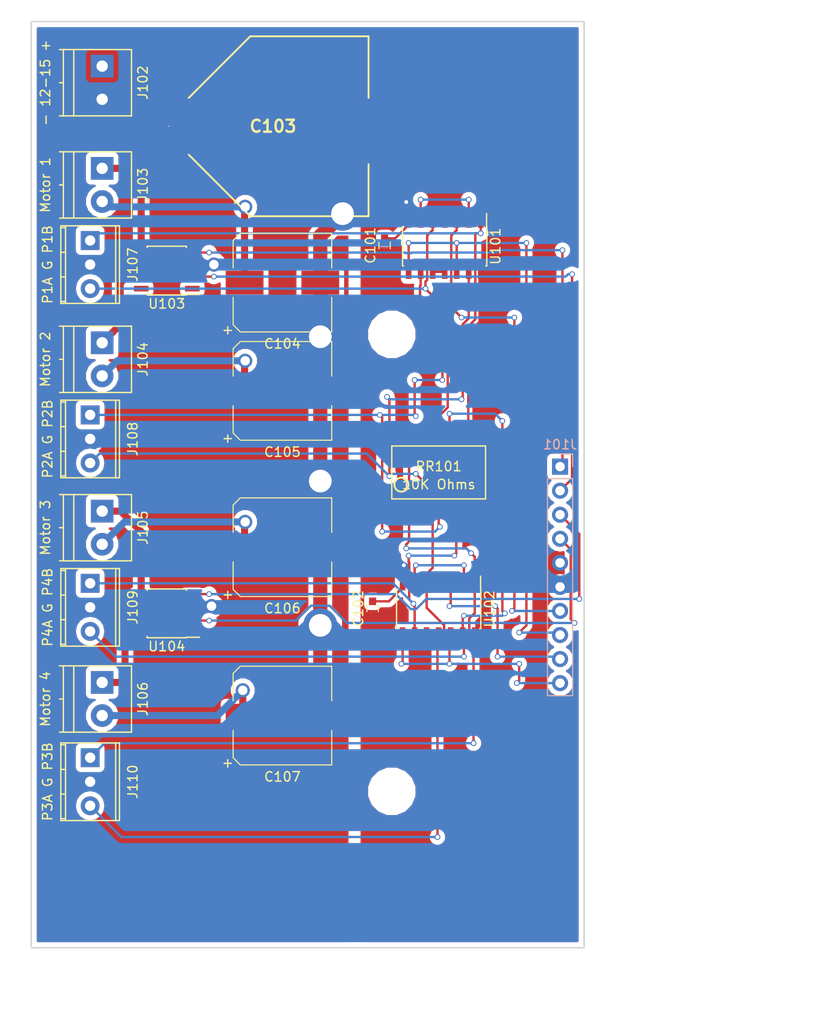
<source format=kicad_pcb>
(kicad_pcb (version 4) (host pcbnew 4.0.7+dfsg1-1ubuntu2)

  (general
    (links 64)
    (no_connects 0)
    (area 61.646999 51.740999 120.217001 149.681001)
    (thickness 1.6)
    (drawings 13)
    (tracks 341)
    (zones 0)
    (modules 24)
    (nets 37)
  )

  (page A4)
  (layers
    (0 F.Cu signal)
    (31 B.Cu signal)
    (32 B.Adhes user)
    (33 F.Adhes user)
    (34 B.Paste user)
    (35 F.Paste user)
    (36 B.SilkS user)
    (37 F.SilkS user)
    (38 B.Mask user)
    (39 F.Mask user)
    (40 Dwgs.User user)
    (41 Cmts.User user)
    (42 Eco1.User user)
    (43 Eco2.User user)
    (44 Edge.Cuts user)
    (45 Margin user)
    (46 B.CrtYd user)
    (47 F.CrtYd user)
    (48 B.Fab user)
    (49 F.Fab user)
  )

  (setup
    (last_trace_width 0.25)
    (user_trace_width 0.5)
    (user_trace_width 0.75)
    (user_trace_width 1)
    (user_trace_width 1.25)
    (user_trace_width 1.5)
    (trace_clearance 0.15)
    (zone_clearance 0.508)
    (zone_45_only no)
    (trace_min 0.2)
    (segment_width 0.2)
    (edge_width 0.15)
    (via_size 0.6)
    (via_drill 0.4)
    (via_min_size 0.4)
    (via_min_drill 0.3)
    (user_via 1 0.5)
    (user_via 1.2 0.75)
    (user_via 1.5 1)
    (user_via 1.75 1.25)
    (user_via 3.6 2.4)
    (uvia_size 0.3)
    (uvia_drill 0.1)
    (uvias_allowed no)
    (uvia_min_size 0.2)
    (uvia_min_drill 0.1)
    (pcb_text_width 0.3)
    (pcb_text_size 1.5 1.5)
    (mod_edge_width 0.15)
    (mod_text_size 1 1)
    (mod_text_width 0.15)
    (pad_size 1.524 1.524)
    (pad_drill 0.762)
    (pad_to_mask_clearance 0.2)
    (aux_axis_origin 0 0)
    (visible_elements FFFFFF7F)
    (pcbplotparams
      (layerselection 0x3ffff_80000001)
      (usegerberextensions true)
      (excludeedgelayer true)
      (linewidth 0.100000)
      (plotframeref false)
      (viasonmask false)
      (mode 1)
      (useauxorigin false)
      (hpglpennumber 1)
      (hpglpenspeed 20)
      (hpglpendiameter 15)
      (hpglpenoverlay 2)
      (psnegative false)
      (psa4output false)
      (plotreference true)
      (plotvalue true)
      (plotinvisibletext false)
      (padsonsilk false)
      (subtractmaskfromsilk false)
      (outputformat 1)
      (mirror false)
      (drillshape 0)
      (scaleselection 1)
      (outputdirectory Gerber/))
  )

  (net 0 "")
  (net 1 GND)
  (net 2 +3V3)
  (net 3 /Motor1)
  (net 4 /Motor2)
  (net 5 /Motor3)
  (net 6 /Motor4)
  (net 7 /Points1)
  (net 8 /Points2)
  (net 9 /Points3)
  (net 10 /Points4)
  (net 11 "Net-(RR101-Pad1)")
  (net 12 "Net-(RR101-Pad2)")
  (net 13 /P2B)
  (net 14 /P2A)
  (net 15 /P1B)
  (net 16 /P1A)
  (net 17 "Net-(RR101-Pad7)")
  (net 18 "Net-(RR101-Pad8)")
  (net 19 "Net-(RR101-Pad9)")
  (net 20 /P4B)
  (net 21 /P4A)
  (net 22 /P3B)
  (net 23 /P3A)
  (net 24 "Net-(U101-Pad2)")
  (net 25 "Net-(U101-Pad10)")
  (net 26 "Net-(U102-Pad2)")
  (net 27 "Net-(U102-Pad10)")
  (net 28 MotorPower)
  (net 29 "Net-(C104-Pad1)")
  (net 30 "Net-(C105-Pad1)")
  (net 31 "Net-(C106-Pad1)")
  (net 32 "Net-(C107-Pad1)")
  (net 33 "Net-(J103-Pad1)")
  (net 34 "Net-(J104-Pad1)")
  (net 35 "Net-(J105-Pad1)")
  (net 36 "Net-(J106-Pad1)")

  (net_class Default "This is the default net class."
    (clearance 0.15)
    (trace_width 0.25)
    (via_dia 0.6)
    (via_drill 0.4)
    (uvia_dia 0.3)
    (uvia_drill 0.1)
    (add_net +3V3)
    (add_net /Motor1)
    (add_net /Motor2)
    (add_net /Motor3)
    (add_net /Motor4)
    (add_net /P1A)
    (add_net /P1B)
    (add_net /P2A)
    (add_net /P2B)
    (add_net /P3A)
    (add_net /P3B)
    (add_net /P4A)
    (add_net /P4B)
    (add_net /Points1)
    (add_net /Points2)
    (add_net /Points3)
    (add_net /Points4)
    (add_net GND)
    (add_net MotorPower)
    (add_net "Net-(C104-Pad1)")
    (add_net "Net-(C105-Pad1)")
    (add_net "Net-(C106-Pad1)")
    (add_net "Net-(C107-Pad1)")
    (add_net "Net-(J103-Pad1)")
    (add_net "Net-(J104-Pad1)")
    (add_net "Net-(J105-Pad1)")
    (add_net "Net-(J106-Pad1)")
    (add_net "Net-(RR101-Pad1)")
    (add_net "Net-(RR101-Pad2)")
    (add_net "Net-(RR101-Pad7)")
    (add_net "Net-(RR101-Pad8)")
    (add_net "Net-(RR101-Pad9)")
    (add_net "Net-(U101-Pad10)")
    (add_net "Net-(U101-Pad2)")
    (add_net "Net-(U102-Pad10)")
    (add_net "Net-(U102-Pad2)")
  )

  (module Mounting_Holes:MountingHole_4mm (layer F.Cu) (tedit 63F4DBFF) (tstamp 63FD400D)
    (at 99.822 84.836)
    (descr "Mounting Hole 4mm, no annular")
    (tags "mounting hole 4mm no annular")
    (fp_text reference REF** (at 0 -5) (layer F.SilkS) hide
      (effects (font (size 1 1) (thickness 0.15)))
    )
    (fp_text value MountingHole_4mm (at 0 5) (layer F.Fab) hide
      (effects (font (size 1 1) (thickness 0.15)))
    )
    (fp_circle (center 0 0) (end 4 0) (layer Cmts.User) (width 0.15))
    (fp_circle (center 0 0) (end 4.25 0) (layer F.CrtYd) (width 0.05))
    (pad 1 np_thru_hole circle (at 0 0) (size 4 4) (drill 4) (layers *.Cu *.Mask))
  )

  (module Mounting_Holes:MountingHole_4mm (layer F.Cu) (tedit 63F4DBFF) (tstamp 63FD4022)
    (at 99.822 133.096)
    (descr "Mounting Hole 4mm, no annular")
    (tags "mounting hole 4mm no annular")
    (fp_text reference REF** (at 0 -5) (layer F.SilkS) hide
      (effects (font (size 1 1) (thickness 0.15)))
    )
    (fp_text value MountingHole_4mm (at 0 5) (layer F.Fab) hide
      (effects (font (size 1 1) (thickness 0.15)))
    )
    (fp_circle (center 0 0) (end 4 0) (layer Cmts.User) (width 0.15))
    (fp_circle (center 0 0) (end 4.25 0) (layer F.CrtYd) (width 0.05))
    (pad 1 np_thru_hole circle (at 0 0) (size 4 4) (drill 4) (layers *.Cu *.Mask))
  )

  (module Pin_Headers:Pin_Header_Straight_1x10_Pitch2.54mm (layer B.Cu) (tedit 63E9349C) (tstamp 63F63CDE)
    (at 117.602 98.806 180)
    (descr "Through hole straight pin header, 1x10, 2.54mm pitch, single row")
    (tags "Through hole pin header THT 1x10 2.54mm single row")
    (path /63EA55CC)
    (fp_text reference J101 (at 0 2.33 180) (layer B.SilkS)
      (effects (font (size 1 1) (thickness 0.15)) (justify mirror))
    )
    (fp_text value IO_Port (at 0 -25.19 180) (layer B.Fab)
      (effects (font (size 1 1) (thickness 0.15)) (justify mirror))
    )
    (fp_line (start -0.635 1.27) (end 1.27 1.27) (layer B.Fab) (width 0.1))
    (fp_line (start 1.27 1.27) (end 1.27 -24.13) (layer B.Fab) (width 0.1))
    (fp_line (start 1.27 -24.13) (end -1.27 -24.13) (layer B.Fab) (width 0.1))
    (fp_line (start -1.27 -24.13) (end -1.27 0.635) (layer B.Fab) (width 0.1))
    (fp_line (start -1.27 0.635) (end -0.635 1.27) (layer B.Fab) (width 0.1))
    (fp_line (start -1.33 -24.19) (end 1.33 -24.19) (layer B.SilkS) (width 0.12))
    (fp_line (start -1.33 -1.27) (end -1.33 -24.19) (layer B.SilkS) (width 0.12))
    (fp_line (start 1.33 -1.27) (end 1.33 -24.19) (layer B.SilkS) (width 0.12))
    (fp_line (start -1.33 -1.27) (end 1.33 -1.27) (layer B.SilkS) (width 0.12))
    (fp_line (start -1.33 0) (end -1.33 1.33) (layer B.SilkS) (width 0.12))
    (fp_line (start -1.33 1.33) (end 0 1.33) (layer B.SilkS) (width 0.12))
    (fp_line (start -1.8 1.8) (end -1.8 -24.65) (layer B.CrtYd) (width 0.05))
    (fp_line (start -1.8 -24.65) (end 1.8 -24.65) (layer B.CrtYd) (width 0.05))
    (fp_line (start 1.8 -24.65) (end 1.8 1.8) (layer B.CrtYd) (width 0.05))
    (fp_line (start 1.8 1.8) (end -1.8 1.8) (layer B.CrtYd) (width 0.05))
    (fp_text user %R (at 0 -11.43 450) (layer B.Fab)
      (effects (font (size 1 1) (thickness 0.15)) (justify mirror))
    )
    (pad 1 thru_hole rect (at 0 0 180) (size 1.7 1.7) (drill 1) (layers *.Cu *.Mask)
      (net 3 /Motor1))
    (pad 2 thru_hole oval (at 0 -2.54 180) (size 1.7 1.7) (drill 1) (layers *.Cu *.Mask)
      (net 4 /Motor2))
    (pad 3 thru_hole oval (at 0 -5.08 180) (size 1.7 1.7) (drill 1) (layers *.Cu *.Mask)
      (net 5 /Motor3))
    (pad 4 thru_hole oval (at 0 -7.62 180) (size 1.7 1.7) (drill 1) (layers *.Cu *.Mask)
      (net 6 /Motor4))
    (pad 5 thru_hole oval (at 0 -10.16 180) (size 1.7 1.7) (drill 1) (layers *.Cu *.Mask)
      (net 2 +3V3))
    (pad 6 thru_hole oval (at 0 -12.7 180) (size 1.7 1.7) (drill 1) (layers *.Cu *.Mask)
      (net 1 GND))
    (pad 7 thru_hole oval (at 0 -15.24 180) (size 1.7 1.7) (drill 1) (layers *.Cu *.Mask)
      (net 7 /Points1))
    (pad 8 thru_hole oval (at 0 -17.78 180) (size 1.7 1.7) (drill 1) (layers *.Cu *.Mask)
      (net 8 /Points2))
    (pad 9 thru_hole oval (at 0 -20.32 180) (size 1.7 1.7) (drill 1) (layers *.Cu *.Mask)
      (net 9 /Points3))
    (pad 10 thru_hole oval (at 0 -22.86 180) (size 1.7 1.7) (drill 1) (layers *.Cu *.Mask)
      (net 10 /Points4))
    (model ${KISYS3DMOD}/Pin_Headers.3dshapes/Pin_Header_Straight_1x10_Pitch2.54mm.wrl
      (at (xyz 0 0 0))
      (scale (xyz 1 1 1))
      (rotate (xyz 0 0 0))
    )
  )

  (module Capacitors_SMD:C_0603 (layer F.Cu) (tedit 59958EE7) (tstamp 63F6440A)
    (at 99.06 75.45 90)
    (descr "Capacitor SMD 0603, reflow soldering, AVX (see smccp.pdf)")
    (tags "capacitor 0603")
    (path /63EA55AE)
    (attr smd)
    (fp_text reference C101 (at 0 -1.5 90) (layer F.SilkS)
      (effects (font (size 1 1) (thickness 0.15)))
    )
    (fp_text value ".1 uf" (at 0 1.5 90) (layer F.Fab)
      (effects (font (size 1 1) (thickness 0.15)))
    )
    (fp_line (start 1.4 0.65) (end -1.4 0.65) (layer F.CrtYd) (width 0.05))
    (fp_line (start 1.4 0.65) (end 1.4 -0.65) (layer F.CrtYd) (width 0.05))
    (fp_line (start -1.4 -0.65) (end -1.4 0.65) (layer F.CrtYd) (width 0.05))
    (fp_line (start -1.4 -0.65) (end 1.4 -0.65) (layer F.CrtYd) (width 0.05))
    (fp_line (start 0.35 0.6) (end -0.35 0.6) (layer F.SilkS) (width 0.12))
    (fp_line (start -0.35 -0.6) (end 0.35 -0.6) (layer F.SilkS) (width 0.12))
    (fp_line (start -0.8 -0.4) (end 0.8 -0.4) (layer F.Fab) (width 0.1))
    (fp_line (start 0.8 -0.4) (end 0.8 0.4) (layer F.Fab) (width 0.1))
    (fp_line (start 0.8 0.4) (end -0.8 0.4) (layer F.Fab) (width 0.1))
    (fp_line (start -0.8 0.4) (end -0.8 -0.4) (layer F.Fab) (width 0.1))
    (fp_text user %R (at 0 0 90) (layer F.Fab)
      (effects (font (size 0.3 0.3) (thickness 0.075)))
    )
    (pad 2 smd rect (at 0.75 0 90) (size 0.8 0.75) (layers F.Cu F.Paste F.Mask)
      (net 1 GND))
    (pad 1 smd rect (at -0.75 0 90) (size 0.8 0.75) (layers F.Cu F.Paste F.Mask)
      (net 2 +3V3))
    (model Capacitors_SMD.3dshapes/C_0603.wrl
      (at (xyz 0 0 0))
      (scale (xyz 1 1 1))
      (rotate (xyz 0 0 0))
    )
  )

  (module Capacitors_SMD:C_0603 (layer F.Cu) (tedit 59958EE7) (tstamp 63F6441B)
    (at 97.79 113.78 90)
    (descr "Capacitor SMD 0603, reflow soldering, AVX (see smccp.pdf)")
    (tags "capacitor 0603")
    (path /63EA55AF)
    (attr smd)
    (fp_text reference C102 (at 0 -1.5 90) (layer F.SilkS)
      (effects (font (size 1 1) (thickness 0.15)))
    )
    (fp_text value ".1 uf" (at 0 1.5 90) (layer F.Fab)
      (effects (font (size 1 1) (thickness 0.15)))
    )
    (fp_line (start 1.4 0.65) (end -1.4 0.65) (layer F.CrtYd) (width 0.05))
    (fp_line (start 1.4 0.65) (end 1.4 -0.65) (layer F.CrtYd) (width 0.05))
    (fp_line (start -1.4 -0.65) (end -1.4 0.65) (layer F.CrtYd) (width 0.05))
    (fp_line (start -1.4 -0.65) (end 1.4 -0.65) (layer F.CrtYd) (width 0.05))
    (fp_line (start 0.35 0.6) (end -0.35 0.6) (layer F.SilkS) (width 0.12))
    (fp_line (start -0.35 -0.6) (end 0.35 -0.6) (layer F.SilkS) (width 0.12))
    (fp_line (start -0.8 -0.4) (end 0.8 -0.4) (layer F.Fab) (width 0.1))
    (fp_line (start 0.8 -0.4) (end 0.8 0.4) (layer F.Fab) (width 0.1))
    (fp_line (start 0.8 0.4) (end -0.8 0.4) (layer F.Fab) (width 0.1))
    (fp_line (start -0.8 0.4) (end -0.8 -0.4) (layer F.Fab) (width 0.1))
    (fp_text user %R (at 0 0 90) (layer F.Fab)
      (effects (font (size 0.3 0.3) (thickness 0.075)))
    )
    (pad 2 smd rect (at 0.75 0 90) (size 0.8 0.75) (layers F.Cu F.Paste F.Mask)
      (net 1 GND))
    (pad 1 smd rect (at -0.75 0 90) (size 0.8 0.75) (layers F.Cu F.Paste F.Mask)
      (net 2 +3V3))
    (model Capacitors_SMD.3dshapes/C_0603.wrl
      (at (xyz 0 0 0))
      (scale (xyz 1 1 1))
      (rotate (xyz 0 0 0))
    )
  )

  (module BigSMDCaps:EEEFK0J133SM (layer F.Cu) (tedit 0) (tstamp 63F64438)
    (at 87.865 62.865)
    (descr SMD_Lytic_K21)
    (tags "Capacitor Polarised")
    (path /63EA68BD)
    (attr smd)
    (fp_text reference C103 (at -0.6 0) (layer F.SilkS)
      (effects (font (size 1.27 1.27) (thickness 0.254)))
    )
    (fp_text value "4700uf 25V" (at -0.6 0) (layer F.SilkS) hide
      (effects (font (size 1.27 1.27) (thickness 0.254)))
    )
    (fp_text user %R (at -0.6 0) (layer F.Fab)
      (effects (font (size 1.27 1.27) (thickness 0.254)))
    )
    (fp_line (start -12.5 -10.5) (end 11.3 -10.5) (layer F.CrtYd) (width 0.05))
    (fp_line (start 11.3 -10.5) (end 11.3 10.5) (layer F.CrtYd) (width 0.05))
    (fp_line (start 11.3 10.5) (end -12.5 10.5) (layer F.CrtYd) (width 0.05))
    (fp_line (start -12.5 10.5) (end -12.5 -10.5) (layer F.CrtYd) (width 0.05))
    (fp_line (start -11.625 0) (end -11.625 0) (layer F.SilkS) (width 0.05))
    (fp_line (start -11.575 0) (end -11.575 0) (layer F.SilkS) (width 0.05))
    (fp_line (start -9.5 -3) (end -3 -9.5) (layer F.Fab) (width 0.1))
    (fp_line (start -3 -9.5) (end 9.5 -9.5) (layer F.Fab) (width 0.1))
    (fp_line (start 9.5 -9.5) (end 9.5 9.5) (layer F.Fab) (width 0.1))
    (fp_line (start 9.5 9.5) (end 9.5 9.5) (layer F.Fab) (width 0.1))
    (fp_line (start 9.5 9.5) (end -3 9.5) (layer F.Fab) (width 0.1))
    (fp_line (start -3 9.5) (end -9.5 3) (layer F.Fab) (width 0.1))
    (fp_line (start -9.5 3) (end -9.5 -3) (layer F.Fab) (width 0.1))
    (fp_line (start -9.5 -3) (end -3 -9.5) (layer F.Fab) (width 0.1))
    (fp_line (start -9.5 -3) (end -3 -9.5) (layer F.SilkS) (width 0.2))
    (fp_line (start -3 -9.5) (end 9.5 -9.5) (layer F.SilkS) (width 0.2))
    (fp_line (start 9.5 -9.5) (end 9.5 -3) (layer F.SilkS) (width 0.2))
    (fp_line (start -9.5 3) (end -3 9.5) (layer F.SilkS) (width 0.2))
    (fp_line (start -3 9.5) (end 9.5 9.5) (layer F.SilkS) (width 0.2))
    (fp_line (start 9.5 9.5) (end 9.5 4) (layer F.SilkS) (width 0.2))
    (fp_arc (start -11.6 0) (end -11.625 0) (angle -180) (layer F.SilkS) (width 0.05))
    (fp_arc (start -11.6 0) (end -11.575 0) (angle -180) (layer F.SilkS) (width 0.05))
    (pad 1 smd rect (at -6.75 0 90) (size 2.5 7.5) (layers F.Cu F.Paste F.Mask)
      (net 28 MotorPower))
    (pad 2 smd rect (at 6.75 0 90) (size 2.5 7.5) (layers F.Cu F.Paste F.Mask)
      (net 1 GND))
    (model EEEFK1E472SM.stp
      (at (xyz 0 0 0))
      (scale (xyz 1 1 1))
      (rotate (xyz -90 0 -180))
    )
  )

  (module Capacitors_SMD:CP_Elec_10x10.5 (layer F.Cu) (tedit 58AA917F) (tstamp 63F64454)
    (at 88.265 79.375)
    (descr "SMT capacitor, aluminium electrolytic, 10x10.5")
    (path /63EA766B)
    (attr smd)
    (fp_text reference C104 (at 0 6.46) (layer F.SilkS)
      (effects (font (size 1 1) (thickness 0.15)))
    )
    (fp_text value "1000uf 25V" (at 0 -6.46) (layer F.Fab)
      (effects (font (size 1 1) (thickness 0.15)))
    )
    (fp_circle (center 0 0) (end 0 5) (layer F.Fab) (width 0.1))
    (fp_text user + (at -2.91 -0.08) (layer F.Fab)
      (effects (font (size 1 1) (thickness 0.15)))
    )
    (fp_text user + (at -5.78 4.97) (layer F.SilkS)
      (effects (font (size 1 1) (thickness 0.15)))
    )
    (fp_text user %R (at 0 6.46) (layer F.Fab)
      (effects (font (size 1 1) (thickness 0.15)))
    )
    (fp_line (start -5.21 -4.45) (end -5.21 -1.56) (layer F.SilkS) (width 0.12))
    (fp_line (start -5.21 4.45) (end -5.21 1.56) (layer F.SilkS) (width 0.12))
    (fp_line (start 5.21 5.21) (end 5.21 1.56) (layer F.SilkS) (width 0.12))
    (fp_line (start 5.21 -5.21) (end 5.21 -1.56) (layer F.SilkS) (width 0.12))
    (fp_line (start 5.05 5.05) (end 5.05 -5.05) (layer F.Fab) (width 0.1))
    (fp_line (start -4.38 5.05) (end 5.05 5.05) (layer F.Fab) (width 0.1))
    (fp_line (start -5.05 4.38) (end -4.38 5.05) (layer F.Fab) (width 0.1))
    (fp_line (start -5.05 -4.38) (end -5.05 4.38) (layer F.Fab) (width 0.1))
    (fp_line (start -4.38 -5.05) (end -5.05 -4.38) (layer F.Fab) (width 0.1))
    (fp_line (start 5.05 -5.05) (end -4.38 -5.05) (layer F.Fab) (width 0.1))
    (fp_line (start 5.21 5.21) (end -4.45 5.21) (layer F.SilkS) (width 0.12))
    (fp_line (start -4.45 5.21) (end -5.21 4.45) (layer F.SilkS) (width 0.12))
    (fp_line (start -5.21 -4.45) (end -4.45 -5.21) (layer F.SilkS) (width 0.12))
    (fp_line (start -4.45 -5.21) (end 5.21 -5.21) (layer F.SilkS) (width 0.12))
    (fp_line (start -6.25 -5.31) (end 6.25 -5.31) (layer F.CrtYd) (width 0.05))
    (fp_line (start -6.25 -5.31) (end -6.25 5.3) (layer F.CrtYd) (width 0.05))
    (fp_line (start 6.25 5.3) (end 6.25 -5.31) (layer F.CrtYd) (width 0.05))
    (fp_line (start 6.25 5.3) (end -6.25 5.3) (layer F.CrtYd) (width 0.05))
    (pad 1 smd rect (at -4 0 180) (size 4 2.5) (layers F.Cu F.Paste F.Mask)
      (net 29 "Net-(C104-Pad1)"))
    (pad 2 smd rect (at 4 0 180) (size 4 2.5) (layers F.Cu F.Paste F.Mask)
      (net 1 GND))
    (model Capacitors_SMD.3dshapes/CP_Elec_10x10.5.wrl
      (at (xyz 0 0 0))
      (scale (xyz 1 1 1))
      (rotate (xyz 0 0 180))
    )
  )

  (module Capacitors_SMD:CP_Elec_10x10.5 (layer F.Cu) (tedit 58AA917F) (tstamp 63F64470)
    (at 88.265 90.805)
    (descr "SMT capacitor, aluminium electrolytic, 10x10.5")
    (path /63EA81FD)
    (attr smd)
    (fp_text reference C105 (at 0 6.46) (layer F.SilkS)
      (effects (font (size 1 1) (thickness 0.15)))
    )
    (fp_text value "1000uf 25V" (at 0 -6.46) (layer F.Fab)
      (effects (font (size 1 1) (thickness 0.15)))
    )
    (fp_circle (center 0 0) (end 0 5) (layer F.Fab) (width 0.1))
    (fp_text user + (at -2.91 -0.08) (layer F.Fab)
      (effects (font (size 1 1) (thickness 0.15)))
    )
    (fp_text user + (at -5.78 4.97) (layer F.SilkS)
      (effects (font (size 1 1) (thickness 0.15)))
    )
    (fp_text user %R (at 0 6.46) (layer F.Fab)
      (effects (font (size 1 1) (thickness 0.15)))
    )
    (fp_line (start -5.21 -4.45) (end -5.21 -1.56) (layer F.SilkS) (width 0.12))
    (fp_line (start -5.21 4.45) (end -5.21 1.56) (layer F.SilkS) (width 0.12))
    (fp_line (start 5.21 5.21) (end 5.21 1.56) (layer F.SilkS) (width 0.12))
    (fp_line (start 5.21 -5.21) (end 5.21 -1.56) (layer F.SilkS) (width 0.12))
    (fp_line (start 5.05 5.05) (end 5.05 -5.05) (layer F.Fab) (width 0.1))
    (fp_line (start -4.38 5.05) (end 5.05 5.05) (layer F.Fab) (width 0.1))
    (fp_line (start -5.05 4.38) (end -4.38 5.05) (layer F.Fab) (width 0.1))
    (fp_line (start -5.05 -4.38) (end -5.05 4.38) (layer F.Fab) (width 0.1))
    (fp_line (start -4.38 -5.05) (end -5.05 -4.38) (layer F.Fab) (width 0.1))
    (fp_line (start 5.05 -5.05) (end -4.38 -5.05) (layer F.Fab) (width 0.1))
    (fp_line (start 5.21 5.21) (end -4.45 5.21) (layer F.SilkS) (width 0.12))
    (fp_line (start -4.45 5.21) (end -5.21 4.45) (layer F.SilkS) (width 0.12))
    (fp_line (start -5.21 -4.45) (end -4.45 -5.21) (layer F.SilkS) (width 0.12))
    (fp_line (start -4.45 -5.21) (end 5.21 -5.21) (layer F.SilkS) (width 0.12))
    (fp_line (start -6.25 -5.31) (end 6.25 -5.31) (layer F.CrtYd) (width 0.05))
    (fp_line (start -6.25 -5.31) (end -6.25 5.3) (layer F.CrtYd) (width 0.05))
    (fp_line (start 6.25 5.3) (end 6.25 -5.31) (layer F.CrtYd) (width 0.05))
    (fp_line (start 6.25 5.3) (end -6.25 5.3) (layer F.CrtYd) (width 0.05))
    (pad 1 smd rect (at -4 0 180) (size 4 2.5) (layers F.Cu F.Paste F.Mask)
      (net 30 "Net-(C105-Pad1)"))
    (pad 2 smd rect (at 4 0 180) (size 4 2.5) (layers F.Cu F.Paste F.Mask)
      (net 1 GND))
    (model Capacitors_SMD.3dshapes/CP_Elec_10x10.5.wrl
      (at (xyz 0 0 0))
      (scale (xyz 1 1 1))
      (rotate (xyz 0 0 180))
    )
  )

  (module Capacitors_SMD:CP_Elec_10x10.5 (layer F.Cu) (tedit 58AA917F) (tstamp 63F6448C)
    (at 88.265 107.315)
    (descr "SMT capacitor, aluminium electrolytic, 10x10.5")
    (path /63EA8506)
    (attr smd)
    (fp_text reference C106 (at 0 6.46) (layer F.SilkS)
      (effects (font (size 1 1) (thickness 0.15)))
    )
    (fp_text value "1000uf 25V" (at 0 -6.46) (layer F.Fab)
      (effects (font (size 1 1) (thickness 0.15)))
    )
    (fp_circle (center 0 0) (end 0 5) (layer F.Fab) (width 0.1))
    (fp_text user + (at -2.91 -0.08) (layer F.Fab)
      (effects (font (size 1 1) (thickness 0.15)))
    )
    (fp_text user + (at -5.78 4.97) (layer F.SilkS)
      (effects (font (size 1 1) (thickness 0.15)))
    )
    (fp_text user %R (at 0 6.46) (layer F.Fab)
      (effects (font (size 1 1) (thickness 0.15)))
    )
    (fp_line (start -5.21 -4.45) (end -5.21 -1.56) (layer F.SilkS) (width 0.12))
    (fp_line (start -5.21 4.45) (end -5.21 1.56) (layer F.SilkS) (width 0.12))
    (fp_line (start 5.21 5.21) (end 5.21 1.56) (layer F.SilkS) (width 0.12))
    (fp_line (start 5.21 -5.21) (end 5.21 -1.56) (layer F.SilkS) (width 0.12))
    (fp_line (start 5.05 5.05) (end 5.05 -5.05) (layer F.Fab) (width 0.1))
    (fp_line (start -4.38 5.05) (end 5.05 5.05) (layer F.Fab) (width 0.1))
    (fp_line (start -5.05 4.38) (end -4.38 5.05) (layer F.Fab) (width 0.1))
    (fp_line (start -5.05 -4.38) (end -5.05 4.38) (layer F.Fab) (width 0.1))
    (fp_line (start -4.38 -5.05) (end -5.05 -4.38) (layer F.Fab) (width 0.1))
    (fp_line (start 5.05 -5.05) (end -4.38 -5.05) (layer F.Fab) (width 0.1))
    (fp_line (start 5.21 5.21) (end -4.45 5.21) (layer F.SilkS) (width 0.12))
    (fp_line (start -4.45 5.21) (end -5.21 4.45) (layer F.SilkS) (width 0.12))
    (fp_line (start -5.21 -4.45) (end -4.45 -5.21) (layer F.SilkS) (width 0.12))
    (fp_line (start -4.45 -5.21) (end 5.21 -5.21) (layer F.SilkS) (width 0.12))
    (fp_line (start -6.25 -5.31) (end 6.25 -5.31) (layer F.CrtYd) (width 0.05))
    (fp_line (start -6.25 -5.31) (end -6.25 5.3) (layer F.CrtYd) (width 0.05))
    (fp_line (start 6.25 5.3) (end 6.25 -5.31) (layer F.CrtYd) (width 0.05))
    (fp_line (start 6.25 5.3) (end -6.25 5.3) (layer F.CrtYd) (width 0.05))
    (pad 1 smd rect (at -4 0 180) (size 4 2.5) (layers F.Cu F.Paste F.Mask)
      (net 31 "Net-(C106-Pad1)"))
    (pad 2 smd rect (at 4 0 180) (size 4 2.5) (layers F.Cu F.Paste F.Mask)
      (net 1 GND))
    (model Capacitors_SMD.3dshapes/CP_Elec_10x10.5.wrl
      (at (xyz 0 0 0))
      (scale (xyz 1 1 1))
      (rotate (xyz 0 0 180))
    )
  )

  (module Capacitors_SMD:CP_Elec_10x10.5 (layer F.Cu) (tedit 58AA917F) (tstamp 63F644A8)
    (at 88.265 125.095)
    (descr "SMT capacitor, aluminium electrolytic, 10x10.5")
    (path /63EA8752)
    (attr smd)
    (fp_text reference C107 (at 0 6.46) (layer F.SilkS)
      (effects (font (size 1 1) (thickness 0.15)))
    )
    (fp_text value "1000uf 25V" (at 0 -6.46) (layer F.Fab)
      (effects (font (size 1 1) (thickness 0.15)))
    )
    (fp_circle (center 0 0) (end 0 5) (layer F.Fab) (width 0.1))
    (fp_text user + (at -2.91 -0.08) (layer F.Fab)
      (effects (font (size 1 1) (thickness 0.15)))
    )
    (fp_text user + (at -5.78 4.97) (layer F.SilkS)
      (effects (font (size 1 1) (thickness 0.15)))
    )
    (fp_text user %R (at 0 6.46) (layer F.Fab)
      (effects (font (size 1 1) (thickness 0.15)))
    )
    (fp_line (start -5.21 -4.45) (end -5.21 -1.56) (layer F.SilkS) (width 0.12))
    (fp_line (start -5.21 4.45) (end -5.21 1.56) (layer F.SilkS) (width 0.12))
    (fp_line (start 5.21 5.21) (end 5.21 1.56) (layer F.SilkS) (width 0.12))
    (fp_line (start 5.21 -5.21) (end 5.21 -1.56) (layer F.SilkS) (width 0.12))
    (fp_line (start 5.05 5.05) (end 5.05 -5.05) (layer F.Fab) (width 0.1))
    (fp_line (start -4.38 5.05) (end 5.05 5.05) (layer F.Fab) (width 0.1))
    (fp_line (start -5.05 4.38) (end -4.38 5.05) (layer F.Fab) (width 0.1))
    (fp_line (start -5.05 -4.38) (end -5.05 4.38) (layer F.Fab) (width 0.1))
    (fp_line (start -4.38 -5.05) (end -5.05 -4.38) (layer F.Fab) (width 0.1))
    (fp_line (start 5.05 -5.05) (end -4.38 -5.05) (layer F.Fab) (width 0.1))
    (fp_line (start 5.21 5.21) (end -4.45 5.21) (layer F.SilkS) (width 0.12))
    (fp_line (start -4.45 5.21) (end -5.21 4.45) (layer F.SilkS) (width 0.12))
    (fp_line (start -5.21 -4.45) (end -4.45 -5.21) (layer F.SilkS) (width 0.12))
    (fp_line (start -4.45 -5.21) (end 5.21 -5.21) (layer F.SilkS) (width 0.12))
    (fp_line (start -6.25 -5.31) (end 6.25 -5.31) (layer F.CrtYd) (width 0.05))
    (fp_line (start -6.25 -5.31) (end -6.25 5.3) (layer F.CrtYd) (width 0.05))
    (fp_line (start 6.25 5.3) (end 6.25 -5.31) (layer F.CrtYd) (width 0.05))
    (fp_line (start 6.25 5.3) (end -6.25 5.3) (layer F.CrtYd) (width 0.05))
    (pad 1 smd rect (at -4 0 180) (size 4 2.5) (layers F.Cu F.Paste F.Mask)
      (net 32 "Net-(C107-Pad1)"))
    (pad 2 smd rect (at 4 0 180) (size 4 2.5) (layers F.Cu F.Paste F.Mask)
      (net 1 GND))
    (model Capacitors_SMD.3dshapes/CP_Elec_10x10.5.wrl
      (at (xyz 0 0 0))
      (scale (xyz 1 1 1))
      (rotate (xyz 0 0 180))
    )
  )

  (module Connectors_Terminal_Blocks:TerminalBlock_Pheonix_PT-3.5mm_2pol (layer F.Cu) (tedit 63EA91E4) (tstamp 63F644B8)
    (at 69.215 56.515 270)
    (descr "2-way 3.5mm pitch terminal block, Phoenix PT series")
    (path /63EA6424)
    (fp_text reference J102 (at 1.75 -4.3 270) (layer F.SilkS)
      (effects (font (size 1 1) (thickness 0.15)))
    )
    (fp_text value "- 12-15 +" (at 1.75 6 270) (layer F.SilkS)
      (effects (font (size 1 1) (thickness 0.15)))
    )
    (fp_line (start -1.9 -3.3) (end 5.4 -3.3) (layer F.CrtYd) (width 0.05))
    (fp_line (start -1.9 4.7) (end -1.9 -3.3) (layer F.CrtYd) (width 0.05))
    (fp_line (start 5.4 4.7) (end -1.9 4.7) (layer F.CrtYd) (width 0.05))
    (fp_line (start 5.4 -3.3) (end 5.4 4.7) (layer F.CrtYd) (width 0.05))
    (fp_line (start 1.75 4.1) (end 1.75 4.5) (layer F.SilkS) (width 0.15))
    (fp_line (start -1.75 3) (end 5.25 3) (layer F.SilkS) (width 0.15))
    (fp_line (start -1.75 4.1) (end 5.25 4.1) (layer F.SilkS) (width 0.15))
    (fp_line (start -1.75 -3.1) (end -1.75 4.5) (layer F.SilkS) (width 0.15))
    (fp_line (start 5.25 4.5) (end 5.25 -3.1) (layer F.SilkS) (width 0.15))
    (fp_line (start 5.25 -3.1) (end -1.75 -3.1) (layer F.SilkS) (width 0.15))
    (pad 2 thru_hole circle (at 3.5 0 270) (size 2.4 2.4) (drill 1.2) (layers *.Cu *.Mask)
      (net 1 GND))
    (pad 1 thru_hole rect (at 0 0 270) (size 2.4 2.4) (drill 1.2) (layers *.Cu *.Mask)
      (net 28 MotorPower))
    (model Terminal_Blocks.3dshapes/TerminalBlock_Pheonix_PT-3.5mm_2pol.wrl
      (at (xyz 0 0 0))
      (scale (xyz 1 1 1))
      (rotate (xyz 0 0 0))
    )
  )

  (module Terminal_Blocks:TerminalBlock_Pheonix_PT-3.5mm_2pol (layer F.Cu) (tedit 63EA91E9) (tstamp 63F644C8)
    (at 69.215 67.31 270)
    (descr "2-way 3.5mm pitch terminal block, Phoenix PT series")
    (path /63EA7595)
    (fp_text reference J103 (at 1.75 -4.3 270) (layer F.SilkS)
      (effects (font (size 1 1) (thickness 0.15)))
    )
    (fp_text value "Motor 1" (at 1.75 6 270) (layer F.SilkS)
      (effects (font (size 1 1) (thickness 0.15)))
    )
    (fp_line (start -1.9 -3.3) (end 5.4 -3.3) (layer F.CrtYd) (width 0.05))
    (fp_line (start -1.9 4.7) (end -1.9 -3.3) (layer F.CrtYd) (width 0.05))
    (fp_line (start 5.4 4.7) (end -1.9 4.7) (layer F.CrtYd) (width 0.05))
    (fp_line (start 5.4 -3.3) (end 5.4 4.7) (layer F.CrtYd) (width 0.05))
    (fp_line (start 1.75 4.1) (end 1.75 4.5) (layer F.SilkS) (width 0.15))
    (fp_line (start -1.75 3) (end 5.25 3) (layer F.SilkS) (width 0.15))
    (fp_line (start -1.75 4.1) (end 5.25 4.1) (layer F.SilkS) (width 0.15))
    (fp_line (start -1.75 -3.1) (end -1.75 4.5) (layer F.SilkS) (width 0.15))
    (fp_line (start 5.25 4.5) (end 5.25 -3.1) (layer F.SilkS) (width 0.15))
    (fp_line (start 5.25 -3.1) (end -1.75 -3.1) (layer F.SilkS) (width 0.15))
    (pad 2 thru_hole circle (at 3.5 0 270) (size 2.4 2.4) (drill 1.2) (layers *.Cu *.Mask)
      (net 29 "Net-(C104-Pad1)"))
    (pad 1 thru_hole rect (at 0 0 270) (size 2.4 2.4) (drill 1.2) (layers *.Cu *.Mask)
      (net 33 "Net-(J103-Pad1)"))
    (model Terminal_Blocks.3dshapes/TerminalBlock_Pheonix_PT-3.5mm_2pol.wrl
      (at (xyz 0 0 0))
      (scale (xyz 1 1 1))
      (rotate (xyz 0 0 0))
    )
  )

  (module Terminal_Blocks:TerminalBlock_Pheonix_PT-3.5mm_2pol (layer F.Cu) (tedit 63EA91F7) (tstamp 63F644D8)
    (at 69.215 85.725 270)
    (descr "2-way 3.5mm pitch terminal block, Phoenix PT series")
    (path /63EA81F6)
    (fp_text reference J104 (at 1.75 -4.3 270) (layer F.SilkS)
      (effects (font (size 1 1) (thickness 0.15)))
    )
    (fp_text value "Motor 2" (at 1.75 6 270) (layer F.SilkS)
      (effects (font (size 1 1) (thickness 0.15)))
    )
    (fp_line (start -1.9 -3.3) (end 5.4 -3.3) (layer F.CrtYd) (width 0.05))
    (fp_line (start -1.9 4.7) (end -1.9 -3.3) (layer F.CrtYd) (width 0.05))
    (fp_line (start 5.4 4.7) (end -1.9 4.7) (layer F.CrtYd) (width 0.05))
    (fp_line (start 5.4 -3.3) (end 5.4 4.7) (layer F.CrtYd) (width 0.05))
    (fp_line (start 1.75 4.1) (end 1.75 4.5) (layer F.SilkS) (width 0.15))
    (fp_line (start -1.75 3) (end 5.25 3) (layer F.SilkS) (width 0.15))
    (fp_line (start -1.75 4.1) (end 5.25 4.1) (layer F.SilkS) (width 0.15))
    (fp_line (start -1.75 -3.1) (end -1.75 4.5) (layer F.SilkS) (width 0.15))
    (fp_line (start 5.25 4.5) (end 5.25 -3.1) (layer F.SilkS) (width 0.15))
    (fp_line (start 5.25 -3.1) (end -1.75 -3.1) (layer F.SilkS) (width 0.15))
    (pad 2 thru_hole circle (at 3.5 0 270) (size 2.4 2.4) (drill 1.2) (layers *.Cu *.Mask)
      (net 30 "Net-(C105-Pad1)"))
    (pad 1 thru_hole rect (at 0 0 270) (size 2.4 2.4) (drill 1.2) (layers *.Cu *.Mask)
      (net 34 "Net-(J104-Pad1)"))
    (model Terminal_Blocks.3dshapes/TerminalBlock_Pheonix_PT-3.5mm_2pol.wrl
      (at (xyz 0 0 0))
      (scale (xyz 1 1 1))
      (rotate (xyz 0 0 0))
    )
  )

  (module Terminal_Blocks:TerminalBlock_Pheonix_PT-3.5mm_2pol (layer F.Cu) (tedit 63EA9202) (tstamp 63F644E8)
    (at 69.215 103.505 270)
    (descr "2-way 3.5mm pitch terminal block, Phoenix PT series")
    (path /63EA84FF)
    (fp_text reference J105 (at 1.75 -4.3 270) (layer F.SilkS)
      (effects (font (size 1 1) (thickness 0.15)))
    )
    (fp_text value "Motor 3" (at 1.75 6 270) (layer F.SilkS)
      (effects (font (size 1 1) (thickness 0.15)))
    )
    (fp_line (start -1.9 -3.3) (end 5.4 -3.3) (layer F.CrtYd) (width 0.05))
    (fp_line (start -1.9 4.7) (end -1.9 -3.3) (layer F.CrtYd) (width 0.05))
    (fp_line (start 5.4 4.7) (end -1.9 4.7) (layer F.CrtYd) (width 0.05))
    (fp_line (start 5.4 -3.3) (end 5.4 4.7) (layer F.CrtYd) (width 0.05))
    (fp_line (start 1.75 4.1) (end 1.75 4.5) (layer F.SilkS) (width 0.15))
    (fp_line (start -1.75 3) (end 5.25 3) (layer F.SilkS) (width 0.15))
    (fp_line (start -1.75 4.1) (end 5.25 4.1) (layer F.SilkS) (width 0.15))
    (fp_line (start -1.75 -3.1) (end -1.75 4.5) (layer F.SilkS) (width 0.15))
    (fp_line (start 5.25 4.5) (end 5.25 -3.1) (layer F.SilkS) (width 0.15))
    (fp_line (start 5.25 -3.1) (end -1.75 -3.1) (layer F.SilkS) (width 0.15))
    (pad 2 thru_hole circle (at 3.5 0 270) (size 2.4 2.4) (drill 1.2) (layers *.Cu *.Mask)
      (net 31 "Net-(C106-Pad1)"))
    (pad 1 thru_hole rect (at 0 0 270) (size 2.4 2.4) (drill 1.2) (layers *.Cu *.Mask)
      (net 35 "Net-(J105-Pad1)"))
    (model Terminal_Blocks.3dshapes/TerminalBlock_Pheonix_PT-3.5mm_2pol.wrl
      (at (xyz 0 0 0))
      (scale (xyz 1 1 1))
      (rotate (xyz 0 0 0))
    )
  )

  (module Terminal_Blocks:TerminalBlock_Pheonix_PT-3.5mm_2pol (layer F.Cu) (tedit 63EA920C) (tstamp 63F644F8)
    (at 69.215 121.595 270)
    (descr "2-way 3.5mm pitch terminal block, Phoenix PT series")
    (path /63EA874B)
    (fp_text reference J106 (at 1.75 -4.3 270) (layer F.SilkS)
      (effects (font (size 1 1) (thickness 0.15)))
    )
    (fp_text value "Motor 4" (at 1.75 6 270) (layer F.SilkS)
      (effects (font (size 1 1) (thickness 0.15)))
    )
    (fp_line (start -1.9 -3.3) (end 5.4 -3.3) (layer F.CrtYd) (width 0.05))
    (fp_line (start -1.9 4.7) (end -1.9 -3.3) (layer F.CrtYd) (width 0.05))
    (fp_line (start 5.4 4.7) (end -1.9 4.7) (layer F.CrtYd) (width 0.05))
    (fp_line (start 5.4 -3.3) (end 5.4 4.7) (layer F.CrtYd) (width 0.05))
    (fp_line (start 1.75 4.1) (end 1.75 4.5) (layer F.SilkS) (width 0.15))
    (fp_line (start -1.75 3) (end 5.25 3) (layer F.SilkS) (width 0.15))
    (fp_line (start -1.75 4.1) (end 5.25 4.1) (layer F.SilkS) (width 0.15))
    (fp_line (start -1.75 -3.1) (end -1.75 4.5) (layer F.SilkS) (width 0.15))
    (fp_line (start 5.25 4.5) (end 5.25 -3.1) (layer F.SilkS) (width 0.15))
    (fp_line (start 5.25 -3.1) (end -1.75 -3.1) (layer F.SilkS) (width 0.15))
    (pad 2 thru_hole circle (at 3.5 0 270) (size 2.4 2.4) (drill 1.2) (layers *.Cu *.Mask)
      (net 32 "Net-(C107-Pad1)"))
    (pad 1 thru_hole rect (at 0 0 270) (size 2.4 2.4) (drill 1.2) (layers *.Cu *.Mask)
      (net 36 "Net-(J106-Pad1)"))
    (model Terminal_Blocks.3dshapes/TerminalBlock_Pheonix_PT-3.5mm_2pol.wrl
      (at (xyz 0 0 0))
      (scale (xyz 1 1 1))
      (rotate (xyz 0 0 0))
    )
  )

  (module 48xxP:4814P (layer F.Cu) (tedit 5E4B486B) (tstamp 63F6450E)
    (at 104.775 99.42)
    (path /63EA55AD)
    (fp_text reference RR101 (at 0 -0.635) (layer F.SilkS)
      (effects (font (size 1 1) (thickness 0.15)))
    )
    (fp_text value "10K Ohms" (at 0 1.27) (layer F.SilkS)
      (effects (font (size 1 1) (thickness 0.15)))
    )
    (fp_line (start -4.955 -2.795) (end 4.955 -2.795) (layer F.SilkS) (width 0.15))
    (fp_line (start 4.955 -2.795) (end 4.955 2.795) (layer F.SilkS) (width 0.15))
    (fp_line (start 4.955 2.795) (end -4.955 2.795) (layer F.SilkS) (width 0.15))
    (fp_line (start -4.955 2.795) (end -4.955 -2.795) (layer F.SilkS) (width 0.15))
    (pad 1 smd rect (at -3.81 3.45) (size 0.63 2) (layers F.Cu F.Paste F.Mask)
      (net 11 "Net-(RR101-Pad1)"))
    (pad 2 smd rect (at -2.54 3.45) (size 0.63 2) (layers F.Cu F.Paste F.Mask)
      (net 12 "Net-(RR101-Pad2)"))
    (pad 3 smd rect (at -1.27 3.45) (size 0.63 2) (layers F.Cu F.Paste F.Mask)
      (net 13 /P2B))
    (pad 4 smd rect (at 0 3.45) (size 0.63 2) (layers F.Cu F.Paste F.Mask)
      (net 14 /P2A))
    (pad 5 smd rect (at 1.27 3.45) (size 0.63 2) (layers F.Cu F.Paste F.Mask)
      (net 15 /P1B))
    (pad 6 smd rect (at 2.54 3.45) (size 0.63 2) (layers F.Cu F.Paste F.Mask)
      (net 16 /P1A))
    (pad 7 smd rect (at 3.81 3.45) (size 0.63 2) (layers F.Cu F.Paste F.Mask)
      (net 17 "Net-(RR101-Pad7)"))
    (pad 8 smd rect (at 3.81 -3.45) (size 0.63 2) (layers F.Cu F.Paste F.Mask)
      (net 18 "Net-(RR101-Pad8)"))
    (pad 9 smd rect (at 2.54 -3.45) (size 0.63 2) (layers F.Cu F.Paste F.Mask)
      (net 19 "Net-(RR101-Pad9)"))
    (pad 10 smd rect (at 1.27 -3.45) (size 0.63 2) (layers F.Cu F.Paste F.Mask)
      (net 20 /P4B))
    (pad 11 smd rect (at 0 -3.45) (size 0.63 2) (layers F.Cu F.Paste F.Mask)
      (net 21 /P4A))
    (pad 12 smd rect (at -1.27 -3.45) (size 0.63 2) (layers F.Cu F.Paste F.Mask)
      (net 22 /P3B))
    (pad 13 smd rect (at -2.54 -3.45) (size 0.63 2) (layers F.Cu F.Paste F.Mask)
      (net 23 /P3A))
    (pad 14 smd rect (at -3.81 -3.45) (size 0.63 2) (layers F.Cu F.Paste F.Mask)
      (net 2 +3V3))
  )

  (module Housings_SOIC:SOIC-14_3.9x8.7mm_Pitch1.27mm (layer F.Cu) (tedit 58CC8F64) (tstamp 63F64531)
    (at 105.41 75.532 270)
    (descr "14-Lead Plastic Small Outline (SL) - Narrow, 3.90 mm Body [SOIC] (see Microchip Packaging Specification 00000049BS.pdf)")
    (tags "SOIC 1.27")
    (path /63EA55A6)
    (attr smd)
    (fp_text reference U101 (at 0 -5.375 270) (layer F.SilkS)
      (effects (font (size 1 1) (thickness 0.15)))
    )
    (fp_text value 74HCT00 (at 0 5.375 270) (layer F.Fab)
      (effects (font (size 1 1) (thickness 0.15)))
    )
    (fp_text user %R (at 0 0 270) (layer F.Fab)
      (effects (font (size 0.9 0.9) (thickness 0.135)))
    )
    (fp_line (start -0.95 -4.35) (end 1.95 -4.35) (layer F.Fab) (width 0.15))
    (fp_line (start 1.95 -4.35) (end 1.95 4.35) (layer F.Fab) (width 0.15))
    (fp_line (start 1.95 4.35) (end -1.95 4.35) (layer F.Fab) (width 0.15))
    (fp_line (start -1.95 4.35) (end -1.95 -3.35) (layer F.Fab) (width 0.15))
    (fp_line (start -1.95 -3.35) (end -0.95 -4.35) (layer F.Fab) (width 0.15))
    (fp_line (start -3.7 -4.65) (end -3.7 4.65) (layer F.CrtYd) (width 0.05))
    (fp_line (start 3.7 -4.65) (end 3.7 4.65) (layer F.CrtYd) (width 0.05))
    (fp_line (start -3.7 -4.65) (end 3.7 -4.65) (layer F.CrtYd) (width 0.05))
    (fp_line (start -3.7 4.65) (end 3.7 4.65) (layer F.CrtYd) (width 0.05))
    (fp_line (start -2.075 -4.45) (end -2.075 -4.425) (layer F.SilkS) (width 0.15))
    (fp_line (start 2.075 -4.45) (end 2.075 -4.335) (layer F.SilkS) (width 0.15))
    (fp_line (start 2.075 4.45) (end 2.075 4.335) (layer F.SilkS) (width 0.15))
    (fp_line (start -2.075 4.45) (end -2.075 4.335) (layer F.SilkS) (width 0.15))
    (fp_line (start -2.075 -4.45) (end 2.075 -4.45) (layer F.SilkS) (width 0.15))
    (fp_line (start -2.075 4.45) (end 2.075 4.45) (layer F.SilkS) (width 0.15))
    (fp_line (start -2.075 -4.425) (end -3.45 -4.425) (layer F.SilkS) (width 0.15))
    (pad 1 smd rect (at -2.7 -3.81 270) (size 1.5 0.6) (layers F.Cu F.Paste F.Mask)
      (net 16 /P1A))
    (pad 2 smd rect (at -2.7 -2.54 270) (size 1.5 0.6) (layers F.Cu F.Paste F.Mask)
      (net 24 "Net-(U101-Pad2)"))
    (pad 3 smd rect (at -2.7 -1.27 270) (size 1.5 0.6) (layers F.Cu F.Paste F.Mask)
      (net 7 /Points1))
    (pad 4 smd rect (at -2.7 0 270) (size 1.5 0.6) (layers F.Cu F.Paste F.Mask)
      (net 7 /Points1))
    (pad 5 smd rect (at -2.7 1.27 270) (size 1.5 0.6) (layers F.Cu F.Paste F.Mask)
      (net 15 /P1B))
    (pad 6 smd rect (at -2.7 2.54 270) (size 1.5 0.6) (layers F.Cu F.Paste F.Mask)
      (net 24 "Net-(U101-Pad2)"))
    (pad 7 smd rect (at -2.7 3.81 270) (size 1.5 0.6) (layers F.Cu F.Paste F.Mask)
      (net 1 GND))
    (pad 8 smd rect (at 2.7 3.81 270) (size 1.5 0.6) (layers F.Cu F.Paste F.Mask)
      (net 8 /Points2))
    (pad 9 smd rect (at 2.7 2.54 270) (size 1.5 0.6) (layers F.Cu F.Paste F.Mask)
      (net 14 /P2A))
    (pad 10 smd rect (at 2.7 1.27 270) (size 1.5 0.6) (layers F.Cu F.Paste F.Mask)
      (net 25 "Net-(U101-Pad10)"))
    (pad 11 smd rect (at 2.7 0 270) (size 1.5 0.6) (layers F.Cu F.Paste F.Mask)
      (net 25 "Net-(U101-Pad10)"))
    (pad 12 smd rect (at 2.7 -1.27 270) (size 1.5 0.6) (layers F.Cu F.Paste F.Mask)
      (net 8 /Points2))
    (pad 13 smd rect (at 2.7 -2.54 270) (size 1.5 0.6) (layers F.Cu F.Paste F.Mask)
      (net 13 /P2B))
    (pad 14 smd rect (at 2.7 -3.81 270) (size 1.5 0.6) (layers F.Cu F.Paste F.Mask)
      (net 2 +3V3))
    (model ${KISYS3DMOD}/Housings_SOIC.3dshapes/SOIC-14_3.9x8.7mm_Pitch1.27mm.wrl
      (at (xyz 0 0 0))
      (scale (xyz 1 1 1))
      (rotate (xyz 0 0 0))
    )
  )

  (module Housings_SOIC:SOIC-14_3.9x8.7mm_Pitch1.27mm (layer F.Cu) (tedit 58CC8F64) (tstamp 63F64554)
    (at 104.775 113.825 270)
    (descr "14-Lead Plastic Small Outline (SL) - Narrow, 3.90 mm Body [SOIC] (see Microchip Packaging Specification 00000049BS.pdf)")
    (tags "SOIC 1.27")
    (path /63EA55A9)
    (attr smd)
    (fp_text reference U102 (at 0 -5.375 270) (layer F.SilkS)
      (effects (font (size 1 1) (thickness 0.15)))
    )
    (fp_text value 74HCT00 (at 0 5.375 270) (layer F.Fab)
      (effects (font (size 1 1) (thickness 0.15)))
    )
    (fp_text user %R (at 0 0 270) (layer F.Fab)
      (effects (font (size 0.9 0.9) (thickness 0.135)))
    )
    (fp_line (start -0.95 -4.35) (end 1.95 -4.35) (layer F.Fab) (width 0.15))
    (fp_line (start 1.95 -4.35) (end 1.95 4.35) (layer F.Fab) (width 0.15))
    (fp_line (start 1.95 4.35) (end -1.95 4.35) (layer F.Fab) (width 0.15))
    (fp_line (start -1.95 4.35) (end -1.95 -3.35) (layer F.Fab) (width 0.15))
    (fp_line (start -1.95 -3.35) (end -0.95 -4.35) (layer F.Fab) (width 0.15))
    (fp_line (start -3.7 -4.65) (end -3.7 4.65) (layer F.CrtYd) (width 0.05))
    (fp_line (start 3.7 -4.65) (end 3.7 4.65) (layer F.CrtYd) (width 0.05))
    (fp_line (start -3.7 -4.65) (end 3.7 -4.65) (layer F.CrtYd) (width 0.05))
    (fp_line (start -3.7 4.65) (end 3.7 4.65) (layer F.CrtYd) (width 0.05))
    (fp_line (start -2.075 -4.45) (end -2.075 -4.425) (layer F.SilkS) (width 0.15))
    (fp_line (start 2.075 -4.45) (end 2.075 -4.335) (layer F.SilkS) (width 0.15))
    (fp_line (start 2.075 4.45) (end 2.075 4.335) (layer F.SilkS) (width 0.15))
    (fp_line (start -2.075 4.45) (end -2.075 4.335) (layer F.SilkS) (width 0.15))
    (fp_line (start -2.075 -4.45) (end 2.075 -4.45) (layer F.SilkS) (width 0.15))
    (fp_line (start -2.075 4.45) (end 2.075 4.45) (layer F.SilkS) (width 0.15))
    (fp_line (start -2.075 -4.425) (end -3.45 -4.425) (layer F.SilkS) (width 0.15))
    (pad 1 smd rect (at -2.7 -3.81 270) (size 1.5 0.6) (layers F.Cu F.Paste F.Mask)
      (net 23 /P3A))
    (pad 2 smd rect (at -2.7 -2.54 270) (size 1.5 0.6) (layers F.Cu F.Paste F.Mask)
      (net 26 "Net-(U102-Pad2)"))
    (pad 3 smd rect (at -2.7 -1.27 270) (size 1.5 0.6) (layers F.Cu F.Paste F.Mask)
      (net 9 /Points3))
    (pad 4 smd rect (at -2.7 0 270) (size 1.5 0.6) (layers F.Cu F.Paste F.Mask)
      (net 9 /Points3))
    (pad 5 smd rect (at -2.7 1.27 270) (size 1.5 0.6) (layers F.Cu F.Paste F.Mask)
      (net 22 /P3B))
    (pad 6 smd rect (at -2.7 2.54 270) (size 1.5 0.6) (layers F.Cu F.Paste F.Mask)
      (net 26 "Net-(U102-Pad2)"))
    (pad 7 smd rect (at -2.7 3.81 270) (size 1.5 0.6) (layers F.Cu F.Paste F.Mask)
      (net 1 GND))
    (pad 8 smd rect (at 2.7 3.81 270) (size 1.5 0.6) (layers F.Cu F.Paste F.Mask)
      (net 10 /Points4))
    (pad 9 smd rect (at 2.7 2.54 270) (size 1.5 0.6) (layers F.Cu F.Paste F.Mask)
      (net 21 /P4A))
    (pad 10 smd rect (at 2.7 1.27 270) (size 1.5 0.6) (layers F.Cu F.Paste F.Mask)
      (net 27 "Net-(U102-Pad10)"))
    (pad 11 smd rect (at 2.7 0 270) (size 1.5 0.6) (layers F.Cu F.Paste F.Mask)
      (net 27 "Net-(U102-Pad10)"))
    (pad 12 smd rect (at 2.7 -1.27 270) (size 1.5 0.6) (layers F.Cu F.Paste F.Mask)
      (net 10 /Points4))
    (pad 13 smd rect (at 2.7 -2.54 270) (size 1.5 0.6) (layers F.Cu F.Paste F.Mask)
      (net 20 /P4B))
    (pad 14 smd rect (at 2.7 -3.81 270) (size 1.5 0.6) (layers F.Cu F.Paste F.Mask)
      (net 2 +3V3))
    (model ${KISYS3DMOD}/Housings_SOIC.3dshapes/SOIC-14_3.9x8.7mm_Pitch1.27mm.wrl
      (at (xyz 0 0 0))
      (scale (xyz 1 1 1))
      (rotate (xyz 0 0 0))
    )
  )

  (module Housings_SOIC:SOIC-8_3.9x4.9mm_Pitch1.27mm (layer F.Cu) (tedit 58CD0CDA) (tstamp 63F64F60)
    (at 76.04 78.105 180)
    (descr "8-Lead Plastic Small Outline (SN) - Narrow, 3.90 mm Body [SOIC] (see Microchip Packaging Specification 00000049BS.pdf)")
    (tags "SOIC 1.27")
    (path /63EA7056)
    (attr smd)
    (fp_text reference U103 (at 0 -3.5 180) (layer F.SilkS)
      (effects (font (size 1 1) (thickness 0.15)))
    )
    (fp_text value TC4427 (at 0 3.5 180) (layer F.Fab)
      (effects (font (size 1 1) (thickness 0.15)))
    )
    (fp_text user %R (at 0 0 180) (layer F.Fab)
      (effects (font (size 1 1) (thickness 0.15)))
    )
    (fp_line (start -0.95 -2.45) (end 1.95 -2.45) (layer F.Fab) (width 0.1))
    (fp_line (start 1.95 -2.45) (end 1.95 2.45) (layer F.Fab) (width 0.1))
    (fp_line (start 1.95 2.45) (end -1.95 2.45) (layer F.Fab) (width 0.1))
    (fp_line (start -1.95 2.45) (end -1.95 -1.45) (layer F.Fab) (width 0.1))
    (fp_line (start -1.95 -1.45) (end -0.95 -2.45) (layer F.Fab) (width 0.1))
    (fp_line (start -3.73 -2.7) (end -3.73 2.7) (layer F.CrtYd) (width 0.05))
    (fp_line (start 3.73 -2.7) (end 3.73 2.7) (layer F.CrtYd) (width 0.05))
    (fp_line (start -3.73 -2.7) (end 3.73 -2.7) (layer F.CrtYd) (width 0.05))
    (fp_line (start -3.73 2.7) (end 3.73 2.7) (layer F.CrtYd) (width 0.05))
    (fp_line (start -2.075 -2.575) (end -2.075 -2.525) (layer F.SilkS) (width 0.15))
    (fp_line (start 2.075 -2.575) (end 2.075 -2.43) (layer F.SilkS) (width 0.15))
    (fp_line (start 2.075 2.575) (end 2.075 2.43) (layer F.SilkS) (width 0.15))
    (fp_line (start -2.075 2.575) (end -2.075 2.43) (layer F.SilkS) (width 0.15))
    (fp_line (start -2.075 -2.575) (end 2.075 -2.575) (layer F.SilkS) (width 0.15))
    (fp_line (start -2.075 2.575) (end 2.075 2.575) (layer F.SilkS) (width 0.15))
    (fp_line (start -2.075 -2.525) (end -3.475 -2.525) (layer F.SilkS) (width 0.15))
    (pad 1 smd rect (at -2.7 -1.905 180) (size 1.55 0.6) (layers F.Cu F.Paste F.Mask))
    (pad 2 smd rect (at -2.7 -0.635 180) (size 1.55 0.6) (layers F.Cu F.Paste F.Mask)
      (net 4 /Motor2))
    (pad 3 smd rect (at -2.7 0.635 180) (size 1.55 0.6) (layers F.Cu F.Paste F.Mask)
      (net 1 GND))
    (pad 4 smd rect (at -2.7 1.905 180) (size 1.55 0.6) (layers F.Cu F.Paste F.Mask)
      (net 3 /Motor1))
    (pad 5 smd rect (at 2.7 1.905 180) (size 1.55 0.6) (layers F.Cu F.Paste F.Mask)
      (net 33 "Net-(J103-Pad1)"))
    (pad 6 smd rect (at 2.7 0.635 180) (size 1.55 0.6) (layers F.Cu F.Paste F.Mask)
      (net 28 MotorPower))
    (pad 7 smd rect (at 2.7 -0.635 180) (size 1.55 0.6) (layers F.Cu F.Paste F.Mask)
      (net 34 "Net-(J104-Pad1)"))
    (pad 8 smd rect (at 2.7 -1.905 180) (size 1.55 0.6) (layers F.Cu F.Paste F.Mask))
    (model ${KISYS3DMOD}/Housings_SOIC.3dshapes/SOIC-8_3.9x4.9mm_Pitch1.27mm.wrl
      (at (xyz 0 0 0))
      (scale (xyz 1 1 1))
      (rotate (xyz 0 0 0))
    )
  )

  (module Housings_SOIC:SOIC-8_3.9x4.9mm_Pitch1.27mm (layer F.Cu) (tedit 58CD0CDA) (tstamp 63F64F7D)
    (at 76.04 114.3 180)
    (descr "8-Lead Plastic Small Outline (SN) - Narrow, 3.90 mm Body [SOIC] (see Microchip Packaging Specification 00000049BS.pdf)")
    (tags "SOIC 1.27")
    (path /63EA84F8)
    (attr smd)
    (fp_text reference U104 (at 0 -3.5 180) (layer F.SilkS)
      (effects (font (size 1 1) (thickness 0.15)))
    )
    (fp_text value TC4427 (at 0 3.5 180) (layer F.Fab)
      (effects (font (size 1 1) (thickness 0.15)))
    )
    (fp_text user %R (at 0 0 180) (layer F.Fab)
      (effects (font (size 1 1) (thickness 0.15)))
    )
    (fp_line (start -0.95 -2.45) (end 1.95 -2.45) (layer F.Fab) (width 0.1))
    (fp_line (start 1.95 -2.45) (end 1.95 2.45) (layer F.Fab) (width 0.1))
    (fp_line (start 1.95 2.45) (end -1.95 2.45) (layer F.Fab) (width 0.1))
    (fp_line (start -1.95 2.45) (end -1.95 -1.45) (layer F.Fab) (width 0.1))
    (fp_line (start -1.95 -1.45) (end -0.95 -2.45) (layer F.Fab) (width 0.1))
    (fp_line (start -3.73 -2.7) (end -3.73 2.7) (layer F.CrtYd) (width 0.05))
    (fp_line (start 3.73 -2.7) (end 3.73 2.7) (layer F.CrtYd) (width 0.05))
    (fp_line (start -3.73 -2.7) (end 3.73 -2.7) (layer F.CrtYd) (width 0.05))
    (fp_line (start -3.73 2.7) (end 3.73 2.7) (layer F.CrtYd) (width 0.05))
    (fp_line (start -2.075 -2.575) (end -2.075 -2.525) (layer F.SilkS) (width 0.15))
    (fp_line (start 2.075 -2.575) (end 2.075 -2.43) (layer F.SilkS) (width 0.15))
    (fp_line (start 2.075 2.575) (end 2.075 2.43) (layer F.SilkS) (width 0.15))
    (fp_line (start -2.075 2.575) (end -2.075 2.43) (layer F.SilkS) (width 0.15))
    (fp_line (start -2.075 -2.575) (end 2.075 -2.575) (layer F.SilkS) (width 0.15))
    (fp_line (start -2.075 2.575) (end 2.075 2.575) (layer F.SilkS) (width 0.15))
    (fp_line (start -2.075 -2.525) (end -3.475 -2.525) (layer F.SilkS) (width 0.15))
    (pad 1 smd rect (at -2.7 -1.905 180) (size 1.55 0.6) (layers F.Cu F.Paste F.Mask))
    (pad 2 smd rect (at -2.7 -0.635 180) (size 1.55 0.6) (layers F.Cu F.Paste F.Mask)
      (net 6 /Motor4))
    (pad 3 smd rect (at -2.7 0.635 180) (size 1.55 0.6) (layers F.Cu F.Paste F.Mask)
      (net 1 GND))
    (pad 4 smd rect (at -2.7 1.905 180) (size 1.55 0.6) (layers F.Cu F.Paste F.Mask)
      (net 5 /Motor3))
    (pad 5 smd rect (at 2.7 1.905 180) (size 1.55 0.6) (layers F.Cu F.Paste F.Mask)
      (net 35 "Net-(J105-Pad1)"))
    (pad 6 smd rect (at 2.7 0.635 180) (size 1.55 0.6) (layers F.Cu F.Paste F.Mask)
      (net 28 MotorPower))
    (pad 7 smd rect (at 2.7 -0.635 180) (size 1.55 0.6) (layers F.Cu F.Paste F.Mask)
      (net 36 "Net-(J106-Pad1)"))
    (pad 8 smd rect (at 2.7 -1.905 180) (size 1.55 0.6) (layers F.Cu F.Paste F.Mask))
    (model ${KISYS3DMOD}/Housings_SOIC.3dshapes/SOIC-8_3.9x4.9mm_Pitch1.27mm.wrl
      (at (xyz 0 0 0))
      (scale (xyz 1 1 1))
      (rotate (xyz 0 0 0))
    )
  )

  (module Connectors_Terminal_Blocks:TerminalBlock_Pheonix_MPT-2.54mm_3pol (layer F.Cu) (tedit 63EA91F3) (tstamp 63F66DB7)
    (at 67.945 74.93 270)
    (descr "3-way 2.54mm pitch terminal block, Phoenix MPT series")
    (path /63EA97DC)
    (fp_text reference J107 (at 2.54 -4.50088 270) (layer F.SilkS)
      (effects (font (size 1 1) (thickness 0.15)))
    )
    (fp_text value "P1A G P1B" (at 2.54 4.50088 270) (layer F.SilkS)
      (effects (font (size 1 1) (thickness 0.15)))
    )
    (fp_line (start -1.778 3.302) (end 6.858 3.302) (layer F.CrtYd) (width 0.05))
    (fp_line (start -1.778 -3.302) (end -1.778 3.302) (layer F.CrtYd) (width 0.05))
    (fp_line (start 6.858 -3.302) (end -1.778 -3.302) (layer F.CrtYd) (width 0.05))
    (fp_line (start 6.858 3.302) (end 6.858 -3.302) (layer F.CrtYd) (width 0.05))
    (fp_line (start 6.63956 -3.0988) (end -1.55956 -3.0988) (layer F.SilkS) (width 0.15))
    (fp_line (start 6.63956 -2.70002) (end -1.55956 -2.70002) (layer F.SilkS) (width 0.15))
    (fp_line (start 6.63956 2.60096) (end -1.55956 2.60096) (layer F.SilkS) (width 0.15))
    (fp_line (start -1.55956 3.0988) (end 6.63956 3.0988) (layer F.SilkS) (width 0.15))
    (fp_line (start 3.84048 2.60096) (end 3.84048 3.0988) (layer F.SilkS) (width 0.15))
    (fp_line (start -1.3589 3.0988) (end -1.3589 2.60096) (layer F.SilkS) (width 0.15))
    (fp_line (start 6.44144 2.60096) (end 6.44144 3.0988) (layer F.SilkS) (width 0.15))
    (fp_line (start 1.24206 3.0988) (end 1.24206 2.60096) (layer F.SilkS) (width 0.15))
    (fp_line (start 6.63956 3.0988) (end 6.63956 -3.0988) (layer F.SilkS) (width 0.15))
    (fp_line (start -1.55702 -3.0988) (end -1.55702 3.0988) (layer F.SilkS) (width 0.15))
    (pad 3 thru_hole oval (at 5.08 0 270) (size 1.99898 1.99898) (drill 1.09728) (layers *.Cu *.Mask)
      (net 15 /P1B))
    (pad 1 thru_hole rect (at 0 0 270) (size 1.99898 1.99898) (drill 1.09728) (layers *.Cu *.Mask)
      (net 16 /P1A))
    (pad 2 thru_hole oval (at 2.54 0 270) (size 1.99898 1.99898) (drill 1.09728) (layers *.Cu *.Mask)
      (net 1 GND))
    (model Terminal_Blocks.3dshapes/TerminalBlock_Pheonix_MPT-2.54mm_3pol.wrl
      (at (xyz 0.1 0 0))
      (scale (xyz 1 1 1))
      (rotate (xyz 0 0 0))
    )
  )

  (module Connectors_Terminal_Blocks:TerminalBlock_Pheonix_MPT-2.54mm_3pol (layer F.Cu) (tedit 63EA91FD) (tstamp 63F66DCC)
    (at 67.945 93.345 270)
    (descr "3-way 2.54mm pitch terminal block, Phoenix MPT series")
    (path /63EA9F1E)
    (fp_text reference J108 (at 2.54 -4.50088 270) (layer F.SilkS)
      (effects (font (size 1 1) (thickness 0.15)))
    )
    (fp_text value "P2A G P2B" (at 2.54 4.50088 270) (layer F.SilkS)
      (effects (font (size 1 1) (thickness 0.15)))
    )
    (fp_line (start -1.778 3.302) (end 6.858 3.302) (layer F.CrtYd) (width 0.05))
    (fp_line (start -1.778 -3.302) (end -1.778 3.302) (layer F.CrtYd) (width 0.05))
    (fp_line (start 6.858 -3.302) (end -1.778 -3.302) (layer F.CrtYd) (width 0.05))
    (fp_line (start 6.858 3.302) (end 6.858 -3.302) (layer F.CrtYd) (width 0.05))
    (fp_line (start 6.63956 -3.0988) (end -1.55956 -3.0988) (layer F.SilkS) (width 0.15))
    (fp_line (start 6.63956 -2.70002) (end -1.55956 -2.70002) (layer F.SilkS) (width 0.15))
    (fp_line (start 6.63956 2.60096) (end -1.55956 2.60096) (layer F.SilkS) (width 0.15))
    (fp_line (start -1.55956 3.0988) (end 6.63956 3.0988) (layer F.SilkS) (width 0.15))
    (fp_line (start 3.84048 2.60096) (end 3.84048 3.0988) (layer F.SilkS) (width 0.15))
    (fp_line (start -1.3589 3.0988) (end -1.3589 2.60096) (layer F.SilkS) (width 0.15))
    (fp_line (start 6.44144 2.60096) (end 6.44144 3.0988) (layer F.SilkS) (width 0.15))
    (fp_line (start 1.24206 3.0988) (end 1.24206 2.60096) (layer F.SilkS) (width 0.15))
    (fp_line (start 6.63956 3.0988) (end 6.63956 -3.0988) (layer F.SilkS) (width 0.15))
    (fp_line (start -1.55702 -3.0988) (end -1.55702 3.0988) (layer F.SilkS) (width 0.15))
    (pad 3 thru_hole oval (at 5.08 0 270) (size 1.99898 1.99898) (drill 1.09728) (layers *.Cu *.Mask)
      (net 13 /P2B))
    (pad 1 thru_hole rect (at 0 0 270) (size 1.99898 1.99898) (drill 1.09728) (layers *.Cu *.Mask)
      (net 14 /P2A))
    (pad 2 thru_hole oval (at 2.54 0 270) (size 1.99898 1.99898) (drill 1.09728) (layers *.Cu *.Mask)
      (net 1 GND))
    (model Terminal_Blocks.3dshapes/TerminalBlock_Pheonix_MPT-2.54mm_3pol.wrl
      (at (xyz 0.1 0 0))
      (scale (xyz 1 1 1))
      (rotate (xyz 0 0 0))
    )
  )

  (module Connectors_Terminal_Blocks:TerminalBlock_Pheonix_MPT-2.54mm_3pol (layer F.Cu) (tedit 63EA9207) (tstamp 63F66DE1)
    (at 67.945 111.125 270)
    (descr "3-way 2.54mm pitch terminal block, Phoenix MPT series")
    (path /63EAADB2)
    (fp_text reference J109 (at 2.54 -4.50088 270) (layer F.SilkS)
      (effects (font (size 1 1) (thickness 0.15)))
    )
    (fp_text value "P4A G P4B" (at 2.54 4.50088 270) (layer F.SilkS)
      (effects (font (size 1 1) (thickness 0.15)))
    )
    (fp_line (start -1.778 3.302) (end 6.858 3.302) (layer F.CrtYd) (width 0.05))
    (fp_line (start -1.778 -3.302) (end -1.778 3.302) (layer F.CrtYd) (width 0.05))
    (fp_line (start 6.858 -3.302) (end -1.778 -3.302) (layer F.CrtYd) (width 0.05))
    (fp_line (start 6.858 3.302) (end 6.858 -3.302) (layer F.CrtYd) (width 0.05))
    (fp_line (start 6.63956 -3.0988) (end -1.55956 -3.0988) (layer F.SilkS) (width 0.15))
    (fp_line (start 6.63956 -2.70002) (end -1.55956 -2.70002) (layer F.SilkS) (width 0.15))
    (fp_line (start 6.63956 2.60096) (end -1.55956 2.60096) (layer F.SilkS) (width 0.15))
    (fp_line (start -1.55956 3.0988) (end 6.63956 3.0988) (layer F.SilkS) (width 0.15))
    (fp_line (start 3.84048 2.60096) (end 3.84048 3.0988) (layer F.SilkS) (width 0.15))
    (fp_line (start -1.3589 3.0988) (end -1.3589 2.60096) (layer F.SilkS) (width 0.15))
    (fp_line (start 6.44144 2.60096) (end 6.44144 3.0988) (layer F.SilkS) (width 0.15))
    (fp_line (start 1.24206 3.0988) (end 1.24206 2.60096) (layer F.SilkS) (width 0.15))
    (fp_line (start 6.63956 3.0988) (end 6.63956 -3.0988) (layer F.SilkS) (width 0.15))
    (fp_line (start -1.55702 -3.0988) (end -1.55702 3.0988) (layer F.SilkS) (width 0.15))
    (pad 3 thru_hole oval (at 5.08 0 270) (size 1.99898 1.99898) (drill 1.09728) (layers *.Cu *.Mask)
      (net 20 /P4B))
    (pad 1 thru_hole rect (at 0 0 270) (size 1.99898 1.99898) (drill 1.09728) (layers *.Cu *.Mask)
      (net 21 /P4A))
    (pad 2 thru_hole oval (at 2.54 0 270) (size 1.99898 1.99898) (drill 1.09728) (layers *.Cu *.Mask)
      (net 1 GND))
    (model Terminal_Blocks.3dshapes/TerminalBlock_Pheonix_MPT-2.54mm_3pol.wrl
      (at (xyz 0.1 0 0))
      (scale (xyz 1 1 1))
      (rotate (xyz 0 0 0))
    )
  )

  (module Connectors_Terminal_Blocks:TerminalBlock_Pheonix_MPT-2.54mm_3pol (layer F.Cu) (tedit 63EA9211) (tstamp 63F66DF6)
    (at 67.945 129.54 270)
    (descr "3-way 2.54mm pitch terminal block, Phoenix MPT series")
    (path /63EAA824)
    (fp_text reference J110 (at 2.54 -4.50088 270) (layer F.SilkS)
      (effects (font (size 1 1) (thickness 0.15)))
    )
    (fp_text value "P3A G P3B" (at 2.54 4.50088 270) (layer F.SilkS)
      (effects (font (size 1 1) (thickness 0.15)))
    )
    (fp_line (start -1.778 3.302) (end 6.858 3.302) (layer F.CrtYd) (width 0.05))
    (fp_line (start -1.778 -3.302) (end -1.778 3.302) (layer F.CrtYd) (width 0.05))
    (fp_line (start 6.858 -3.302) (end -1.778 -3.302) (layer F.CrtYd) (width 0.05))
    (fp_line (start 6.858 3.302) (end 6.858 -3.302) (layer F.CrtYd) (width 0.05))
    (fp_line (start 6.63956 -3.0988) (end -1.55956 -3.0988) (layer F.SilkS) (width 0.15))
    (fp_line (start 6.63956 -2.70002) (end -1.55956 -2.70002) (layer F.SilkS) (width 0.15))
    (fp_line (start 6.63956 2.60096) (end -1.55956 2.60096) (layer F.SilkS) (width 0.15))
    (fp_line (start -1.55956 3.0988) (end 6.63956 3.0988) (layer F.SilkS) (width 0.15))
    (fp_line (start 3.84048 2.60096) (end 3.84048 3.0988) (layer F.SilkS) (width 0.15))
    (fp_line (start -1.3589 3.0988) (end -1.3589 2.60096) (layer F.SilkS) (width 0.15))
    (fp_line (start 6.44144 2.60096) (end 6.44144 3.0988) (layer F.SilkS) (width 0.15))
    (fp_line (start 1.24206 3.0988) (end 1.24206 2.60096) (layer F.SilkS) (width 0.15))
    (fp_line (start 6.63956 3.0988) (end 6.63956 -3.0988) (layer F.SilkS) (width 0.15))
    (fp_line (start -1.55702 -3.0988) (end -1.55702 3.0988) (layer F.SilkS) (width 0.15))
    (pad 3 thru_hole oval (at 5.08 0 270) (size 1.99898 1.99898) (drill 1.09728) (layers *.Cu *.Mask)
      (net 22 /P3B))
    (pad 1 thru_hole rect (at 0 0 270) (size 1.99898 1.99898) (drill 1.09728) (layers *.Cu *.Mask)
      (net 23 /P3A))
    (pad 2 thru_hole oval (at 2.54 0 270) (size 1.99898 1.99898) (drill 1.09728) (layers *.Cu *.Mask)
      (net 1 GND))
    (model Terminal_Blocks.3dshapes/TerminalBlock_Pheonix_MPT-2.54mm_3pol.wrl
      (at (xyz 0.1 0 0))
      (scale (xyz 1 1 1))
      (rotate (xyz 0 0 0))
    )
  )

  (gr_text 1 (at 99.441 102.87) (layer F.Fab)
    (effects (font (size 1 1) (thickness 0.15)))
  )
  (gr_circle (center 100.838 100.711) (end 101.473 101.092) (layer F.SilkS) (width 0.2))
  (dimension 48.641 (width 0.3) (layer Dwgs.User)
    (gr_text "48.641 mm" (at 143.463 108.6485 90) (layer Dwgs.User)
      (effects (font (size 1.5 1.5) (thickness 0.3)))
    )
    (feature1 (pts (xy 99.822 84.328) (xy 144.813 84.328)))
    (feature2 (pts (xy 99.822 132.969) (xy 144.813 132.969)))
    (crossbar (pts (xy 142.113 132.969) (xy 142.113 84.328)))
    (arrow1a (pts (xy 142.113 84.328) (xy 142.699421 85.454504)))
    (arrow1b (pts (xy 142.113 84.328) (xy 141.526579 85.454504)))
    (arrow2a (pts (xy 142.113 132.969) (xy 142.699421 131.842496)))
    (arrow2b (pts (xy 142.113 132.969) (xy 141.526579 131.842496)))
  )
  (dimension 16.51 (width 0.3) (layer Dwgs.User)
    (gr_text "16.510 mm" (at 125.81 141.351 90) (layer Dwgs.User)
      (effects (font (size 1.5 1.5) (thickness 0.3)))
    )
    (feature1 (pts (xy 99.822 133.096) (xy 127.16 133.096)))
    (feature2 (pts (xy 99.822 149.606) (xy 127.16 149.606)))
    (crossbar (pts (xy 124.46 149.606) (xy 124.46 133.096)))
    (arrow1a (pts (xy 124.46 133.096) (xy 125.046421 134.222504)))
    (arrow1b (pts (xy 124.46 133.096) (xy 123.873579 134.222504)))
    (arrow2a (pts (xy 124.46 149.606) (xy 125.046421 148.479496)))
    (arrow2b (pts (xy 124.46 149.606) (xy 123.873579 148.479496)))
  )
  (dimension 20.32 (width 0.3) (layer Dwgs.User)
    (gr_text "20.320 mm" (at 109.982 158.322) (layer Dwgs.User)
      (effects (font (size 1.5 1.5) (thickness 0.3)))
    )
    (feature1 (pts (xy 99.822 51.816) (xy 99.822 159.672)))
    (feature2 (pts (xy 120.142 51.816) (xy 120.142 159.672)))
    (crossbar (pts (xy 120.142 156.972) (xy 99.822 156.972)))
    (arrow1a (pts (xy 99.822 156.972) (xy 100.948504 156.385579)))
    (arrow1b (pts (xy 99.822 156.972) (xy 100.948504 157.558421)))
    (arrow2a (pts (xy 120.142 156.972) (xy 119.015496 156.385579)))
    (arrow2b (pts (xy 120.142 156.972) (xy 119.015496 157.558421)))
  )
  (dimension 72.39 (width 0.3) (layer Dwgs.User)
    (gr_text "72.390 mm" (at 132.922 113.411 270) (layer Dwgs.User)
      (effects (font (size 1.5 1.5) (thickness 0.3)))
    )
    (feature1 (pts (xy 120.142 149.606) (xy 134.272 149.606)))
    (feature2 (pts (xy 120.142 77.216) (xy 134.272 77.216)))
    (crossbar (pts (xy 131.572 77.216) (xy 131.572 149.606)))
    (arrow1a (pts (xy 131.572 149.606) (xy 130.985579 148.479496)))
    (arrow1b (pts (xy 131.572 149.606) (xy 132.158421 148.479496)))
    (arrow2a (pts (xy 131.572 77.216) (xy 130.985579 78.342504)))
    (arrow2b (pts (xy 131.572 77.216) (xy 132.158421 78.342504)))
  )
  (dimension 33.02 (width 0.3) (layer Dwgs.User)
    (gr_text "33.020 mm" (at 103.632 69.516) (layer Dwgs.User)
      (effects (font (size 1.5 1.5) (thickness 0.3)))
    )
    (feature1 (pts (xy 87.122 77.216) (xy 87.122 68.166)))
    (feature2 (pts (xy 120.142 77.216) (xy 120.142 68.166)))
    (crossbar (pts (xy 120.142 70.866) (xy 87.122 70.866)))
    (arrow1a (pts (xy 87.122 70.866) (xy 88.248504 70.279579)))
    (arrow1b (pts (xy 87.122 70.866) (xy 88.248504 71.452421)))
    (arrow2a (pts (xy 120.142 70.866) (xy 119.015496 70.279579)))
    (arrow2b (pts (xy 120.142 70.866) (xy 119.015496 71.452421)))
  )
  (dimension 21.59 (width 0.3) (layer Dwgs.User)
    (gr_text "21.590 mm" (at 125.302 88.011 90) (layer Dwgs.User)
      (effects (font (size 1.5 1.5) (thickness 0.3)))
    )
    (feature1 (pts (xy 117.602 77.216) (xy 126.652 77.216)))
    (feature2 (pts (xy 117.602 98.806) (xy 126.652 98.806)))
    (crossbar (pts (xy 123.952 98.806) (xy 123.952 77.216)))
    (arrow1a (pts (xy 123.952 77.216) (xy 124.538421 78.342504)))
    (arrow1b (pts (xy 123.952 77.216) (xy 123.365579 78.342504)))
    (arrow2a (pts (xy 123.952 98.806) (xy 124.538421 97.679496)))
    (arrow2b (pts (xy 123.952 98.806) (xy 123.365579 97.679496)))
  )
  (dimension 2.54 (width 0.3) (layer Dwgs.User)
    (gr_text "2.540 mm" (at 118.872 73.326) (layer Dwgs.User)
      (effects (font (size 1.5 1.5) (thickness 0.3)))
    )
    (feature1 (pts (xy 120.142 98.806) (xy 120.142 71.976)))
    (feature2 (pts (xy 117.602 98.806) (xy 117.602 71.976)))
    (crossbar (pts (xy 117.602 74.676) (xy 120.142 74.676)))
    (arrow1a (pts (xy 120.142 74.676) (xy 119.015496 75.262421)))
    (arrow1b (pts (xy 120.142 74.676) (xy 119.015496 74.089579)))
    (arrow2a (pts (xy 117.602 74.676) (xy 118.728504 75.262421)))
    (arrow2b (pts (xy 117.602 74.676) (xy 118.728504 74.089579)))
  )
  (gr_line (start 61.722 149.606) (end 61.722 51.816) (layer Edge.Cuts) (width 0.15))
  (gr_line (start 120.142 149.606) (end 61.722 149.606) (layer Edge.Cuts) (width 0.15))
  (gr_line (start 120.142 51.816) (end 120.142 149.606) (layer Edge.Cuts) (width 0.15))
  (gr_line (start 61.722 51.816) (end 120.142 51.816) (layer Edge.Cuts) (width 0.15))

  (segment (start 92.815001 73.892989) (end 94.615 72.09299) (width 1.5) (layer F.Cu) (net 1))
  (segment (start 92.265 74.44299) (end 92.815001 73.892989) (width 1.5) (layer F.Cu) (net 1))
  (segment (start 92.265 79.375) (end 92.265 74.44299) (width 1.5) (layer F.Cu) (net 1))
  (via (at 94.615 72.09299) (size 3.6) (drill 2.4) (layers F.Cu B.Cu) (net 1))
  (segment (start 94.615 62.865) (end 94.615 72.09299) (width 1.5) (layer F.Cu) (net 1))
  (segment (start 101.6 72.832) (end 101.6 71.12) (width 0.25) (layer F.Cu) (net 1))
  (segment (start 101.6 71.12) (end 101.346 70.866) (width 0.25) (layer F.Cu) (net 1))
  (via (at 101.346 70.866) (size 0.6) (drill 0.4) (layers F.Cu B.Cu) (net 1))
  (segment (start 99.06 74.7) (end 100.182 74.7) (width 0.25) (layer F.Cu) (net 1))
  (segment (start 100.182 74.7) (end 101.6 73.282) (width 0.25) (layer F.Cu) (net 1))
  (segment (start 101.6 73.282) (end 101.6 72.832) (width 0.25) (layer F.Cu) (net 1))
  (segment (start 100.965 111.125) (end 100.965 109.347) (width 0.25) (layer F.Cu) (net 1))
  (segment (start 100.965 109.347) (end 101.092 109.22) (width 0.25) (layer F.Cu) (net 1))
  (via (at 101.092 109.22) (size 0.6) (drill 0.4) (layers F.Cu B.Cu) (net 1))
  (segment (start 97.79 113.03) (end 99.51 113.03) (width 0.25) (layer F.Cu) (net 1))
  (segment (start 99.51 113.03) (end 100.965 111.575) (width 0.25) (layer F.Cu) (net 1))
  (segment (start 100.965 111.575) (end 100.965 111.125) (width 0.25) (layer F.Cu) (net 1))
  (segment (start 78.74 113.665) (end 80.645 113.665) (width 0.75) (layer F.Cu) (net 1))
  (segment (start 80.645 113.665) (end 80.772 113.538) (width 0.75) (layer F.Cu) (net 1))
  (via (at 80.772 113.538) (size 1.5) (drill 1) (layers F.Cu B.Cu) (net 1))
  (segment (start 78.74 77.47) (end 81.026 77.47) (width 0.75) (layer F.Cu) (net 1))
  (via (at 81.026 77.47) (size 1.5) (drill 1) (layers F.Cu B.Cu) (net 1))
  (segment (start 92.265 115.57) (end 92.265 125.095) (width 1.5) (layer F.Cu) (net 1))
  (segment (start 92.265 110.065) (end 92.265 115.57) (width 1.5) (layer F.Cu) (net 1))
  (via (at 92.265 115.57) (size 3.6) (drill 2.4) (layers F.Cu B.Cu) (net 1))
  (segment (start 92.265 100.33) (end 92.265 107.315) (width 1.5) (layer F.Cu) (net 1))
  (segment (start 92.265 93.555) (end 92.265 100.33) (width 1.5) (layer F.Cu) (net 1))
  (via (at 92.265 100.33) (size 3.6) (drill 2.4) (layers F.Cu B.Cu) (net 1))
  (segment (start 92.265 85.09) (end 92.265 90.805) (width 1.5) (layer F.Cu) (net 1))
  (segment (start 92.265 79.375) (end 92.265 85.09) (width 1.5) (layer F.Cu) (net 1))
  (via (at 92.265 85.09) (size 3.6) (drill 2.4) (layers F.Cu B.Cu) (net 1))
  (segment (start 92.265 107.315) (end 92.265 110.065) (width 1.5) (layer F.Cu) (net 1))
  (segment (start 92.265 90.805) (end 92.265 93.555) (width 1.5) (layer F.Cu) (net 1))
  (segment (start 108.585 116.525) (end 109.404998 116.525) (width 0.5) (layer F.Cu) (net 2))
  (segment (start 108.585 93.934998) (end 108.585 84.201) (width 0.5) (layer F.Cu) (net 2))
  (segment (start 109.404998 116.525) (end 110.043999 115.885999) (width 0.5) (layer F.Cu) (net 2))
  (segment (start 110.043999 115.885999) (end 110.043999 95.393997) (width 0.5) (layer F.Cu) (net 2))
  (segment (start 110.043999 95.393997) (end 108.585 93.934998) (width 0.5) (layer F.Cu) (net 2))
  (segment (start 108.585 84.201) (end 109.22 83.566) (width 0.5) (layer F.Cu) (net 2))
  (segment (start 109.22 83.566) (end 109.22 78.232) (width 0.5) (layer F.Cu) (net 2))
  (segment (start 111.117998 75.946) (end 117.431736 75.946) (width 0.25) (layer B.Cu) (net 3))
  (segment (start 101.256998 76.2) (end 101.323999 76.267001) (width 0.25) (layer B.Cu) (net 3))
  (segment (start 101.876001 76.267001) (end 101.943002 76.2) (width 0.25) (layer B.Cu) (net 3))
  (segment (start 117.431736 75.946) (end 117.856 75.946) (width 0.25) (layer B.Cu) (net 3))
  (segment (start 80.518 76.2) (end 101.256998 76.2) (width 0.25) (layer B.Cu) (net 3))
  (segment (start 101.943002 76.2) (end 110.863998 76.2) (width 0.25) (layer B.Cu) (net 3))
  (segment (start 101.323999 76.267001) (end 101.876001 76.267001) (width 0.25) (layer B.Cu) (net 3))
  (segment (start 110.863998 76.2) (end 111.117998 75.946) (width 0.25) (layer B.Cu) (net 3))
  (segment (start 117.856 75.946) (end 117.856 98.552) (width 0.25) (layer F.Cu) (net 3))
  (segment (start 117.856 98.552) (end 117.602 98.806) (width 0.25) (layer F.Cu) (net 3))
  (via (at 117.856 75.946) (size 0.6) (drill 0.4) (layers F.Cu B.Cu) (net 3))
  (segment (start 78.74 76.2) (end 80.518 76.2) (width 0.25) (layer F.Cu) (net 3))
  (via (at 80.518 76.2) (size 0.6) (drill 0.4) (layers F.Cu B.Cu) (net 3))
  (segment (start 81.450264 78.74) (end 81.026 78.74) (width 0.25) (layer B.Cu) (net 4))
  (segment (start 118.872 78.486) (end 118.447736 78.486) (width 0.25) (layer B.Cu) (net 4))
  (segment (start 118.193736 78.74) (end 81.450264 78.74) (width 0.25) (layer B.Cu) (net 4))
  (segment (start 118.447736 78.486) (end 118.193736 78.74) (width 0.25) (layer B.Cu) (net 4))
  (segment (start 81.026 78.74) (end 78.74 78.74) (width 0.25) (layer F.Cu) (net 4))
  (via (at 81.026 78.74) (size 0.6) (drill 0.4) (layers F.Cu B.Cu) (net 4))
  (segment (start 117.602 101.346) (end 118.872 100.076) (width 0.25) (layer F.Cu) (net 4))
  (segment (start 118.872 100.076) (end 118.872 99.731002) (width 0.25) (layer F.Cu) (net 4))
  (segment (start 118.872 99.731002) (end 118.872 78.486) (width 0.25) (layer F.Cu) (net 4))
  (via (at 118.872 78.486) (size 0.6) (drill 0.4) (layers F.Cu B.Cu) (net 4))
  (segment (start 119.634 105.918) (end 119.634 112.351736) (width 0.25) (layer F.Cu) (net 5))
  (segment (start 119.209736 112.776) (end 119.634 112.776) (width 0.25) (layer B.Cu) (net 5))
  (segment (start 117.602 103.886) (end 119.634 105.918) (width 0.25) (layer F.Cu) (net 5))
  (segment (start 102.384001 113.859001) (end 103.467002 112.776) (width 0.25) (layer B.Cu) (net 5))
  (segment (start 101.831999 113.859001) (end 102.384001 113.859001) (width 0.25) (layer B.Cu) (net 5))
  (segment (start 119.634 112.351736) (end 119.634 112.776) (width 0.25) (layer F.Cu) (net 5))
  (segment (start 103.467002 112.776) (end 119.209736 112.776) (width 0.25) (layer B.Cu) (net 5))
  (segment (start 80.518 112.268) (end 100.240998 112.268) (width 0.25) (layer B.Cu) (net 5))
  (segment (start 100.240998 112.268) (end 101.831999 113.859001) (width 0.25) (layer B.Cu) (net 5))
  (via (at 119.634 112.776) (size 0.6) (drill 0.4) (layers F.Cu B.Cu) (net 5))
  (segment (start 78.994 112.268) (end 78.867 112.395) (width 0.25) (layer F.Cu) (net 5))
  (segment (start 78.867 112.395) (end 78.74 112.395) (width 0.25) (layer F.Cu) (net 5))
  (segment (start 80.518 112.268) (end 78.994 112.268) (width 0.25) (layer F.Cu) (net 5))
  (via (at 80.518 112.268) (size 0.6) (drill 0.4) (layers F.Cu B.Cu) (net 5))
  (segment (start 80.518 115.062) (end 78.867 115.062) (width 0.25) (layer F.Cu) (net 6))
  (segment (start 78.867 115.062) (end 78.74 114.935) (width 0.25) (layer F.Cu) (net 6))
  (segment (start 119.126 115.316) (end 95.082002 115.316) (width 0.25) (layer B.Cu) (net 6))
  (segment (start 93.261001 113.494999) (end 91.268999 113.494999) (width 0.25) (layer B.Cu) (net 6))
  (segment (start 95.082002 115.316) (end 93.261001 113.494999) (width 0.25) (layer B.Cu) (net 6))
  (segment (start 91.268999 113.494999) (end 89.701998 115.062) (width 0.25) (layer B.Cu) (net 6))
  (segment (start 89.701998 115.062) (end 80.518 115.062) (width 0.25) (layer B.Cu) (net 6))
  (via (at 80.518 115.062) (size 0.6) (drill 0.4) (layers F.Cu B.Cu) (net 6))
  (segment (start 117.602 106.426) (end 118.727001 107.551001) (width 0.25) (layer F.Cu) (net 6))
  (segment (start 118.727001 107.551001) (end 118.727001 114.917001) (width 0.25) (layer F.Cu) (net 6))
  (segment (start 118.727001 114.917001) (end 119.126 115.316) (width 0.25) (layer F.Cu) (net 6))
  (via (at 119.126 115.316) (size 0.6) (drill 0.4) (layers F.Cu B.Cu) (net 6))
  (segment (start 112.776 84.328) (end 112.776 84.582) (width 0.25) (layer F.Cu) (net 7))
  (segment (start 112.776 84.582) (end 112.776 113.792) (width 0.25) (layer F.Cu) (net 7))
  (segment (start 112.776 83.058) (end 112.776 84.582) (width 0.25) (layer F.Cu) (net 7))
  (segment (start 107.188 83.058) (end 112.776 83.058) (width 0.25) (layer B.Cu) (net 7))
  (via (at 112.776 83.058) (size 0.6) (drill 0.4) (layers F.Cu B.Cu) (net 7))
  (segment (start 106.68 72.832) (end 106.68 73.832) (width 0.25) (layer F.Cu) (net 7))
  (segment (start 106.104999 74.407001) (end 106.104999 81.974999) (width 0.25) (layer F.Cu) (net 7))
  (segment (start 106.68 73.832) (end 106.104999 74.407001) (width 0.25) (layer F.Cu) (net 7))
  (segment (start 106.104999 81.974999) (end 107.188 83.058) (width 0.25) (layer F.Cu) (net 7))
  (via (at 107.188 83.058) (size 0.6) (drill 0.4) (layers F.Cu B.Cu) (net 7))
  (segment (start 105.41 72.832) (end 106.68 72.832) (width 0.25) (layer F.Cu) (net 7))
  (segment (start 112.522 114.046) (end 117.602 114.046) (width 0.25) (layer B.Cu) (net 7))
  (segment (start 112.776 113.792) (end 112.522 114.046) (width 0.25) (layer F.Cu) (net 7))
  (via (at 112.522 114.046) (size 0.6) (drill 0.4) (layers F.Cu B.Cu) (net 7))
  (segment (start 106.68 75.184) (end 101.6 75.184) (width 0.25) (layer B.Cu) (net 8))
  (segment (start 101.6 78.232) (end 101.6 75.184) (width 0.25) (layer F.Cu) (net 8))
  (via (at 101.6 75.184) (size 0.6) (drill 0.4) (layers F.Cu B.Cu) (net 8))
  (segment (start 106.680008 75.183992) (end 106.68 75.184) (width 0.25) (layer B.Cu) (net 8))
  (segment (start 114.046 75.183992) (end 106.680008 75.183992) (width 0.25) (layer B.Cu) (net 8))
  (segment (start 106.68 78.232) (end 106.68 75.184) (width 0.25) (layer F.Cu) (net 8))
  (via (at 106.68 75.184) (size 0.6) (drill 0.4) (layers F.Cu B.Cu) (net 8))
  (segment (start 114.046 86.276264) (end 114.046 75.183992) (width 0.25) (layer F.Cu) (net 8))
  (via (at 114.046 75.183992) (size 0.6) (drill 0.4) (layers F.Cu B.Cu) (net 8))
  (segment (start 114.046 86.868) (end 114.046 86.276264) (width 0.25) (layer F.Cu) (net 8))
  (segment (start 113.284 116.332) (end 114.046 115.57) (width 0.25) (layer F.Cu) (net 8))
  (segment (start 114.046 115.57) (end 114.046 86.276264) (width 0.25) (layer F.Cu) (net 8))
  (segment (start 113.284 116.332) (end 117.348 116.332) (width 0.25) (layer B.Cu) (net 8))
  (segment (start 117.348 116.332) (end 117.602 116.586) (width 0.25) (layer B.Cu) (net 8))
  (via (at 113.284 116.332) (size 0.6) (drill 0.4) (layers F.Cu B.Cu) (net 8))
  (segment (start 110.998 113.792) (end 110.744 113.538) (width 0.25) (layer F.Cu) (net 9))
  (segment (start 110.998 118.872) (end 110.998 113.792) (width 0.25) (layer F.Cu) (net 9))
  (segment (start 105.918 113.538) (end 110.744 113.538) (width 0.25) (layer B.Cu) (net 9))
  (via (at 110.744 113.538) (size 0.6) (drill 0.4) (layers F.Cu B.Cu) (net 9))
  (segment (start 110.998 118.872) (end 117.348 118.872) (width 0.25) (layer B.Cu) (net 9))
  (segment (start 117.348 118.872) (end 117.602 119.126) (width 0.25) (layer B.Cu) (net 9))
  (via (at 110.998 118.872) (size 0.6) (drill 0.4) (layers F.Cu B.Cu) (net 9))
  (segment (start 106.045 111.125) (end 106.045 113.411) (width 0.25) (layer F.Cu) (net 9))
  (segment (start 106.045 113.411) (end 105.918 113.538) (width 0.25) (layer F.Cu) (net 9))
  (via (at 105.918 113.538) (size 0.6) (drill 0.4) (layers F.Cu B.Cu) (net 9))
  (segment (start 104.775 111.125) (end 106.045 111.125) (width 0.25) (layer F.Cu) (net 9))
  (segment (start 113.03 121.666) (end 117.602 121.666) (width 0.25) (layer B.Cu) (net 10))
  (segment (start 113.284 119.634) (end 113.284 121.412) (width 0.25) (layer F.Cu) (net 10))
  (segment (start 113.284 121.412) (end 113.03 121.666) (width 0.25) (layer F.Cu) (net 10))
  (via (at 113.03 121.666) (size 0.6) (drill 0.4) (layers F.Cu B.Cu) (net 10))
  (segment (start 105.918 119.634) (end 113.284 119.634) (width 0.25) (layer B.Cu) (net 10))
  (via (at 113.284 119.634) (size 0.6) (drill 0.4) (layers F.Cu B.Cu) (net 10))
  (segment (start 105.918 119.634) (end 105.918 116.652) (width 0.25) (layer F.Cu) (net 10))
  (segment (start 105.918 116.652) (end 106.045 116.525) (width 0.25) (layer F.Cu) (net 10))
  (segment (start 100.838 119.634) (end 105.918 119.634) (width 0.25) (layer B.Cu) (net 10))
  (via (at 105.918 119.634) (size 0.6) (drill 0.4) (layers F.Cu B.Cu) (net 10))
  (segment (start 100.965 116.525) (end 100.965 119.507) (width 0.25) (layer F.Cu) (net 10))
  (segment (start 100.965 119.507) (end 100.838 119.634) (width 0.25) (layer F.Cu) (net 10))
  (via (at 100.838 119.634) (size 0.6) (drill 0.4) (layers F.Cu B.Cu) (net 10))
  (segment (start 107.315 88.265) (end 107.315 88.646) (width 0.25) (layer F.Cu) (net 13))
  (segment (start 107.315 88.646) (end 107.315 91.567) (width 0.25) (layer F.Cu) (net 13))
  (segment (start 107.95 83.147002) (end 107.315 83.782002) (width 0.25) (layer F.Cu) (net 13))
  (segment (start 107.95 78.232) (end 107.95 83.147002) (width 0.25) (layer F.Cu) (net 13))
  (segment (start 107.315 83.782002) (end 107.315 88.646) (width 0.25) (layer F.Cu) (net 13))
  (segment (start 99.568 91.694) (end 99.314 91.44) (width 0.25) (layer B.Cu) (net 13))
  (segment (start 107.188 91.694) (end 99.568 91.694) (width 0.25) (layer B.Cu) (net 13))
  (segment (start 99.568 91.694) (end 99.314 91.44) (width 0.25) (layer F.Cu) (net 13))
  (segment (start 99.568 99.822) (end 99.568 91.694) (width 0.25) (layer F.Cu) (net 13))
  (via (at 99.314 91.44) (size 0.6) (drill 0.4) (layers F.Cu B.Cu) (net 13))
  (segment (start 97.171511 97.425511) (end 99.268001 99.522001) (width 0.25) (layer B.Cu) (net 13))
  (segment (start 68.944489 97.425511) (end 97.171511 97.425511) (width 0.25) (layer B.Cu) (net 13))
  (segment (start 67.945 98.425) (end 68.944489 97.425511) (width 0.25) (layer B.Cu) (net 13))
  (segment (start 99.822 99.568) (end 99.568 99.822) (width 0.25) (layer B.Cu) (net 13))
  (segment (start 99.268001 99.522001) (end 99.568 99.822) (width 0.25) (layer B.Cu) (net 13))
  (segment (start 102.362 99.568) (end 99.822 99.568) (width 0.25) (layer B.Cu) (net 13))
  (via (at 99.568 99.822) (size 0.6) (drill 0.4) (layers F.Cu B.Cu) (net 13))
  (segment (start 107.315 91.567) (end 107.188 91.694) (width 0.25) (layer F.Cu) (net 13))
  (via (at 107.188 91.694) (size 0.6) (drill 0.4) (layers F.Cu B.Cu) (net 13))
  (segment (start 103.505 102.87) (end 103.505 100.711) (width 0.25) (layer F.Cu) (net 13))
  (segment (start 103.505 100.711) (end 102.362 99.568) (width 0.25) (layer F.Cu) (net 13))
  (via (at 102.362 99.568) (size 0.6) (drill 0.4) (layers F.Cu B.Cu) (net 13))
  (segment (start 102.235 89.662) (end 102.235 93.345) (width 0.25) (layer F.Cu) (net 14))
  (segment (start 105.156 89.662) (end 102.235 89.662) (width 0.25) (layer B.Cu) (net 14))
  (via (at 102.235 89.662) (size 0.6) (drill 0.4) (layers F.Cu B.Cu) (net 14))
  (segment (start 102.802999 80.704999) (end 105.17501 83.07701) (width 0.25) (layer F.Cu) (net 14))
  (segment (start 105.17501 83.07701) (end 105.17501 89.64299) (width 0.25) (layer F.Cu) (net 14))
  (segment (start 105.17501 89.64299) (end 105.156 89.662) (width 0.25) (layer F.Cu) (net 14))
  (via (at 105.156 89.662) (size 0.6) (drill 0.4) (layers F.Cu B.Cu) (net 14))
  (segment (start 102.87 78.232) (end 102.87 79.666998) (width 0.25) (layer F.Cu) (net 14))
  (segment (start 102.87 79.666998) (end 102.802999 79.733999) (width 0.25) (layer F.Cu) (net 14))
  (segment (start 102.802999 79.733999) (end 102.802999 80.704999) (width 0.25) (layer F.Cu) (net 14))
  (segment (start 67.945 93.345) (end 98.552 93.345) (width 0.25) (layer B.Cu) (net 14))
  (segment (start 98.552 93.345) (end 102.235 93.345) (width 0.25) (layer B.Cu) (net 14))
  (segment (start 98.806 105.664) (end 98.806 93.599) (width 0.25) (layer F.Cu) (net 14))
  (segment (start 98.806 93.599) (end 98.552 93.345) (width 0.25) (layer F.Cu) (net 14))
  (via (at 98.552 93.345) (size 0.6) (drill 0.4) (layers F.Cu B.Cu) (net 14))
  (segment (start 104.902 105.156) (end 104.394 105.664) (width 0.25) (layer B.Cu) (net 14))
  (segment (start 104.394 105.664) (end 98.806 105.664) (width 0.25) (layer B.Cu) (net 14))
  (via (at 98.806 105.664) (size 0.6) (drill 0.4) (layers F.Cu B.Cu) (net 14))
  (segment (start 104.775 102.87) (end 104.775 105.029) (width 0.25) (layer F.Cu) (net 14))
  (segment (start 104.775 105.029) (end 104.902 105.156) (width 0.25) (layer F.Cu) (net 14))
  (via (at 104.902 105.156) (size 0.6) (drill 0.4) (layers F.Cu B.Cu) (net 14))
  (segment (start 102.235 93.345) (end 102.362 93.472) (width 0.25) (layer F.Cu) (net 14))
  (segment (start 102.235 93.345) (end 102.362 93.472) (width 0.25) (layer B.Cu) (net 14))
  (via (at 102.362 93.472) (size 0.6) (drill 0.4) (layers F.Cu B.Cu) (net 14))
  (segment (start 104.184999 94.443997) (end 104.184999 94.488) (width 0.25) (layer F.Cu) (net 15))
  (segment (start 104.184999 94.488) (end 104.184999 98.342999) (width 0.25) (layer F.Cu) (net 15))
  (segment (start 103.378 80.01) (end 105.731001 82.363001) (width 0.25) (layer F.Cu) (net 15))
  (segment (start 105.731001 82.363001) (end 105.731001 92.553997) (width 0.25) (layer F.Cu) (net 15))
  (segment (start 105.731001 92.553997) (end 104.184999 94.099999) (width 0.25) (layer F.Cu) (net 15))
  (segment (start 104.184999 94.099999) (end 104.184999 94.488) (width 0.25) (layer F.Cu) (net 15))
  (segment (start 103.378 80.01) (end 103.378 79.269002) (width 0.25) (layer F.Cu) (net 15))
  (segment (start 103.378 79.269002) (end 103.564999 79.082003) (width 0.25) (layer F.Cu) (net 15))
  (segment (start 103.564999 79.082003) (end 103.564999 74.407001) (width 0.25) (layer F.Cu) (net 15))
  (segment (start 103.564999 74.407001) (end 104.14 73.832) (width 0.25) (layer F.Cu) (net 15))
  (segment (start 104.14 73.832) (end 104.14 72.832) (width 0.25) (layer F.Cu) (net 15))
  (via (at 103.378 80.01) (size 0.6) (drill 0.4) (layers F.Cu B.Cu) (net 15))
  (segment (start 67.945 80.01) (end 103.378 80.01) (width 0.25) (layer B.Cu) (net 15))
  (segment (start 104.184999 98.342999) (end 106.045 100.203) (width 0.25) (layer F.Cu) (net 15))
  (segment (start 106.045 100.203) (end 106.045 102.87) (width 0.25) (layer F.Cu) (net 15))
  (segment (start 67.945 74.93) (end 68.707 74.168) (width 0.25) (layer B.Cu) (net 16))
  (segment (start 68.707 74.168) (end 108.712 74.168) (width 0.25) (layer B.Cu) (net 16))
  (segment (start 108.712 74.168) (end 109.22 74.168) (width 0.25) (layer B.Cu) (net 16))
  (segment (start 107.315 102.87) (end 107.315 101.62) (width 0.25) (layer F.Cu) (net 16))
  (segment (start 107.315 101.62) (end 107.905001 101.029999) (width 0.25) (layer F.Cu) (net 16))
  (segment (start 107.905001 101.029999) (end 107.905001 83.994999) (width 0.25) (layer F.Cu) (net 16))
  (segment (start 107.905001 83.994999) (end 108.644999 83.255001) (width 0.25) (layer F.Cu) (net 16))
  (segment (start 108.644999 83.255001) (end 108.644999 74.235001) (width 0.25) (layer F.Cu) (net 16))
  (segment (start 108.644999 74.235001) (end 108.712 74.168) (width 0.25) (layer F.Cu) (net 16))
  (segment (start 108.712 74.168) (end 109.22 74.168) (width 0.25) (layer F.Cu) (net 16))
  (segment (start 109.22 72.832) (end 109.22 74.168) (width 0.25) (layer F.Cu) (net 16))
  (via (at 109.22 74.168) (size 0.6) (drill 0.4) (layers F.Cu B.Cu) (net 16))
  (segment (start 111.506 114.046) (end 111.76 114.3) (width 0.25) (layer F.Cu) (net 20))
  (segment (start 111.506 93.98) (end 111.506 114.046) (width 0.25) (layer F.Cu) (net 20))
  (segment (start 111.506 114.554) (end 111.76 114.3) (width 0.25) (layer B.Cu) (net 20))
  (segment (start 107.442 114.554) (end 111.506 114.554) (width 0.25) (layer B.Cu) (net 20))
  (via (at 111.76 114.3) (size 0.6) (drill 0.4) (layers F.Cu B.Cu) (net 20))
  (segment (start 105.918 95.504) (end 106.045 95.631) (width 0.25) (layer F.Cu) (net 20))
  (segment (start 106.045 95.631) (end 106.045 95.97) (width 0.25) (layer F.Cu) (net 20))
  (segment (start 105.918 93.218) (end 105.918 95.504) (width 0.25) (layer F.Cu) (net 20))
  (segment (start 111.506 93.98) (end 110.744 93.218) (width 0.25) (layer B.Cu) (net 20))
  (segment (start 110.744 93.218) (end 105.918 93.218) (width 0.25) (layer B.Cu) (net 20))
  (via (at 105.918 93.218) (size 0.6) (drill 0.4) (layers F.Cu B.Cu) (net 20))
  (via (at 111.506 93.98) (size 0.6) (drill 0.4) (layers F.Cu B.Cu) (net 20))
  (segment (start 107.315 116.525) (end 107.315 114.681) (width 0.25) (layer F.Cu) (net 20))
  (segment (start 107.315 114.681) (end 107.442 114.554) (width 0.25) (layer F.Cu) (net 20))
  (via (at 107.442 114.554) (size 0.6) (drill 0.4) (layers F.Cu B.Cu) (net 20))
  (segment (start 107.442 118.872) (end 107.442 116.652) (width 0.25) (layer F.Cu) (net 20))
  (segment (start 107.442 116.652) (end 107.315 116.525) (width 0.25) (layer F.Cu) (net 20))
  (segment (start 67.945 116.205) (end 70.612 118.872) (width 0.25) (layer B.Cu) (net 20))
  (segment (start 70.612 118.872) (end 107.442 118.872) (width 0.25) (layer B.Cu) (net 20))
  (via (at 107.442 118.872) (size 0.6) (drill 0.4) (layers F.Cu B.Cu) (net 20))
  (segment (start 101.667001 108.943999) (end 101.667001 110.147997) (width 0.25) (layer F.Cu) (net 21))
  (segment (start 101.659999 110.154999) (end 101.659999 112.835999) (width 0.25) (layer F.Cu) (net 21))
  (segment (start 101.667001 110.147997) (end 101.659999 110.154999) (width 0.25) (layer F.Cu) (net 21))
  (segment (start 101.659999 112.835999) (end 101.808001 112.984001) (width 0.25) (layer F.Cu) (net 21))
  (segment (start 101.808001 112.984001) (end 102.108 113.284) (width 0.25) (layer F.Cu) (net 21))
  (segment (start 101.6 108.204) (end 101.6 108.876998) (width 0.25) (layer F.Cu) (net 21))
  (segment (start 101.6 108.876998) (end 101.667001 108.943999) (width 0.25) (layer F.Cu) (net 21))
  (segment (start 106.426 108.204) (end 101.6 108.204) (width 0.25) (layer B.Cu) (net 21))
  (via (at 101.6 108.204) (size 0.6) (drill 0.4) (layers F.Cu B.Cu) (net 21))
  (segment (start 104.775 95.97) (end 104.775 98.367302) (width 0.25) (layer F.Cu) (net 21))
  (segment (start 104.775 98.367302) (end 106.635001 100.227303) (width 0.25) (layer F.Cu) (net 21))
  (segment (start 106.635001 100.227303) (end 106.635001 107.994999) (width 0.25) (layer F.Cu) (net 21))
  (segment (start 106.635001 107.994999) (end 106.426 108.204) (width 0.25) (layer F.Cu) (net 21))
  (via (at 106.426 108.204) (size 0.6) (drill 0.4) (layers F.Cu B.Cu) (net 21))
  (segment (start 102.235 113.411) (end 102.108 113.284) (width 0.25) (layer F.Cu) (net 21))
  (segment (start 102.235 116.525) (end 102.235 113.411) (width 0.25) (layer F.Cu) (net 21))
  (segment (start 101.808001 112.984001) (end 102.108 113.284) (width 0.25) (layer B.Cu) (net 21))
  (segment (start 99.949 111.125) (end 101.808001 112.984001) (width 0.25) (layer B.Cu) (net 21))
  (segment (start 67.945 111.125) (end 99.949 111.125) (width 0.25) (layer B.Cu) (net 21))
  (via (at 102.108 113.284) (size 0.6) (drill 0.4) (layers F.Cu B.Cu) (net 21))
  (segment (start 104.648 137.497736) (end 104.648 137.922) (width 0.25) (layer F.Cu) (net 22))
  (segment (start 105.350001 117.495001) (end 104.648 118.197002) (width 0.25) (layer F.Cu) (net 22))
  (segment (start 104.648 118.197002) (end 104.648 137.497736) (width 0.25) (layer F.Cu) (net 22))
  (segment (start 103.505 113.709998) (end 105.350001 115.554999) (width 0.25) (layer F.Cu) (net 22))
  (segment (start 103.505 111.125) (end 103.505 113.709998) (width 0.25) (layer F.Cu) (net 22))
  (segment (start 67.945 134.62) (end 71.247 137.922) (width 0.25) (layer B.Cu) (net 22))
  (segment (start 105.350001 115.554999) (end 105.350001 117.495001) (width 0.25) (layer F.Cu) (net 22))
  (segment (start 71.247 137.922) (end 104.223736 137.922) (width 0.25) (layer B.Cu) (net 22))
  (segment (start 104.223736 137.922) (end 104.648 137.922) (width 0.25) (layer B.Cu) (net 22))
  (via (at 104.648 137.922) (size 0.6) (drill 0.4) (layers F.Cu B.Cu) (net 22))
  (segment (start 103.505 111.125) (end 103.505 110.125) (width 0.25) (layer F.Cu) (net 22))
  (segment (start 103.505 110.125) (end 104.14 109.49) (width 0.25) (layer F.Cu) (net 22))
  (segment (start 103.505 97.974698) (end 103.505 95.97) (width 0.25) (layer F.Cu) (net 22))
  (segment (start 104.14 109.49) (end 104.14 98.863698) (width 0.25) (layer F.Cu) (net 22))
  (segment (start 104.14 98.863698) (end 103.378 98.101698) (width 0.25) (layer F.Cu) (net 22))
  (segment (start 103.378 98.101698) (end 103.505 97.974698) (width 0.25) (layer F.Cu) (net 22))
  (segment (start 67.945 129.54) (end 69.469 128.016) (width 0.25) (layer B.Cu) (net 23))
  (segment (start 69.469 128.016) (end 108.204 128.016) (width 0.25) (layer B.Cu) (net 23))
  (segment (start 108.204 128.016) (end 108.458 128.016) (width 0.25) (layer B.Cu) (net 23))
  (segment (start 108.458 127.591736) (end 108.458 128.016) (width 0.25) (layer F.Cu) (net 23))
  (segment (start 108.458 117.943002) (end 108.458 127.591736) (width 0.25) (layer F.Cu) (net 23))
  (segment (start 108.009999 117.495001) (end 108.458 117.943002) (width 0.25) (layer F.Cu) (net 23))
  (segment (start 108.009999 114.837003) (end 108.009999 117.495001) (width 0.25) (layer F.Cu) (net 23))
  (segment (start 108.585 114.262002) (end 108.009999 114.837003) (width 0.25) (layer F.Cu) (net 23))
  (segment (start 108.585 111.125) (end 108.585 114.262002) (width 0.25) (layer F.Cu) (net 23))
  (via (at 108.458 128.016) (size 0.6) (drill 0.4) (layers F.Cu B.Cu) (net 23))
  (segment (start 101.346 107.442) (end 101.346 107.017736) (width 0.25) (layer F.Cu) (net 23))
  (segment (start 101.346 107.017736) (end 101.644999 106.718737) (width 0.25) (layer F.Cu) (net 23))
  (segment (start 101.644999 106.718737) (end 101.644999 97.810001) (width 0.25) (layer F.Cu) (net 23))
  (segment (start 101.644999 97.810001) (end 102.235 97.22) (width 0.25) (layer F.Cu) (net 23))
  (segment (start 102.235 97.22) (end 102.235 95.97) (width 0.25) (layer F.Cu) (net 23))
  (segment (start 108.204 107.95) (end 107.696 107.442) (width 0.25) (layer B.Cu) (net 23))
  (segment (start 107.696 107.442) (end 101.346 107.442) (width 0.25) (layer B.Cu) (net 23))
  (via (at 101.346 107.442) (size 0.6) (drill 0.4) (layers F.Cu B.Cu) (net 23))
  (segment (start 108.585 111.125) (end 108.585 108.331) (width 0.25) (layer F.Cu) (net 23))
  (segment (start 108.585 108.331) (end 108.204 107.95) (width 0.25) (layer F.Cu) (net 23))
  (via (at 108.204 107.95) (size 0.6) (drill 0.4) (layers F.Cu B.Cu) (net 23))
  (segment (start 107.95 70.612) (end 107.95 72.832) (width 0.25) (layer F.Cu) (net 24))
  (segment (start 102.87 70.612) (end 107.95 70.612) (width 0.25) (layer B.Cu) (net 24))
  (via (at 107.95 70.612) (size 0.6) (drill 0.4) (layers F.Cu B.Cu) (net 24))
  (segment (start 102.87 72.832) (end 102.87 70.612) (width 0.25) (layer F.Cu) (net 24))
  (via (at 102.87 70.612) (size 0.6) (drill 0.4) (layers F.Cu B.Cu) (net 24))
  (segment (start 104.14 78.232) (end 105.41 78.232) (width 0.25) (layer F.Cu) (net 25))
  (segment (start 107.442 109.22) (end 107.442 110.998) (width 0.25) (layer F.Cu) (net 26))
  (segment (start 107.442 110.998) (end 107.315 111.125) (width 0.25) (layer F.Cu) (net 26))
  (segment (start 102.362 109.22) (end 107.442 109.22) (width 0.25) (layer B.Cu) (net 26))
  (via (at 107.442 109.22) (size 0.6) (drill 0.4) (layers F.Cu B.Cu) (net 26))
  (segment (start 102.235 111.125) (end 102.235 109.347) (width 0.25) (layer F.Cu) (net 26))
  (segment (start 102.235 109.347) (end 102.362 109.22) (width 0.25) (layer F.Cu) (net 26))
  (via (at 102.362 109.22) (size 0.6) (drill 0.4) (layers F.Cu B.Cu) (net 26))
  (segment (start 104.775 116.525) (end 103.505 116.525) (width 0.25) (layer F.Cu) (net 27))
  (segment (start 84.328 71.374) (end 69.779 71.374) (width 0.75) (layer B.Cu) (net 29))
  (segment (start 69.779 71.374) (end 69.215 70.81) (width 0.75) (layer B.Cu) (net 29))
  (segment (start 84.265 79.375) (end 84.265 71.437) (width 0.75) (layer F.Cu) (net 29))
  (segment (start 84.265 71.437) (end 84.328 71.374) (width 0.75) (layer F.Cu) (net 29))
  (via (at 84.328 71.374) (size 1.5) (drill 1) (layers F.Cu B.Cu) (net 29))
  (segment (start 84.328 87.63) (end 70.81 87.63) (width 0.75) (layer B.Cu) (net 30))
  (segment (start 70.81 87.63) (end 69.215 89.225) (width 0.75) (layer B.Cu) (net 30))
  (segment (start 84.265 90.805) (end 84.265 87.693) (width 0.75) (layer F.Cu) (net 30))
  (segment (start 84.265 87.693) (end 84.328 87.63) (width 0.75) (layer F.Cu) (net 30))
  (via (at 84.328 87.63) (size 1.5) (drill 1) (layers F.Cu B.Cu) (net 30))
  (segment (start 84.328 104.648) (end 71.572 104.648) (width 0.75) (layer B.Cu) (net 31))
  (segment (start 71.572 104.648) (end 69.215 107.005) (width 0.75) (layer B.Cu) (net 31))
  (segment (start 84.265 107.315) (end 84.265 104.711) (width 0.75) (layer F.Cu) (net 31))
  (segment (start 84.265 104.711) (end 84.328 104.648) (width 0.75) (layer F.Cu) (net 31))
  (via (at 84.328 104.648) (size 1.5) (drill 1) (layers F.Cu B.Cu) (net 31))
  (segment (start 84.074 122.428) (end 84.074 124.904) (width 0.75) (layer F.Cu) (net 32))
  (segment (start 84.074 124.904) (end 84.265 125.095) (width 0.75) (layer F.Cu) (net 32))
  (segment (start 69.215 125.095) (end 81.407 125.095) (width 0.75) (layer B.Cu) (net 32))
  (segment (start 81.407 125.095) (end 84.074 122.428) (width 0.75) (layer B.Cu) (net 32))
  (via (at 84.074 122.428) (size 1.5) (drill 1) (layers F.Cu B.Cu) (net 32))
  (segment (start 73.34 76.2) (end 73.34 69.485) (width 0.75) (layer F.Cu) (net 33))
  (segment (start 73.34 69.485) (end 71.165 67.31) (width 0.75) (layer F.Cu) (net 33))
  (segment (start 71.165 67.31) (end 69.215 67.31) (width 0.75) (layer F.Cu) (net 33))
  (segment (start 71.12 83.82) (end 69.215 85.725) (width 0.75) (layer F.Cu) (net 34))
  (segment (start 71.12 79.435) (end 71.12 83.82) (width 0.75) (layer F.Cu) (net 34))
  (segment (start 73.34 78.74) (end 71.815 78.74) (width 0.75) (layer F.Cu) (net 34))
  (segment (start 71.815 78.74) (end 71.12 79.435) (width 0.75) (layer F.Cu) (net 34))
  (segment (start 73.34 112.395) (end 73.34 105.68) (width 0.75) (layer F.Cu) (net 35))
  (segment (start 73.34 105.68) (end 71.165 103.505) (width 0.75) (layer F.Cu) (net 35))
  (segment (start 71.165 103.505) (end 69.215 103.505) (width 0.75) (layer F.Cu) (net 35))
  (segment (start 73.34 114.935) (end 72.589998 114.935) (width 0.75) (layer F.Cu) (net 36))
  (segment (start 72.589998 114.935) (end 71.628 115.896998) (width 0.75) (layer F.Cu) (net 36))
  (segment (start 71.628 115.896998) (end 71.628 121.132) (width 0.75) (layer F.Cu) (net 36))
  (segment (start 71.628 121.132) (end 71.165 121.595) (width 0.75) (layer F.Cu) (net 36))
  (segment (start 71.165 121.595) (end 69.215 121.595) (width 0.75) (layer F.Cu) (net 36))

  (zone (net 2) (net_name +3V3) (layer F.Cu) (tstamp 0) (hatch edge 0.508)
    (connect_pads yes (clearance 0.508))
    (min_thickness 0.254)
    (fill yes (arc_segments 16) (thermal_gap 0.508) (thermal_bridge_width 0.508))
    (polygon
      (pts
        (xy 96.52 49.53) (xy 122.555 49.53) (xy 122.555 151.765) (xy 96.52 151.765)
      )
    )
    (filled_polygon
      (pts
        (xy 119.432 77.723533) (xy 119.402327 77.693808) (xy 119.058799 77.551162) (xy 118.686833 77.550838) (xy 118.616 77.580106)
        (xy 118.616 76.508463) (xy 118.648192 76.476327) (xy 118.790838 76.132799) (xy 118.791162 75.760833) (xy 118.649117 75.417057)
        (xy 118.386327 75.153808) (xy 118.042799 75.011162) (xy 117.670833 75.010838) (xy 117.327057 75.152883) (xy 117.063808 75.415673)
        (xy 116.921162 75.759201) (xy 116.920838 76.131167) (xy 117.062883 76.474943) (xy 117.096 76.508118) (xy 117.096 97.30856)
        (xy 116.752 97.30856) (xy 116.516683 97.352838) (xy 116.300559 97.49191) (xy 116.155569 97.70411) (xy 116.10456 97.956)
        (xy 116.10456 99.656) (xy 116.148838 99.891317) (xy 116.28791 100.107441) (xy 116.50011 100.252431) (xy 116.567541 100.266086)
        (xy 116.522853 100.295946) (xy 116.200946 100.777715) (xy 116.087907 101.346) (xy 116.200946 101.914285) (xy 116.522853 102.396054)
        (xy 116.852026 102.616) (xy 116.522853 102.835946) (xy 116.200946 103.317715) (xy 116.087907 103.886) (xy 116.200946 104.454285)
        (xy 116.522853 104.936054) (xy 116.852026 105.156) (xy 116.522853 105.375946) (xy 116.200946 105.857715) (xy 116.087907 106.426)
        (xy 116.200946 106.994285) (xy 116.522853 107.476054) (xy 117.004622 107.797961) (xy 117.572907 107.911) (xy 117.631093 107.911)
        (xy 117.948969 107.847771) (xy 117.967001 107.865803) (xy 117.967001 110.087816) (xy 117.631093 110.021) (xy 117.572907 110.021)
        (xy 117.004622 110.134039) (xy 116.522853 110.455946) (xy 116.200946 110.937715) (xy 116.087907 111.506) (xy 116.200946 112.074285)
        (xy 116.522853 112.556054) (xy 116.852026 112.776) (xy 116.522853 112.995946) (xy 116.200946 113.477715) (xy 116.087907 114.046)
        (xy 116.200946 114.614285) (xy 116.522853 115.096054) (xy 116.852026 115.316) (xy 116.522853 115.535946) (xy 116.200946 116.017715)
        (xy 116.087907 116.586) (xy 116.200946 117.154285) (xy 116.522853 117.636054) (xy 116.852026 117.856) (xy 116.522853 118.075946)
        (xy 116.200946 118.557715) (xy 116.087907 119.126) (xy 116.200946 119.694285) (xy 116.522853 120.176054) (xy 116.852026 120.396)
        (xy 116.522853 120.615946) (xy 116.200946 121.097715) (xy 116.087907 121.666) (xy 116.200946 122.234285) (xy 116.522853 122.716054)
        (xy 117.004622 123.037961) (xy 117.572907 123.151) (xy 117.631093 123.151) (xy 118.199378 123.037961) (xy 118.681147 122.716054)
        (xy 119.003054 122.234285) (xy 119.116093 121.666) (xy 119.003054 121.097715) (xy 118.681147 120.615946) (xy 118.351974 120.396)
        (xy 118.681147 120.176054) (xy 119.003054 119.694285) (xy 119.116093 119.126) (xy 119.003054 118.557715) (xy 118.681147 118.075946)
        (xy 118.351974 117.856) (xy 118.681147 117.636054) (xy 119.003054 117.154285) (xy 119.116093 116.586) (xy 119.049444 116.250934)
        (xy 119.311167 116.251162) (xy 119.432 116.201235) (xy 119.432 148.896) (xy 96.647 148.896) (xy 96.647 133.617834)
        (xy 97.186543 133.617834) (xy 97.586853 134.586658) (xy 98.327443 135.328542) (xy 99.295567 135.730542) (xy 100.343834 135.731457)
        (xy 101.312658 135.331147) (xy 102.054542 134.590557) (xy 102.456542 133.622433) (xy 102.457457 132.574166) (xy 102.057147 131.605342)
        (xy 101.316557 130.863458) (xy 100.348433 130.461458) (xy 99.300166 130.460543) (xy 98.331342 130.860853) (xy 97.589458 131.601443)
        (xy 97.187458 132.569567) (xy 97.186543 133.617834) (xy 96.647 133.617834) (xy 96.647 112.63) (xy 96.76756 112.63)
        (xy 96.76756 113.43) (xy 96.811838 113.665317) (xy 96.95091 113.881441) (xy 97.16311 114.026431) (xy 97.415 114.07744)
        (xy 98.165 114.07744) (xy 98.400317 114.033162) (xy 98.616441 113.89409) (xy 98.687563 113.79) (xy 99.51 113.79)
        (xy 99.800839 113.732148) (xy 100.047401 113.567401) (xy 100.899999 112.714803) (xy 100.899999 112.835999) (xy 100.957851 113.126838)
        (xy 101.122598 113.3734) (xy 101.172878 113.42368) (xy 101.172838 113.469167) (xy 101.314883 113.812943) (xy 101.475 113.97334)
        (xy 101.475 115.170086) (xy 101.265 115.12756) (xy 100.665 115.12756) (xy 100.429683 115.171838) (xy 100.213559 115.31091)
        (xy 100.068569 115.52311) (xy 100.01756 115.775) (xy 100.01756 117.275) (xy 100.061838 117.510317) (xy 100.20091 117.726441)
        (xy 100.205 117.729236) (xy 100.205 118.944759) (xy 100.045808 119.103673) (xy 99.903162 119.447201) (xy 99.902838 119.819167)
        (xy 100.044883 120.162943) (xy 100.307673 120.426192) (xy 100.651201 120.568838) (xy 101.023167 120.569162) (xy 101.366943 120.427117)
        (xy 101.630192 120.164327) (xy 101.772838 119.820799) (xy 101.773162 119.448833) (xy 101.725 119.332272) (xy 101.725 117.879914)
        (xy 101.935 117.92244) (xy 102.535 117.92244) (xy 102.770317 117.878162) (xy 102.869528 117.814322) (xy 102.95311 117.871431)
        (xy 103.205 117.92244) (xy 103.805 117.92244) (xy 103.953667 117.894466) (xy 103.945852 117.906163) (xy 103.888 118.197002)
        (xy 103.888 137.359537) (xy 103.855808 137.391673) (xy 103.713162 137.735201) (xy 103.712838 138.107167) (xy 103.854883 138.450943)
        (xy 104.117673 138.714192) (xy 104.461201 138.856838) (xy 104.833167 138.857162) (xy 105.176943 138.715117) (xy 105.440192 138.452327)
        (xy 105.582838 138.108799) (xy 105.583162 137.736833) (xy 105.441117 137.393057) (xy 105.408 137.359882) (xy 105.408 120.434633)
        (xy 105.731201 120.568838) (xy 106.103167 120.569162) (xy 106.446943 120.427117) (xy 106.710192 120.164327) (xy 106.852838 119.820799)
        (xy 106.853026 119.605442) (xy 106.911673 119.664192) (xy 107.255201 119.806838) (xy 107.627167 119.807162) (xy 107.698 119.777894)
        (xy 107.698 127.453537) (xy 107.665808 127.485673) (xy 107.523162 127.829201) (xy 107.522838 128.201167) (xy 107.664883 128.544943)
        (xy 107.927673 128.808192) (xy 108.271201 128.950838) (xy 108.643167 128.951162) (xy 108.986943 128.809117) (xy 109.250192 128.546327)
        (xy 109.392838 128.202799) (xy 109.393162 127.830833) (xy 109.251117 127.487057) (xy 109.218 127.453882) (xy 109.218 121.851167)
        (xy 112.094838 121.851167) (xy 112.236883 122.194943) (xy 112.499673 122.458192) (xy 112.843201 122.600838) (xy 113.215167 122.601162)
        (xy 113.558943 122.459117) (xy 113.822192 122.196327) (xy 113.964838 121.852799) (xy 113.964941 121.734579) (xy 113.986148 121.70284)
        (xy 114.044 121.412) (xy 114.044 120.196463) (xy 114.076192 120.164327) (xy 114.218838 119.820799) (xy 114.219162 119.448833)
        (xy 114.077117 119.105057) (xy 113.814327 118.841808) (xy 113.470799 118.699162) (xy 113.098833 118.698838) (xy 112.755057 118.840883)
        (xy 112.491808 119.103673) (xy 112.349162 119.447201) (xy 112.348838 119.819167) (xy 112.490883 120.162943) (xy 112.524 120.196118)
        (xy 112.524 120.863403) (xy 112.501057 120.872883) (xy 112.237808 121.135673) (xy 112.095162 121.479201) (xy 112.094838 121.851167)
        (xy 109.218 121.851167) (xy 109.218 117.943002) (xy 109.160148 117.652163) (xy 108.995401 117.405601) (xy 108.769999 117.180199)
        (xy 108.769999 115.151805) (xy 109.122401 114.799403) (xy 109.287148 114.552842) (xy 109.345 114.262002) (xy 109.345 113.723167)
        (xy 109.808838 113.723167) (xy 109.950883 114.066943) (xy 110.213673 114.330192) (xy 110.238 114.340294) (xy 110.238 118.309537)
        (xy 110.205808 118.341673) (xy 110.063162 118.685201) (xy 110.062838 119.057167) (xy 110.204883 119.400943) (xy 110.467673 119.664192)
        (xy 110.811201 119.806838) (xy 111.183167 119.807162) (xy 111.526943 119.665117) (xy 111.790192 119.402327) (xy 111.932838 119.058799)
        (xy 111.933162 118.686833) (xy 111.791117 118.343057) (xy 111.758 118.309882) (xy 111.758 115.234999) (xy 111.945167 115.235162)
        (xy 112.288943 115.093117) (xy 112.40136 114.980896) (xy 112.707167 114.981162) (xy 113.050943 114.839117) (xy 113.286 114.60447)
        (xy 113.286 115.255198) (xy 113.14432 115.396878) (xy 113.098833 115.396838) (xy 112.755057 115.538883) (xy 112.491808 115.801673)
        (xy 112.349162 116.145201) (xy 112.348838 116.517167) (xy 112.490883 116.860943) (xy 112.753673 117.124192) (xy 113.097201 117.266838)
        (xy 113.469167 117.267162) (xy 113.812943 117.125117) (xy 114.076192 116.862327) (xy 114.218838 116.518799) (xy 114.218879 116.471923)
        (xy 114.583401 116.107401) (xy 114.748148 115.860839) (xy 114.806 115.57) (xy 114.806 75.746455) (xy 114.838192 75.714319)
        (xy 114.980838 75.370791) (xy 114.981162 74.998825) (xy 114.839117 74.655049) (xy 114.576327 74.3918) (xy 114.232799 74.249154)
        (xy 113.860833 74.24883) (xy 113.517057 74.390875) (xy 113.253808 74.653665) (xy 113.111162 74.997193) (xy 113.110838 75.369159)
        (xy 113.252883 75.712935) (xy 113.286 75.74611) (xy 113.286 82.257367) (xy 112.962799 82.123162) (xy 112.590833 82.122838)
        (xy 112.247057 82.264883) (xy 111.983808 82.527673) (xy 111.841162 82.871201) (xy 111.840838 83.243167) (xy 111.982883 83.586943)
        (xy 112.016 83.620118) (xy 112.016 93.179367) (xy 111.692799 93.045162) (xy 111.320833 93.044838) (xy 110.977057 93.186883)
        (xy 110.713808 93.449673) (xy 110.571162 93.793201) (xy 110.570838 94.165167) (xy 110.712883 94.508943) (xy 110.746 94.542118)
        (xy 110.746 112.603001) (xy 110.558833 112.602838) (xy 110.215057 112.744883) (xy 109.951808 113.007673) (xy 109.809162 113.351201)
        (xy 109.808838 113.723167) (xy 109.345 113.723167) (xy 109.345 112.326563) (xy 109.481431 112.12689) (xy 109.53244 111.875)
        (xy 109.53244 110.375) (xy 109.488162 110.139683) (xy 109.34909 109.923559) (xy 109.345 109.920764) (xy 109.345 108.331)
        (xy 109.31934 108.202) (xy 109.287148 108.04016) (xy 109.139115 107.818613) (xy 109.139162 107.764833) (xy 108.997117 107.421057)
        (xy 108.734327 107.157808) (xy 108.390799 107.015162) (xy 108.018833 107.014838) (xy 107.675057 107.156883) (xy 107.411808 107.419673)
        (xy 107.395001 107.460149) (xy 107.395001 104.51744) (xy 107.63 104.51744) (xy 107.865317 104.473162) (xy 107.949078 104.419263)
        (xy 108.01811 104.466431) (xy 108.27 104.51744) (xy 108.9 104.51744) (xy 109.135317 104.473162) (xy 109.351441 104.33409)
        (xy 109.496431 104.12189) (xy 109.54744 103.87) (xy 109.54744 101.87) (xy 109.503162 101.634683) (xy 109.36409 101.418559)
        (xy 109.15189 101.273569) (xy 108.9 101.22256) (xy 108.626698 101.22256) (xy 108.665001 101.029999) (xy 108.665001 97.61744)
        (xy 108.9 97.61744) (xy 109.135317 97.573162) (xy 109.351441 97.43409) (xy 109.496431 97.22189) (xy 109.54744 96.97)
        (xy 109.54744 94.97) (xy 109.503162 94.734683) (xy 109.36409 94.518559) (xy 109.15189 94.373569) (xy 108.9 94.32256)
        (xy 108.665001 94.32256) (xy 108.665001 84.309801) (xy 109.1824 83.792402) (xy 109.347147 83.545841) (xy 109.404999 83.255001)
        (xy 109.404999 75.103162) (xy 109.405167 75.103162) (xy 109.748943 74.961117) (xy 110.012192 74.698327) (xy 110.154838 74.354799)
        (xy 110.155162 73.982833) (xy 110.102216 73.854694) (xy 110.116431 73.83389) (xy 110.16744 73.582) (xy 110.16744 72.082)
        (xy 110.123162 71.846683) (xy 109.98409 71.630559) (xy 109.77189 71.485569) (xy 109.52 71.43456) (xy 108.92 71.43456)
        (xy 108.71 71.474074) (xy 108.71 71.174463) (xy 108.742192 71.142327) (xy 108.884838 70.798799) (xy 108.885162 70.426833)
        (xy 108.743117 70.083057) (xy 108.480327 69.819808) (xy 108.136799 69.677162) (xy 107.764833 69.676838) (xy 107.421057 69.818883)
        (xy 107.157808 70.081673) (xy 107.015162 70.425201) (xy 107.014838 70.797167) (xy 107.156883 71.140943) (xy 107.19 71.174118)
        (xy 107.19 71.477086) (xy 106.98 71.43456) (xy 106.38 71.43456) (xy 106.144683 71.478838) (xy 106.045472 71.542678)
        (xy 105.96189 71.485569) (xy 105.71 71.43456) (xy 105.11 71.43456) (xy 104.874683 71.478838) (xy 104.775472 71.542678)
        (xy 104.69189 71.485569) (xy 104.44 71.43456) (xy 103.84 71.43456) (xy 103.63 71.474074) (xy 103.63 71.174463)
        (xy 103.662192 71.142327) (xy 103.804838 70.798799) (xy 103.805162 70.426833) (xy 103.663117 70.083057) (xy 103.400327 69.819808)
        (xy 103.056799 69.677162) (xy 102.684833 69.676838) (xy 102.341057 69.818883) (xy 102.077808 70.081673) (xy 102.020926 70.21866)
        (xy 101.876327 70.073808) (xy 101.532799 69.931162) (xy 101.160833 69.930838) (xy 100.817057 70.072883) (xy 100.553808 70.335673)
        (xy 100.411162 70.679201) (xy 100.410838 71.051167) (xy 100.552883 71.394943) (xy 100.815673 71.658192) (xy 100.81985 71.659927)
        (xy 100.703569 71.83011) (xy 100.65256 72.082) (xy 100.65256 73.154638) (xy 99.922406 73.884792) (xy 99.89909 73.848559)
        (xy 99.68689 73.703569) (xy 99.435 73.65256) (xy 98.685 73.65256) (xy 98.449683 73.696838) (xy 98.233559 73.83591)
        (xy 98.088569 74.04811) (xy 98.03756 74.3) (xy 98.03756 75.1) (xy 98.081838 75.335317) (xy 98.22091 75.551441)
        (xy 98.43311 75.696431) (xy 98.685 75.74744) (xy 99.435 75.74744) (xy 99.670317 75.703162) (xy 99.886441 75.56409)
        (xy 99.957563 75.46) (xy 100.182 75.46) (xy 100.472839 75.402148) (xy 100.664921 75.273803) (xy 100.664838 75.369167)
        (xy 100.806883 75.712943) (xy 100.84 75.746118) (xy 100.84 77.030437) (xy 100.703569 77.23011) (xy 100.65256 77.482)
        (xy 100.65256 78.982) (xy 100.696838 79.217317) (xy 100.83591 79.433441) (xy 101.04811 79.578431) (xy 101.3 79.62944)
        (xy 101.9 79.62944) (xy 102.070166 79.597421) (xy 102.042999 79.733999) (xy 102.042999 80.704999) (xy 102.100851 80.995838)
        (xy 102.265598 81.2424) (xy 104.41501 83.391812) (xy 104.41501 89.08056) (xy 104.363808 89.131673) (xy 104.221162 89.475201)
        (xy 104.220838 89.847167) (xy 104.362883 90.190943) (xy 104.625673 90.454192) (xy 104.969201 90.596838) (xy 104.971001 90.59684)
        (xy 104.971001 92.239195) (xy 103.647598 93.562598) (xy 103.482851 93.80916) (xy 103.424999 94.099999) (xy 103.424999 94.32256)
        (xy 103.19 94.32256) (xy 102.954683 94.366838) (xy 102.870922 94.420737) (xy 102.80189 94.373569) (xy 102.685508 94.350001)
        (xy 102.890943 94.265117) (xy 103.154192 94.002327) (xy 103.296838 93.658799) (xy 103.297162 93.286833) (xy 103.155117 92.943057)
        (xy 102.995 92.78266) (xy 102.995 90.224463) (xy 103.027192 90.192327) (xy 103.169838 89.848799) (xy 103.170162 89.476833)
        (xy 103.028117 89.133057) (xy 102.765327 88.869808) (xy 102.421799 88.727162) (xy 102.049833 88.726838) (xy 101.706057 88.868883)
        (xy 101.442808 89.131673) (xy 101.300162 89.475201) (xy 101.299838 89.847167) (xy 101.441883 90.190943) (xy 101.475 90.224118)
        (xy 101.475 93.169995) (xy 101.427162 93.285201) (xy 101.426838 93.657167) (xy 101.568883 94.000943) (xy 101.831673 94.264192)
        (xy 101.972238 94.32256) (xy 101.92 94.32256) (xy 101.684683 94.366838) (xy 101.468559 94.50591) (xy 101.323569 94.71811)
        (xy 101.27256 94.97) (xy 101.27256 96.97) (xy 101.294357 97.085841) (xy 101.107598 97.2726) (xy 100.942851 97.519162)
        (xy 100.884999 97.810001) (xy 100.884999 101.22256) (xy 100.65 101.22256) (xy 100.414683 101.266838) (xy 100.198559 101.40591)
        (xy 100.053569 101.61811) (xy 100.00256 101.87) (xy 100.00256 103.87) (xy 100.046838 104.105317) (xy 100.18591 104.321441)
        (xy 100.39811 104.466431) (xy 100.65 104.51744) (xy 100.884999 104.51744) (xy 100.884999 106.403935) (xy 100.808599 106.480335)
        (xy 100.643852 106.726897) (xy 100.620301 106.845296) (xy 100.553808 106.911673) (xy 100.411162 107.255201) (xy 100.410838 107.627167)
        (xy 100.552883 107.970943) (xy 100.665104 108.08336) (xy 100.664842 108.384826) (xy 100.563057 108.426883) (xy 100.299808 108.689673)
        (xy 100.157162 109.033201) (xy 100.156838 109.405167) (xy 100.205 109.521728) (xy 100.205 109.923437) (xy 100.068569 110.12311)
        (xy 100.01756 110.375) (xy 100.01756 111.447638) (xy 99.195198 112.27) (xy 98.687931 112.27) (xy 98.62909 112.178559)
        (xy 98.41689 112.033569) (xy 98.165 111.98256) (xy 97.415 111.98256) (xy 97.179683 112.026838) (xy 96.963559 112.16591)
        (xy 96.818569 112.37811) (xy 96.76756 112.63) (xy 96.647 112.63) (xy 96.647 93.530167) (xy 97.616838 93.530167)
        (xy 97.758883 93.873943) (xy 98.021673 94.137192) (xy 98.046 94.147294) (xy 98.046 105.101537) (xy 98.013808 105.133673)
        (xy 97.871162 105.477201) (xy 97.870838 105.849167) (xy 98.012883 106.192943) (xy 98.275673 106.456192) (xy 98.619201 106.598838)
        (xy 98.991167 106.599162) (xy 99.334943 106.457117) (xy 99.598192 106.194327) (xy 99.740838 105.850799) (xy 99.741162 105.478833)
        (xy 99.599117 105.135057) (xy 99.566 105.101882) (xy 99.566 100.756999) (xy 99.753167 100.757162) (xy 100.096943 100.615117)
        (xy 100.360192 100.352327) (xy 100.502838 100.008799) (xy 100.503162 99.636833) (xy 100.361117 99.293057) (xy 100.328 99.259882)
        (xy 100.328 91.694) (xy 100.270148 91.403161) (xy 100.270148 91.40316) (xy 100.24906 91.3716) (xy 100.249162 91.254833)
        (xy 100.107117 90.911057) (xy 99.844327 90.647808) (xy 99.500799 90.505162) (xy 99.128833 90.504838) (xy 98.785057 90.646883)
        (xy 98.521808 90.909673) (xy 98.379162 91.253201) (xy 98.378838 91.625167) (xy 98.520883 91.968943) (xy 98.783673 92.232192)
        (xy 98.808 92.242294) (xy 98.808 92.438897) (xy 98.738799 92.410162) (xy 98.366833 92.409838) (xy 98.023057 92.551883)
        (xy 97.759808 92.814673) (xy 97.617162 93.158201) (xy 97.616838 93.530167) (xy 96.647 93.530167) (xy 96.647 85.357834)
        (xy 97.186543 85.357834) (xy 97.586853 86.326658) (xy 98.327443 87.068542) (xy 99.295567 87.470542) (xy 100.343834 87.471457)
        (xy 101.312658 87.071147) (xy 102.054542 86.330557) (xy 102.456542 85.362433) (xy 102.457457 84.314166) (xy 102.057147 83.345342)
        (xy 101.316557 82.603458) (xy 100.348433 82.201458) (xy 99.300166 82.200543) (xy 98.331342 82.600853) (xy 97.589458 83.341443)
        (xy 97.187458 84.309567) (xy 97.186543 85.357834) (xy 96.647 85.357834) (xy 96.647 73.505141) (xy 96.678088 73.474107)
        (xy 97.049576 72.579466) (xy 97.050421 71.610764) (xy 96.680496 70.715476) (xy 96.647 70.681922) (xy 96.647 64.76244)
        (xy 98.365 64.76244) (xy 98.600317 64.718162) (xy 98.816441 64.57909) (xy 98.961431 64.36689) (xy 99.01244 64.115)
        (xy 99.01244 61.615) (xy 98.968162 61.379683) (xy 98.82909 61.163559) (xy 98.61689 61.018569) (xy 98.365 60.96756)
        (xy 96.647 60.96756) (xy 96.647 52.526) (xy 119.432 52.526)
      )
    )
  )
  (zone (net 1) (net_name GND) (layer B.Cu) (tstamp 0) (hatch edge 0.508)
    (connect_pads yes (clearance 0.508))
    (min_thickness 0.254)
    (fill yes (arc_segments 16) (thermal_gap 0.508) (thermal_bridge_width 0.508))
    (polygon
      (pts
        (xy 59.055 49.53) (xy 122.555 49.53) (xy 122.555 151.765) (xy 59.055 151.765)
      )
    )
    (filled_polygon
      (pts
        (xy 119.432 77.723533) (xy 119.402327 77.693808) (xy 119.058799 77.551162) (xy 118.686833 77.550838) (xy 118.343057 77.692883)
        (xy 118.275578 77.760245) (xy 118.156896 77.783852) (xy 117.910335 77.948599) (xy 117.878934 77.98) (xy 81.588463 77.98)
        (xy 81.556327 77.947808) (xy 81.212799 77.805162) (xy 80.840833 77.804838) (xy 80.497057 77.946883) (xy 80.233808 78.209673)
        (xy 80.091162 78.553201) (xy 80.090838 78.925167) (xy 80.225056 79.25) (xy 69.386593 79.25) (xy 69.100759 78.822219)
        (xy 68.570492 78.467906) (xy 67.945 78.343488) (xy 67.319508 78.467906) (xy 66.789241 78.822219) (xy 66.434928 79.352486)
        (xy 66.31051 79.977978) (xy 66.31051 80.042022) (xy 66.434928 80.667514) (xy 66.789241 81.197781) (xy 67.319508 81.552094)
        (xy 67.945 81.676512) (xy 68.570492 81.552094) (xy 69.100759 81.197781) (xy 69.386593 80.77) (xy 102.815537 80.77)
        (xy 102.847673 80.802192) (xy 103.191201 80.944838) (xy 103.563167 80.945162) (xy 103.906943 80.803117) (xy 104.170192 80.540327)
        (xy 104.312838 80.196799) (xy 104.313162 79.824833) (xy 104.178944 79.5) (xy 118.193736 79.5) (xy 118.484575 79.442148)
        (xy 118.581138 79.377627) (xy 118.685201 79.420838) (xy 119.057167 79.421162) (xy 119.400943 79.279117) (xy 119.432 79.248114)
        (xy 119.432 111.847793) (xy 119.105057 111.982883) (xy 119.071882 112.016) (xy 103.467002 112.016) (xy 103.176163 112.073852)
        (xy 102.929601 112.238599) (xy 102.657343 112.510857) (xy 102.638327 112.491808) (xy 102.294799 112.349162) (xy 102.247923 112.349121)
        (xy 100.486401 110.587599) (xy 100.239839 110.422852) (xy 99.949 110.365) (xy 69.59193 110.365) (xy 69.59193 110.12551)
        (xy 69.547652 109.890193) (xy 69.40858 109.674069) (xy 69.19638 109.529079) (xy 68.94449 109.47807) (xy 66.94551 109.47807)
        (xy 66.710193 109.522348) (xy 66.494069 109.66142) (xy 66.349079 109.87362) (xy 66.29807 110.12551) (xy 66.29807 112.12449)
        (xy 66.342348 112.359807) (xy 66.48142 112.575931) (xy 66.69362 112.720921) (xy 66.94551 112.77193) (xy 68.94449 112.77193)
        (xy 69.179807 112.727652) (xy 69.395931 112.58858) (xy 69.540921 112.37638) (xy 69.59193 112.12449) (xy 69.59193 111.885)
        (xy 79.664632 111.885) (xy 79.583162 112.081201) (xy 79.582838 112.453167) (xy 79.724883 112.796943) (xy 79.987673 113.060192)
        (xy 80.331201 113.202838) (xy 80.703167 113.203162) (xy 81.046943 113.061117) (xy 81.080118 113.028) (xy 90.661196 113.028)
        (xy 89.387196 114.302) (xy 81.080463 114.302) (xy 81.048327 114.269808) (xy 80.704799 114.127162) (xy 80.332833 114.126838)
        (xy 79.989057 114.268883) (xy 79.725808 114.531673) (xy 79.583162 114.875201) (xy 79.582838 115.247167) (xy 79.724883 115.590943)
        (xy 79.987673 115.854192) (xy 80.331201 115.996838) (xy 80.703167 115.997162) (xy 81.046943 115.855117) (xy 81.080118 115.822)
        (xy 89.701998 115.822) (xy 89.992837 115.764148) (xy 90.239399 115.599401) (xy 91.583801 114.254999) (xy 92.946199 114.254999)
        (xy 94.544601 115.853401) (xy 94.791162 116.018148) (xy 95.082002 116.076) (xy 112.377897 116.076) (xy 112.349162 116.145201)
        (xy 112.348838 116.517167) (xy 112.490883 116.860943) (xy 112.753673 117.124192) (xy 113.097201 117.266838) (xy 113.469167 117.267162)
        (xy 113.812943 117.125117) (xy 113.846118 117.092) (xy 116.188557 117.092) (xy 116.200946 117.154285) (xy 116.522853 117.636054)
        (xy 116.852026 117.856) (xy 116.522853 118.075946) (xy 116.498763 118.112) (xy 111.560463 118.112) (xy 111.528327 118.079808)
        (xy 111.184799 117.937162) (xy 110.812833 117.936838) (xy 110.469057 118.078883) (xy 110.205808 118.341673) (xy 110.063162 118.685201)
        (xy 110.062998 118.874) (xy 108.376999 118.874) (xy 108.377162 118.686833) (xy 108.235117 118.343057) (xy 107.972327 118.079808)
        (xy 107.628799 117.937162) (xy 107.256833 117.936838) (xy 106.913057 118.078883) (xy 106.879882 118.112) (xy 70.926802 118.112)
        (xy 69.491945 116.677143) (xy 69.57949 116.237022) (xy 69.57949 116.172978) (xy 69.455072 115.547486) (xy 69.100759 115.017219)
        (xy 68.570492 114.662906) (xy 67.945 114.538488) (xy 67.319508 114.662906) (xy 66.789241 115.017219) (xy 66.434928 115.547486)
        (xy 66.31051 116.172978) (xy 66.31051 116.237022) (xy 66.434928 116.862514) (xy 66.789241 117.392781) (xy 67.319508 117.747094)
        (xy 67.945 117.871512) (xy 68.438539 117.773341) (xy 70.074599 119.409401) (xy 70.321161 119.574148) (xy 70.612 119.632)
        (xy 99.903001 119.632) (xy 99.902838 119.819167) (xy 100.044883 120.162943) (xy 100.307673 120.426192) (xy 100.651201 120.568838)
        (xy 101.023167 120.569162) (xy 101.366943 120.427117) (xy 101.400118 120.394) (xy 105.355537 120.394) (xy 105.387673 120.426192)
        (xy 105.731201 120.568838) (xy 106.103167 120.569162) (xy 106.446943 120.427117) (xy 106.480118 120.394) (xy 112.721537 120.394)
        (xy 112.753673 120.426192) (xy 113.097201 120.568838) (xy 113.469167 120.569162) (xy 113.812943 120.427117) (xy 114.076192 120.164327)
        (xy 114.218838 119.820799) (xy 114.219002 119.632) (xy 116.188557 119.632) (xy 116.200946 119.694285) (xy 116.522853 120.176054)
        (xy 116.852026 120.396) (xy 116.522853 120.615946) (xy 116.329046 120.906) (xy 113.592463 120.906) (xy 113.560327 120.873808)
        (xy 113.216799 120.731162) (xy 112.844833 120.730838) (xy 112.501057 120.872883) (xy 112.237808 121.135673) (xy 112.095162 121.479201)
        (xy 112.094838 121.851167) (xy 112.236883 122.194943) (xy 112.499673 122.458192) (xy 112.843201 122.600838) (xy 113.215167 122.601162)
        (xy 113.558943 122.459117) (xy 113.592118 122.426) (xy 116.329046 122.426) (xy 116.522853 122.716054) (xy 117.004622 123.037961)
        (xy 117.572907 123.151) (xy 117.631093 123.151) (xy 118.199378 123.037961) (xy 118.681147 122.716054) (xy 119.003054 122.234285)
        (xy 119.116093 121.666) (xy 119.003054 121.097715) (xy 118.681147 120.615946) (xy 118.351974 120.396) (xy 118.681147 120.176054)
        (xy 119.003054 119.694285) (xy 119.116093 119.126) (xy 119.003054 118.557715) (xy 118.681147 118.075946) (xy 118.351974 117.856)
        (xy 118.681147 117.636054) (xy 119.003054 117.154285) (xy 119.116093 116.586) (xy 119.049444 116.250934) (xy 119.311167 116.251162)
        (xy 119.432 116.201235) (xy 119.432 148.896) (xy 62.432 148.896) (xy 62.432 134.587978) (xy 66.31051 134.587978)
        (xy 66.31051 134.652022) (xy 66.434928 135.277514) (xy 66.789241 135.807781) (xy 67.319508 136.162094) (xy 67.945 136.286512)
        (xy 68.438539 136.188341) (xy 70.709599 138.459401) (xy 70.95616 138.624148) (xy 71.247 138.682) (xy 104.085537 138.682)
        (xy 104.117673 138.714192) (xy 104.461201 138.856838) (xy 104.833167 138.857162) (xy 105.176943 138.715117) (xy 105.440192 138.452327)
        (xy 105.582838 138.108799) (xy 105.583162 137.736833) (xy 105.441117 137.393057) (xy 105.178327 137.129808) (xy 104.834799 136.987162)
        (xy 104.462833 136.986838) (xy 104.119057 137.128883) (xy 104.085882 137.162) (xy 71.561802 137.162) (xy 69.491945 135.092143)
        (xy 69.57949 134.652022) (xy 69.57949 134.587978) (xy 69.455072 133.962486) (xy 69.224783 133.617834) (xy 97.186543 133.617834)
        (xy 97.586853 134.586658) (xy 98.327443 135.328542) (xy 99.295567 135.730542) (xy 100.343834 135.731457) (xy 101.312658 135.331147)
        (xy 102.054542 134.590557) (xy 102.456542 133.622433) (xy 102.457457 132.574166) (xy 102.057147 131.605342) (xy 101.316557 130.863458)
        (xy 100.348433 130.461458) (xy 99.300166 130.460543) (xy 98.331342 130.860853) (xy 97.589458 131.601443) (xy 97.187458 132.569567)
        (xy 97.186543 133.617834) (xy 69.224783 133.617834) (xy 69.100759 133.432219) (xy 68.570492 133.077906) (xy 67.945 132.953488)
        (xy 67.319508 133.077906) (xy 66.789241 133.432219) (xy 66.434928 133.962486) (xy 66.31051 134.587978) (xy 62.432 134.587978)
        (xy 62.432 128.54051) (xy 66.29807 128.54051) (xy 66.29807 130.53949) (xy 66.342348 130.774807) (xy 66.48142 130.990931)
        (xy 66.69362 131.135921) (xy 66.94551 131.18693) (xy 68.94449 131.18693) (xy 69.179807 131.142652) (xy 69.395931 131.00358)
        (xy 69.540921 130.79138) (xy 69.59193 130.53949) (xy 69.59193 128.967872) (xy 69.783802 128.776) (xy 107.895537 128.776)
        (xy 107.927673 128.808192) (xy 108.271201 128.950838) (xy 108.643167 128.951162) (xy 108.986943 128.809117) (xy 109.250192 128.546327)
        (xy 109.392838 128.202799) (xy 109.393162 127.830833) (xy 109.251117 127.487057) (xy 108.988327 127.223808) (xy 108.644799 127.081162)
        (xy 108.272833 127.080838) (xy 107.929057 127.222883) (xy 107.895882 127.256) (xy 69.469 127.256) (xy 69.226414 127.304254)
        (xy 69.17816 127.313852) (xy 68.931599 127.478599) (xy 68.517128 127.89307) (xy 66.94551 127.89307) (xy 66.710193 127.937348)
        (xy 66.494069 128.07642) (xy 66.349079 128.28862) (xy 66.29807 128.54051) (xy 62.432 128.54051) (xy 62.432 120.395)
        (xy 67.36756 120.395) (xy 67.36756 122.795) (xy 67.411838 123.030317) (xy 67.55091 123.246441) (xy 67.76311 123.391431)
        (xy 68.015 123.44244) (xy 68.409288 123.44244) (xy 68.176914 123.538455) (xy 67.66027 124.054199) (xy 67.380319 124.728395)
        (xy 67.379682 125.458403) (xy 67.658455 126.133086) (xy 68.174199 126.64973) (xy 68.848395 126.929681) (xy 69.578403 126.930318)
        (xy 70.253086 126.651545) (xy 70.76973 126.135801) (xy 70.78252 126.105) (xy 81.407 126.105) (xy 81.79351 126.028118)
        (xy 82.121178 125.809178) (xy 84.117318 123.813038) (xy 84.348285 123.81324) (xy 84.857515 123.602831) (xy 85.247461 123.213564)
        (xy 85.458759 122.704702) (xy 85.45924 122.153715) (xy 85.248831 121.644485) (xy 84.859564 121.254539) (xy 84.350702 121.043241)
        (xy 83.799715 121.04276) (xy 83.290485 121.253169) (xy 82.900539 121.642436) (xy 82.689241 122.151298) (xy 82.689037 122.384607)
        (xy 80.988644 124.085) (xy 70.78315 124.085) (xy 70.771545 124.056914) (xy 70.255801 123.54027) (xy 70.020201 123.44244)
        (xy 70.415 123.44244) (xy 70.650317 123.398162) (xy 70.866441 123.25909) (xy 71.011431 123.04689) (xy 71.06244 122.795)
        (xy 71.06244 120.395) (xy 71.018162 120.159683) (xy 70.87909 119.943559) (xy 70.66689 119.798569) (xy 70.415 119.74756)
        (xy 68.015 119.74756) (xy 67.779683 119.791838) (xy 67.563559 119.93091) (xy 67.418569 120.14311) (xy 67.36756 120.395)
        (xy 62.432 120.395) (xy 62.432 102.305) (xy 67.36756 102.305) (xy 67.36756 104.705) (xy 67.411838 104.940317)
        (xy 67.55091 105.156441) (xy 67.76311 105.301431) (xy 68.015 105.35244) (xy 68.409288 105.35244) (xy 68.176914 105.448455)
        (xy 67.66027 105.964199) (xy 67.380319 106.638395) (xy 67.379682 107.368403) (xy 67.658455 108.043086) (xy 68.174199 108.55973)
        (xy 68.848395 108.839681) (xy 69.578403 108.840318) (xy 70.253086 108.561545) (xy 70.76973 108.045801) (xy 70.943562 107.627167)
        (xy 100.410838 107.627167) (xy 100.552883 107.970943) (xy 100.665104 108.08336) (xy 100.664838 108.389167) (xy 100.806883 108.732943)
        (xy 101.069673 108.996192) (xy 101.413201 109.138838) (xy 101.42707 109.13885) (xy 101.426838 109.405167) (xy 101.568883 109.748943)
        (xy 101.831673 110.012192) (xy 102.175201 110.154838) (xy 102.547167 110.155162) (xy 102.890943 110.013117) (xy 102.924118 109.98)
        (xy 106.879537 109.98) (xy 106.911673 110.012192) (xy 107.255201 110.154838) (xy 107.627167 110.155162) (xy 107.970943 110.013117)
        (xy 108.234192 109.750327) (xy 108.376838 109.406799) (xy 108.377162 109.034833) (xy 108.315293 108.885098) (xy 108.389167 108.885162)
        (xy 108.732943 108.743117) (xy 108.996192 108.480327) (xy 109.138838 108.136799) (xy 109.139162 107.764833) (xy 108.997117 107.421057)
        (xy 108.734327 107.157808) (xy 108.390799 107.015162) (xy 108.343923 107.015121) (xy 108.233401 106.904599) (xy 107.986839 106.739852)
        (xy 107.696 106.682) (xy 101.908463 106.682) (xy 101.876327 106.649808) (xy 101.532799 106.507162) (xy 101.160833 106.506838)
        (xy 100.817057 106.648883) (xy 100.553808 106.911673) (xy 100.411162 107.255201) (xy 100.410838 107.627167) (xy 70.943562 107.627167)
        (xy 71.049681 107.371605) (xy 71.050318 106.641597) (xy 71.037582 106.610774) (xy 71.990356 105.658) (xy 83.37926 105.658)
        (xy 83.542436 105.821461) (xy 84.051298 106.032759) (xy 84.602285 106.03324) (xy 85.047776 105.849167) (xy 97.870838 105.849167)
        (xy 98.012883 106.192943) (xy 98.275673 106.456192) (xy 98.619201 106.598838) (xy 98.991167 106.599162) (xy 99.334943 106.457117)
        (xy 99.368118 106.424) (xy 104.394 106.424) (xy 104.684839 106.366148) (xy 104.931401 106.201401) (xy 105.04168 106.091122)
        (xy 105.087167 106.091162) (xy 105.430943 105.949117) (xy 105.694192 105.686327) (xy 105.836838 105.342799) (xy 105.837162 104.970833)
        (xy 105.695117 104.627057) (xy 105.432327 104.363808) (xy 105.088799 104.221162) (xy 104.716833 104.220838) (xy 104.373057 104.362883)
        (xy 104.109808 104.625673) (xy 103.994236 104.904) (xy 99.368463 104.904) (xy 99.336327 104.871808) (xy 98.992799 104.729162)
        (xy 98.620833 104.728838) (xy 98.277057 104.870883) (xy 98.013808 105.133673) (xy 97.871162 105.477201) (xy 97.870838 105.849167)
        (xy 85.047776 105.849167) (xy 85.111515 105.822831) (xy 85.501461 105.433564) (xy 85.712759 104.924702) (xy 85.71324 104.373715)
        (xy 85.502831 103.864485) (xy 85.113564 103.474539) (xy 84.604702 103.263241) (xy 84.053715 103.26276) (xy 83.544485 103.473169)
        (xy 83.379366 103.638) (xy 71.572 103.638) (xy 71.18549 103.714882) (xy 71.06244 103.797101) (xy 71.06244 102.305)
        (xy 71.018162 102.069683) (xy 70.87909 101.853559) (xy 70.66689 101.708569) (xy 70.415 101.65756) (xy 68.015 101.65756)
        (xy 67.779683 101.701838) (xy 67.563559 101.84091) (xy 67.418569 102.05311) (xy 67.36756 102.305) (xy 62.432 102.305)
        (xy 62.432 101.346) (xy 116.087907 101.346) (xy 116.200946 101.914285) (xy 116.522853 102.396054) (xy 116.852026 102.616)
        (xy 116.522853 102.835946) (xy 116.200946 103.317715) (xy 116.087907 103.886) (xy 116.200946 104.454285) (xy 116.522853 104.936054)
        (xy 116.852026 105.156) (xy 116.522853 105.375946) (xy 116.200946 105.857715) (xy 116.087907 106.426) (xy 116.200946 106.994285)
        (xy 116.522853 107.476054) (xy 116.852026 107.696) (xy 116.522853 107.915946) (xy 116.200946 108.397715) (xy 116.087907 108.966)
        (xy 116.200946 109.534285) (xy 116.522853 110.016054) (xy 117.004622 110.337961) (xy 117.572907 110.451) (xy 117.631093 110.451)
        (xy 118.199378 110.337961) (xy 118.681147 110.016054) (xy 119.003054 109.534285) (xy 119.116093 108.966) (xy 119.003054 108.397715)
        (xy 118.681147 107.915946) (xy 118.351974 107.696) (xy 118.681147 107.476054) (xy 119.003054 106.994285) (xy 119.116093 106.426)
        (xy 119.003054 105.857715) (xy 118.681147 105.375946) (xy 118.351974 105.156) (xy 118.681147 104.936054) (xy 119.003054 104.454285)
        (xy 119.116093 103.886) (xy 119.003054 103.317715) (xy 118.681147 102.835946) (xy 118.351974 102.616) (xy 118.681147 102.396054)
        (xy 119.003054 101.914285) (xy 119.116093 101.346) (xy 119.003054 100.777715) (xy 118.681147 100.295946) (xy 118.639548 100.26815)
        (xy 118.687317 100.259162) (xy 118.903441 100.12009) (xy 119.048431 99.90789) (xy 119.09944 99.656) (xy 119.09944 97.956)
        (xy 119.055162 97.720683) (xy 118.91609 97.504559) (xy 118.70389 97.359569) (xy 118.452 97.30856) (xy 116.752 97.30856)
        (xy 116.516683 97.352838) (xy 116.300559 97.49191) (xy 116.155569 97.70411) (xy 116.10456 97.956) (xy 116.10456 99.656)
        (xy 116.148838 99.891317) (xy 116.28791 100.107441) (xy 116.50011 100.252431) (xy 116.567541 100.266086) (xy 116.522853 100.295946)
        (xy 116.200946 100.777715) (xy 116.087907 101.346) (xy 62.432 101.346) (xy 62.432 98.392978) (xy 66.31051 98.392978)
        (xy 66.31051 98.457022) (xy 66.434928 99.082514) (xy 66.789241 99.612781) (xy 67.319508 99.967094) (xy 67.945 100.091512)
        (xy 68.570492 99.967094) (xy 69.100759 99.612781) (xy 69.455072 99.082514) (xy 69.57949 98.457022) (xy 69.57949 98.392978)
        (xy 69.538222 98.185511) (xy 96.856709 98.185511) (xy 98.632878 99.96168) (xy 98.632838 100.007167) (xy 98.774883 100.350943)
        (xy 99.037673 100.614192) (xy 99.381201 100.756838) (xy 99.753167 100.757162) (xy 100.096943 100.615117) (xy 100.360192 100.352327)
        (xy 100.370294 100.328) (xy 101.799537 100.328) (xy 101.831673 100.360192) (xy 102.175201 100.502838) (xy 102.547167 100.503162)
        (xy 102.890943 100.361117) (xy 103.154192 100.098327) (xy 103.296838 99.754799) (xy 103.297162 99.382833) (xy 103.155117 99.039057)
        (xy 102.892327 98.775808) (xy 102.548799 98.633162) (xy 102.176833 98.632838) (xy 101.833057 98.774883) (xy 101.799882 98.808)
        (xy 99.822 98.808) (xy 99.660856 98.840054) (xy 97.708912 96.88811) (xy 97.46235 96.723363) (xy 97.171511 96.665511)
        (xy 68.944489 96.665511) (xy 68.65365 96.723363) (xy 68.450575 96.859053) (xy 67.945 96.758488) (xy 67.319508 96.882906)
        (xy 66.789241 97.237219) (xy 66.434928 97.767486) (xy 66.31051 98.392978) (xy 62.432 98.392978) (xy 62.432 92.34551)
        (xy 66.29807 92.34551) (xy 66.29807 94.34449) (xy 66.342348 94.579807) (xy 66.48142 94.795931) (xy 66.69362 94.940921)
        (xy 66.94551 94.99193) (xy 68.94449 94.99193) (xy 69.179807 94.947652) (xy 69.395931 94.80858) (xy 69.540921 94.59638)
        (xy 69.59193 94.34449) (xy 69.59193 94.105) (xy 97.989537 94.105) (xy 98.021673 94.137192) (xy 98.365201 94.279838)
        (xy 98.737167 94.280162) (xy 99.080943 94.138117) (xy 99.114118 94.105) (xy 101.672759 94.105) (xy 101.831673 94.264192)
        (xy 102.175201 94.406838) (xy 102.547167 94.407162) (xy 102.890943 94.265117) (xy 103.154192 94.002327) (xy 103.296838 93.658799)
        (xy 103.297162 93.286833) (xy 103.155117 92.943057) (xy 102.892327 92.679808) (xy 102.548799 92.537162) (xy 102.176833 92.536838)
        (xy 102.060272 92.585) (xy 99.114463 92.585) (xy 99.082327 92.552808) (xy 98.738799 92.410162) (xy 98.366833 92.409838)
        (xy 98.023057 92.551883) (xy 97.989882 92.585) (xy 69.59193 92.585) (xy 69.59193 92.34551) (xy 69.547652 92.110193)
        (xy 69.40858 91.894069) (xy 69.19638 91.749079) (xy 68.94449 91.69807) (xy 66.94551 91.69807) (xy 66.710193 91.742348)
        (xy 66.494069 91.88142) (xy 66.349079 92.09362) (xy 66.29807 92.34551) (xy 62.432 92.34551) (xy 62.432 91.625167)
        (xy 98.378838 91.625167) (xy 98.520883 91.968943) (xy 98.783673 92.232192) (xy 99.127201 92.374838) (xy 99.245421 92.374941)
        (xy 99.27716 92.396148) (xy 99.568 92.454) (xy 105.359889 92.454) (xy 105.125808 92.687673) (xy 104.983162 93.031201)
        (xy 104.982838 93.403167) (xy 105.124883 93.746943) (xy 105.387673 94.010192) (xy 105.731201 94.152838) (xy 106.103167 94.153162)
        (xy 106.446943 94.011117) (xy 106.480118 93.978) (xy 110.429198 93.978) (xy 110.570878 94.11968) (xy 110.570838 94.165167)
        (xy 110.712883 94.508943) (xy 110.975673 94.772192) (xy 111.319201 94.914838) (xy 111.691167 94.915162) (xy 112.034943 94.773117)
        (xy 112.298192 94.510327) (xy 112.440838 94.166799) (xy 112.441162 93.794833) (xy 112.299117 93.451057) (xy 112.036327 93.187808)
        (xy 111.692799 93.045162) (xy 111.645923 93.045121) (xy 111.281401 92.680599) (xy 111.034839 92.515852) (xy 110.744 92.458)
        (xy 107.746111 92.458) (xy 107.980192 92.224327) (xy 108.122838 91.880799) (xy 108.123162 91.508833) (xy 107.981117 91.165057)
        (xy 107.718327 90.901808) (xy 107.374799 90.759162) (xy 107.002833 90.758838) (xy 106.659057 90.900883) (xy 106.625882 90.934)
        (xy 100.116597 90.934) (xy 100.107117 90.911057) (xy 99.844327 90.647808) (xy 99.500799 90.505162) (xy 99.128833 90.504838)
        (xy 98.785057 90.646883) (xy 98.521808 90.909673) (xy 98.379162 91.253201) (xy 98.378838 91.625167) (xy 62.432 91.625167)
        (xy 62.432 84.525) (xy 67.36756 84.525) (xy 67.36756 86.925) (xy 67.411838 87.160317) (xy 67.55091 87.376441)
        (xy 67.76311 87.521431) (xy 68.015 87.57244) (xy 68.409288 87.57244) (xy 68.176914 87.668455) (xy 67.66027 88.184199)
        (xy 67.380319 88.858395) (xy 67.379682 89.588403) (xy 67.658455 90.263086) (xy 68.174199 90.77973) (xy 68.848395 91.059681)
        (xy 69.578403 91.060318) (xy 70.253086 90.781545) (xy 70.76973 90.265801) (xy 70.943562 89.847167) (xy 101.299838 89.847167)
        (xy 101.441883 90.190943) (xy 101.704673 90.454192) (xy 102.048201 90.596838) (xy 102.420167 90.597162) (xy 102.763943 90.455117)
        (xy 102.797118 90.422) (xy 104.593537 90.422) (xy 104.625673 90.454192) (xy 104.969201 90.596838) (xy 105.341167 90.597162)
        (xy 105.684943 90.455117) (xy 105.948192 90.192327) (xy 106.090838 89.848799) (xy 106.091162 89.476833) (xy 105.949117 89.133057)
        (xy 105.686327 88.869808) (xy 105.342799 88.727162) (xy 104.970833 88.726838) (xy 104.627057 88.868883) (xy 104.593882 88.902)
        (xy 102.797463 88.902) (xy 102.765327 88.869808) (xy 102.421799 88.727162) (xy 102.049833 88.726838) (xy 101.706057 88.868883)
        (xy 101.442808 89.131673) (xy 101.300162 89.475201) (xy 101.299838 89.847167) (xy 70.943562 89.847167) (xy 71.049681 89.591605)
        (xy 71.050318 88.861597) (xy 71.037582 88.830774) (xy 71.228356 88.64) (xy 83.37926 88.64) (xy 83.542436 88.803461)
        (xy 84.051298 89.014759) (xy 84.602285 89.01524) (xy 85.111515 88.804831) (xy 85.501461 88.415564) (xy 85.712759 87.906702)
        (xy 85.71324 87.355715) (xy 85.502831 86.846485) (xy 85.113564 86.456539) (xy 84.604702 86.245241) (xy 84.053715 86.24476)
        (xy 83.544485 86.455169) (xy 83.379366 86.62) (xy 71.06244 86.62) (xy 71.06244 85.357834) (xy 97.186543 85.357834)
        (xy 97.586853 86.326658) (xy 98.327443 87.068542) (xy 99.295567 87.470542) (xy 100.343834 87.471457) (xy 101.312658 87.071147)
        (xy 102.054542 86.330557) (xy 102.456542 85.362433) (xy 102.457457 84.314166) (xy 102.057147 83.345342) (xy 101.955151 83.243167)
        (xy 106.252838 83.243167) (xy 106.394883 83.586943) (xy 106.657673 83.850192) (xy 107.001201 83.992838) (xy 107.373167 83.993162)
        (xy 107.716943 83.851117) (xy 107.750118 83.818) (xy 112.213537 83.818) (xy 112.245673 83.850192) (xy 112.589201 83.992838)
        (xy 112.961167 83.993162) (xy 113.304943 83.851117) (xy 113.568192 83.588327) (xy 113.710838 83.244799) (xy 113.711162 82.872833)
        (xy 113.569117 82.529057) (xy 113.306327 82.265808) (xy 112.962799 82.123162) (xy 112.590833 82.122838) (xy 112.247057 82.264883)
        (xy 112.213882 82.298) (xy 107.750463 82.298) (xy 107.718327 82.265808) (xy 107.374799 82.123162) (xy 107.002833 82.122838)
        (xy 106.659057 82.264883) (xy 106.395808 82.527673) (xy 106.253162 82.871201) (xy 106.252838 83.243167) (xy 101.955151 83.243167)
        (xy 101.316557 82.603458) (xy 100.348433 82.201458) (xy 99.300166 82.200543) (xy 98.331342 82.600853) (xy 97.589458 83.341443)
        (xy 97.187458 84.309567) (xy 97.186543 85.357834) (xy 71.06244 85.357834) (xy 71.06244 84.525) (xy 71.018162 84.289683)
        (xy 70.87909 84.073559) (xy 70.66689 83.928569) (xy 70.415 83.87756) (xy 68.015 83.87756) (xy 67.779683 83.921838)
        (xy 67.563559 84.06091) (xy 67.418569 84.27311) (xy 67.36756 84.525) (xy 62.432 84.525) (xy 62.432 73.93051)
        (xy 66.29807 73.93051) (xy 66.29807 75.92949) (xy 66.342348 76.164807) (xy 66.48142 76.380931) (xy 66.69362 76.525921)
        (xy 66.94551 76.57693) (xy 68.94449 76.57693) (xy 69.179807 76.532652) (xy 69.395931 76.39358) (xy 69.540921 76.18138)
        (xy 69.59193 75.92949) (xy 69.59193 74.928) (xy 100.693897 74.928) (xy 100.665162 74.997201) (xy 100.664838 75.369167)
        (xy 100.694106 75.44) (xy 81.080463 75.44) (xy 81.048327 75.407808) (xy 80.704799 75.265162) (xy 80.332833 75.264838)
        (xy 79.989057 75.406883) (xy 79.725808 75.669673) (xy 79.583162 76.013201) (xy 79.582838 76.385167) (xy 79.724883 76.728943)
        (xy 79.987673 76.992192) (xy 80.331201 77.134838) (xy 80.703167 77.135162) (xy 81.046943 76.993117) (xy 81.080118 76.96)
        (xy 101.019468 76.96) (xy 101.03316 76.969149) (xy 101.323999 77.027001) (xy 101.876001 77.027001) (xy 102.16684 76.969149)
        (xy 102.180532 76.96) (xy 110.863998 76.96) (xy 111.154837 76.902148) (xy 111.401399 76.737401) (xy 111.4328 76.706)
        (xy 117.293537 76.706) (xy 117.325673 76.738192) (xy 117.669201 76.880838) (xy 118.041167 76.881162) (xy 118.384943 76.739117)
        (xy 118.648192 76.476327) (xy 118.790838 76.132799) (xy 118.791162 75.760833) (xy 118.649117 75.417057) (xy 118.386327 75.153808)
        (xy 118.042799 75.011162) (xy 117.670833 75.010838) (xy 117.327057 75.152883) (xy 117.293882 75.186) (xy 114.980999 75.186)
        (xy 114.981162 74.998825) (xy 114.839117 74.655049) (xy 114.576327 74.3918) (xy 114.232799 74.249154) (xy 113.860833 74.24883)
        (xy 113.517057 74.390875) (xy 113.483882 74.423992) (xy 110.126106 74.423992) (xy 110.154838 74.354799) (xy 110.155162 73.982833)
        (xy 110.013117 73.639057) (xy 109.750327 73.375808) (xy 109.406799 73.233162) (xy 109.034833 73.232838) (xy 108.691057 73.374883)
        (xy 108.657882 73.408) (xy 69.304567 73.408) (xy 69.19638 73.334079) (xy 68.94449 73.28307) (xy 66.94551 73.28307)
        (xy 66.710193 73.327348) (xy 66.494069 73.46642) (xy 66.349079 73.67862) (xy 66.29807 73.93051) (xy 62.432 73.93051)
        (xy 62.432 66.11) (xy 67.36756 66.11) (xy 67.36756 68.51) (xy 67.411838 68.745317) (xy 67.55091 68.961441)
        (xy 67.76311 69.106431) (xy 68.015 69.15744) (xy 68.409288 69.15744) (xy 68.176914 69.253455) (xy 67.66027 69.769199)
        (xy 67.380319 70.443395) (xy 67.379682 71.173403) (xy 67.658455 71.848086) (xy 68.174199 72.36473) (xy 68.848395 72.644681)
        (xy 69.578403 72.645318) (xy 70.210842 72.384) (xy 83.37926 72.384) (xy 83.542436 72.547461) (xy 84.051298 72.758759)
        (xy 84.602285 72.75924) (xy 85.111515 72.548831) (xy 85.501461 72.159564) (xy 85.712759 71.650702) (xy 85.71324 71.099715)
        (xy 85.588231 70.797167) (xy 101.934838 70.797167) (xy 102.076883 71.140943) (xy 102.339673 71.404192) (xy 102.683201 71.546838)
        (xy 103.055167 71.547162) (xy 103.398943 71.405117) (xy 103.432118 71.372) (xy 107.387537 71.372) (xy 107.419673 71.404192)
        (xy 107.763201 71.546838) (xy 108.135167 71.547162) (xy 108.478943 71.405117) (xy 108.742192 71.142327) (xy 108.884838 70.798799)
        (xy 108.885162 70.426833) (xy 108.743117 70.083057) (xy 108.480327 69.819808) (xy 108.136799 69.677162) (xy 107.764833 69.676838)
        (xy 107.421057 69.818883) (xy 107.387882 69.852) (xy 103.432463 69.852) (xy 103.400327 69.819808) (xy 103.056799 69.677162)
        (xy 102.684833 69.676838) (xy 102.341057 69.818883) (xy 102.077808 70.081673) (xy 101.935162 70.425201) (xy 101.934838 70.797167)
        (xy 85.588231 70.797167) (xy 85.502831 70.590485) (xy 85.113564 70.200539) (xy 84.604702 69.989241) (xy 84.053715 69.98876)
        (xy 83.544485 70.199169) (xy 83.379366 70.364) (xy 71.01619 70.364) (xy 70.771545 69.771914) (xy 70.255801 69.25527)
        (xy 70.020201 69.15744) (xy 70.415 69.15744) (xy 70.650317 69.113162) (xy 70.866441 68.97409) (xy 71.011431 68.76189)
        (xy 71.06244 68.51) (xy 71.06244 66.11) (xy 71.018162 65.874683) (xy 70.87909 65.658559) (xy 70.66689 65.513569)
        (xy 70.415 65.46256) (xy 68.015 65.46256) (xy 67.779683 65.506838) (xy 67.563559 65.64591) (xy 67.418569 65.85811)
        (xy 67.36756 66.11) (xy 62.432 66.11) (xy 62.432 55.315) (xy 67.36756 55.315) (xy 67.36756 57.715)
        (xy 67.411838 57.950317) (xy 67.55091 58.166441) (xy 67.76311 58.311431) (xy 68.015 58.36244) (xy 70.415 58.36244)
        (xy 70.650317 58.318162) (xy 70.866441 58.17909) (xy 71.011431 57.96689) (xy 71.06244 57.715) (xy 71.06244 55.315)
        (xy 71.018162 55.079683) (xy 70.87909 54.863559) (xy 70.66689 54.718569) (xy 70.415 54.66756) (xy 68.015 54.66756)
        (xy 67.779683 54.711838) (xy 67.563559 54.85091) (xy 67.418569 55.06311) (xy 67.36756 55.315) (xy 62.432 55.315)
        (xy 62.432 52.526) (xy 119.432 52.526)
      )
    )
  )
  (zone (net 28) (net_name MotorPower) (layer F.Cu) (tstamp 0) (hatch edge 0.508)
    (connect_pads yes (clearance 0.508))
    (min_thickness 0.254)
    (fill yes (arc_segments 16) (thermal_gap 0.508) (thermal_bridge_width 0.508))
    (polygon
      (pts
        (xy 58.42 152.4) (xy 95.25 152.4) (xy 95.25 49.53) (xy 58.42 49.53)
      )
    )
    (filled_polygon
      (pts
        (xy 95.123 60.96756) (xy 90.865 60.96756) (xy 90.629683 61.011838) (xy 90.413559 61.15091) (xy 90.268569 61.36311)
        (xy 90.21756 61.615) (xy 90.21756 64.115) (xy 90.261838 64.350317) (xy 90.40091 64.566441) (xy 90.61311 64.711431)
        (xy 90.865 64.76244) (xy 93.23 64.76244) (xy 93.23 70.034967) (xy 92.551912 70.711873) (xy 92.180424 71.606514)
        (xy 92.179584 72.56972) (xy 91.285657 73.463647) (xy 90.985427 73.912973) (xy 90.88 74.44299) (xy 90.88 77.47756)
        (xy 90.265 77.47756) (xy 90.029683 77.521838) (xy 89.813559 77.66091) (xy 89.668569 77.87311) (xy 89.61756 78.125)
        (xy 89.61756 80.625) (xy 89.661838 80.860317) (xy 89.80091 81.076441) (xy 90.01311 81.221431) (xy 90.265 81.27244)
        (xy 90.88 81.27244) (xy 90.88 83.031977) (xy 90.201912 83.708883) (xy 89.830424 84.603524) (xy 89.829579 85.572226)
        (xy 90.199504 86.467514) (xy 90.88 87.149198) (xy 90.88 88.90756) (xy 90.265 88.90756) (xy 90.029683 88.951838)
        (xy 89.813559 89.09091) (xy 89.668569 89.30311) (xy 89.61756 89.555) (xy 89.61756 92.055) (xy 89.661838 92.290317)
        (xy 89.80091 92.506441) (xy 90.01311 92.651431) (xy 90.265 92.70244) (xy 90.88 92.70244) (xy 90.88 98.271977)
        (xy 90.201912 98.948883) (xy 89.830424 99.843524) (xy 89.829579 100.812226) (xy 90.199504 101.707514) (xy 90.88 102.389198)
        (xy 90.88 105.41756) (xy 90.265 105.41756) (xy 90.029683 105.461838) (xy 89.813559 105.60091) (xy 89.668569 105.81311)
        (xy 89.61756 106.065) (xy 89.61756 108.565) (xy 89.661838 108.800317) (xy 89.80091 109.016441) (xy 90.01311 109.161431)
        (xy 90.265 109.21244) (xy 90.88 109.21244) (xy 90.88 113.511977) (xy 90.201912 114.188883) (xy 89.830424 115.083524)
        (xy 89.829579 116.052226) (xy 90.199504 116.947514) (xy 90.88 117.629198) (xy 90.88 123.19756) (xy 90.265 123.19756)
        (xy 90.029683 123.241838) (xy 89.813559 123.38091) (xy 89.668569 123.59311) (xy 89.61756 123.845) (xy 89.61756 126.345)
        (xy 89.661838 126.580317) (xy 89.80091 126.796441) (xy 90.01311 126.941431) (xy 90.265 126.99244) (xy 94.265 126.99244)
        (xy 94.500317 126.948162) (xy 94.716441 126.80909) (xy 94.861431 126.59689) (xy 94.91244 126.345) (xy 94.91244 123.845)
        (xy 94.868162 123.609683) (xy 94.72909 123.393559) (xy 94.51689 123.248569) (xy 94.265 123.19756) (xy 93.65 123.19756)
        (xy 93.65 117.628023) (xy 94.328088 116.951117) (xy 94.699576 116.056476) (xy 94.700421 115.087774) (xy 94.330496 114.192486)
        (xy 93.65 113.510802) (xy 93.65 109.21244) (xy 94.265 109.21244) (xy 94.500317 109.168162) (xy 94.716441 109.02909)
        (xy 94.861431 108.81689) (xy 94.91244 108.565) (xy 94.91244 106.065) (xy 94.868162 105.829683) (xy 94.72909 105.613559)
        (xy 94.51689 105.468569) (xy 94.265 105.41756) (xy 93.65 105.41756) (xy 93.65 102.388023) (xy 94.328088 101.711117)
        (xy 94.699576 100.816476) (xy 94.700421 99.847774) (xy 94.330496 98.952486) (xy 93.65 98.270802) (xy 93.65 92.70244)
        (xy 94.265 92.70244) (xy 94.500317 92.658162) (xy 94.716441 92.51909) (xy 94.861431 92.30689) (xy 94.91244 92.055)
        (xy 94.91244 89.555) (xy 94.868162 89.319683) (xy 94.72909 89.103559) (xy 94.51689 88.958569) (xy 94.265 88.90756)
        (xy 93.65 88.90756) (xy 93.65 87.148023) (xy 94.328088 86.471117) (xy 94.699576 85.576476) (xy 94.700421 84.607774)
        (xy 94.330496 83.712486) (xy 93.65 83.030802) (xy 93.65 81.27244) (xy 94.265 81.27244) (xy 94.500317 81.228162)
        (xy 94.716441 81.08909) (xy 94.861431 80.87689) (xy 94.91244 80.625) (xy 94.91244 78.125) (xy 94.868162 77.889683)
        (xy 94.72909 77.673559) (xy 94.51689 77.528569) (xy 94.265 77.47756) (xy 93.65 77.47756) (xy 93.65 75.016676)
        (xy 94.139101 74.527575) (xy 95.097226 74.528411) (xy 95.123 74.517761) (xy 95.123 148.896) (xy 62.432 148.896)
        (xy 62.432 128.54051) (xy 66.29807 128.54051) (xy 66.29807 130.53949) (xy 66.342348 130.774807) (xy 66.48142 130.990931)
        (xy 66.647473 131.10439) (xy 66.434928 131.422486) (xy 66.31051 132.047978) (xy 66.31051 132.112022) (xy 66.434928 132.737514)
        (xy 66.789241 133.267781) (xy 66.91229 133.35) (xy 66.789241 133.432219) (xy 66.434928 133.962486) (xy 66.31051 134.587978)
        (xy 66.31051 134.652022) (xy 66.434928 135.277514) (xy 66.789241 135.807781) (xy 67.319508 136.162094) (xy 67.945 136.286512)
        (xy 68.570492 136.162094) (xy 69.100759 135.807781) (xy 69.455072 135.277514) (xy 69.57949 134.652022) (xy 69.57949 134.587978)
        (xy 69.455072 133.962486) (xy 69.100759 133.432219) (xy 68.97771 133.35) (xy 69.100759 133.267781) (xy 69.455072 132.737514)
        (xy 69.57949 132.112022) (xy 69.57949 132.047978) (xy 69.455072 131.422486) (xy 69.241547 131.102923) (xy 69.395931 131.00358)
        (xy 69.540921 130.79138) (xy 69.59193 130.53949) (xy 69.59193 128.54051) (xy 69.547652 128.305193) (xy 69.40858 128.089069)
        (xy 69.19638 127.944079) (xy 68.94449 127.89307) (xy 66.94551 127.89307) (xy 66.710193 127.937348) (xy 66.494069 128.07642)
        (xy 66.349079 128.28862) (xy 66.29807 128.54051) (xy 62.432 128.54051) (xy 62.432 120.395) (xy 67.36756 120.395)
        (xy 67.36756 122.795) (xy 67.411838 123.030317) (xy 67.55091 123.246441) (xy 67.76311 123.391431) (xy 68.015 123.44244)
        (xy 68.409288 123.44244) (xy 68.176914 123.538455) (xy 67.66027 124.054199) (xy 67.380319 124.728395) (xy 67.379682 125.458403)
        (xy 67.658455 126.133086) (xy 68.174199 126.64973) (xy 68.848395 126.929681) (xy 69.578403 126.930318) (xy 70.253086 126.651545)
        (xy 70.76973 126.135801) (xy 71.049681 125.461605) (xy 71.050318 124.731597) (xy 70.771545 124.056914) (xy 70.560001 123.845)
        (xy 81.61756 123.845) (xy 81.61756 126.345) (xy 81.661838 126.580317) (xy 81.80091 126.796441) (xy 82.01311 126.941431)
        (xy 82.265 126.99244) (xy 86.265 126.99244) (xy 86.500317 126.948162) (xy 86.716441 126.80909) (xy 86.861431 126.59689)
        (xy 86.91244 126.345) (xy 86.91244 123.845) (xy 86.868162 123.609683) (xy 86.72909 123.393559) (xy 86.51689 123.248569)
        (xy 86.265 123.19756) (xy 85.254106 123.19756) (xy 85.458759 122.704702) (xy 85.45924 122.153715) (xy 85.248831 121.644485)
        (xy 84.859564 121.254539) (xy 84.350702 121.043241) (xy 83.799715 121.04276) (xy 83.290485 121.253169) (xy 82.900539 121.642436)
        (xy 82.689241 122.151298) (xy 82.68876 122.702285) (xy 82.893403 123.19756) (xy 82.265 123.19756) (xy 82.029683 123.241838)
        (xy 81.813559 123.38091) (xy 81.668569 123.59311) (xy 81.61756 123.845) (xy 70.560001 123.845) (xy 70.255801 123.54027)
        (xy 70.020201 123.44244) (xy 70.415 123.44244) (xy 70.650317 123.398162) (xy 70.866441 123.25909) (xy 71.011431 123.04689)
        (xy 71.06244 122.795) (xy 71.06244 122.605) (xy 71.165 122.605) (xy 71.55151 122.528118) (xy 71.879178 122.309178)
        (xy 72.342178 121.846178) (xy 72.561118 121.51851) (xy 72.638 121.132) (xy 72.638 117.15244) (xy 74.115 117.15244)
        (xy 74.350317 117.108162) (xy 74.566441 116.96909) (xy 74.711431 116.75689) (xy 74.76244 116.505) (xy 74.76244 115.905)
        (xy 74.718162 115.669683) (xy 74.654322 115.570472) (xy 74.711431 115.48689) (xy 74.76244 115.235) (xy 74.76244 114.635)
        (xy 74.718162 114.399683) (xy 74.57909 114.183559) (xy 74.36689 114.038569) (xy 74.115 113.98756) (xy 73.654509 113.98756)
        (xy 73.34 113.925) (xy 72.589998 113.925) (xy 72.203488 114.001882) (xy 71.87582 114.220822) (xy 70.913822 115.18282)
        (xy 70.694882 115.510488) (xy 70.618 115.896998) (xy 70.618 119.788669) (xy 70.415 119.74756) (xy 68.015 119.74756)
        (xy 67.779683 119.791838) (xy 67.563559 119.93091) (xy 67.418569 120.14311) (xy 67.36756 120.395) (xy 62.432 120.395)
        (xy 62.432 110.12551) (xy 66.29807 110.12551) (xy 66.29807 112.12449) (xy 66.342348 112.359807) (xy 66.48142 112.575931)
        (xy 66.647473 112.68939) (xy 66.434928 113.007486) (xy 66.31051 113.632978) (xy 66.31051 113.697022) (xy 66.434928 114.322514)
        (xy 66.789241 114.852781) (xy 66.91229 114.935) (xy 66.789241 115.017219) (xy 66.434928 115.547486) (xy 66.31051 116.172978)
        (xy 66.31051 116.237022) (xy 66.434928 116.862514) (xy 66.789241 117.392781) (xy 67.319508 117.747094) (xy 67.945 117.871512)
        (xy 68.570492 117.747094) (xy 69.100759 117.392781) (xy 69.455072 116.862514) (xy 69.57949 116.237022) (xy 69.57949 116.172978)
        (xy 69.455072 115.547486) (xy 69.100759 115.017219) (xy 68.97771 114.935) (xy 69.100759 114.852781) (xy 69.455072 114.322514)
        (xy 69.57949 113.697022) (xy 69.57949 113.632978) (xy 69.455072 113.007486) (xy 69.241547 112.687923) (xy 69.395931 112.58858)
        (xy 69.540921 112.37638) (xy 69.59193 112.12449) (xy 69.59193 110.12551) (xy 69.547652 109.890193) (xy 69.40858 109.674069)
        (xy 69.19638 109.529079) (xy 68.94449 109.47807) (xy 66.94551 109.47807) (xy 66.710193 109.522348) (xy 66.494069 109.66142)
        (xy 66.349079 109.87362) (xy 66.29807 110.12551) (xy 62.432 110.12551) (xy 62.432 102.305) (xy 67.36756 102.305)
        (xy 67.36756 104.705) (xy 67.411838 104.940317) (xy 67.55091 105.156441) (xy 67.76311 105.301431) (xy 68.015 105.35244)
        (xy 68.409288 105.35244) (xy 68.176914 105.448455) (xy 67.66027 105.964199) (xy 67.380319 106.638395) (xy 67.379682 107.368403)
        (xy 67.658455 108.043086) (xy 68.174199 108.55973) (xy 68.848395 108.839681) (xy 69.578403 108.840318) (xy 70.253086 108.561545)
        (xy 70.76973 108.045801) (xy 71.049681 107.371605) (xy 71.050318 106.641597) (xy 70.771545 105.966914) (xy 70.255801 105.45027)
        (xy 70.020201 105.35244) (xy 70.415 105.35244) (xy 70.650317 105.308162) (xy 70.866441 105.16909) (xy 71.011431 104.95689)
        (xy 71.041256 104.809611) (xy 72.33 106.098355) (xy 72.33 111.491778) (xy 72.329683 111.491838) (xy 72.113559 111.63091)
        (xy 71.968569 111.84311) (xy 71.91756 112.095) (xy 71.91756 112.695) (xy 71.961838 112.930317) (xy 72.10091 113.146441)
        (xy 72.31311 113.291431) (xy 72.565 113.34244) (xy 73.025491 113.34244) (xy 73.34 113.405) (xy 73.654509 113.34244)
        (xy 74.115 113.34244) (xy 74.350317 113.298162) (xy 74.566441 113.15909) (xy 74.711431 112.94689) (xy 74.76244 112.695)
        (xy 74.76244 112.095) (xy 77.31756 112.095) (xy 77.31756 112.695) (xy 77.361838 112.930317) (xy 77.425678 113.029528)
        (xy 77.368569 113.11311) (xy 77.31756 113.365) (xy 77.31756 113.965) (xy 77.361838 114.200317) (xy 77.425678 114.299528)
        (xy 77.368569 114.38311) (xy 77.31756 114.635) (xy 77.31756 115.235) (xy 77.361838 115.470317) (xy 77.425678 115.569528)
        (xy 77.368569 115.65311) (xy 77.31756 115.905) (xy 77.31756 116.505) (xy 77.361838 116.740317) (xy 77.50091 116.956441)
        (xy 77.71311 117.101431) (xy 77.965 117.15244) (xy 79.515 117.15244) (xy 79.750317 117.108162) (xy 79.966441 116.96909)
        (xy 80.111431 116.75689) (xy 80.16244 116.505) (xy 80.16244 115.926762) (xy 80.331201 115.996838) (xy 80.703167 115.997162)
        (xy 81.046943 115.855117) (xy 81.310192 115.592327) (xy 81.452838 115.248799) (xy 81.453162 114.876833) (xy 81.410206 114.772871)
        (xy 81.555515 114.712831) (xy 81.945461 114.323564) (xy 82.156759 113.814702) (xy 82.15724 113.263715) (xy 81.946831 112.754485)
        (xy 81.557564 112.364539) (xy 81.452954 112.321101) (xy 81.453162 112.082833) (xy 81.311117 111.739057) (xy 81.048327 111.475808)
        (xy 80.704799 111.333162) (xy 80.332833 111.332838) (xy 79.989057 111.474883) (xy 79.955882 111.508) (xy 79.780693 111.508)
        (xy 79.76689 111.498569) (xy 79.515 111.44756) (xy 77.965 111.44756) (xy 77.729683 111.491838) (xy 77.513559 111.63091)
        (xy 77.368569 111.84311) (xy 77.31756 112.095) (xy 74.76244 112.095) (xy 74.718162 111.859683) (xy 74.57909 111.643559)
        (xy 74.36689 111.498569) (xy 74.35 111.495149) (xy 74.35 106.065) (xy 81.61756 106.065) (xy 81.61756 108.565)
        (xy 81.661838 108.800317) (xy 81.80091 109.016441) (xy 82.01311 109.161431) (xy 82.265 109.21244) (xy 86.265 109.21244)
        (xy 86.500317 109.168162) (xy 86.716441 109.02909) (xy 86.861431 108.81689) (xy 86.91244 108.565) (xy 86.91244 106.065)
        (xy 86.868162 105.829683) (xy 86.72909 105.613559) (xy 86.51689 105.468569) (xy 86.265 105.41756) (xy 85.508106 105.41756)
        (xy 85.712759 104.924702) (xy 85.71324 104.373715) (xy 85.502831 103.864485) (xy 85.113564 103.474539) (xy 84.604702 103.263241)
        (xy 84.053715 103.26276) (xy 83.544485 103.473169) (xy 83.154539 103.862436) (xy 82.943241 104.371298) (xy 82.94276 104.922285)
        (xy 83.147403 105.41756) (xy 82.265 105.41756) (xy 82.029683 105.461838) (xy 81.813559 105.60091) (xy 81.668569 105.81311)
        (xy 81.61756 106.065) (xy 74.35 106.065) (xy 74.35 105.68) (xy 74.284844 105.35244) (xy 74.273118 105.293489)
        (xy 74.181545 105.156441) (xy 74.054178 104.965822) (xy 74.054175 104.96582) (xy 71.879178 102.790822) (xy 71.55151 102.571882)
        (xy 71.165 102.495) (xy 71.06244 102.495) (xy 71.06244 102.305) (xy 71.018162 102.069683) (xy 70.87909 101.853559)
        (xy 70.66689 101.708569) (xy 70.415 101.65756) (xy 68.015 101.65756) (xy 67.779683 101.701838) (xy 67.563559 101.84091)
        (xy 67.418569 102.05311) (xy 67.36756 102.305) (xy 62.432 102.305) (xy 62.432 92.34551) (xy 66.29807 92.34551)
        (xy 66.29807 94.34449) (xy 66.342348 94.579807) (xy 66.48142 94.795931) (xy 66.647473 94.90939) (xy 66.434928 95.227486)
        (xy 66.31051 95.852978) (xy 66.31051 95.917022) (xy 66.434928 96.542514) (xy 66.789241 97.072781) (xy 66.91229 97.155)
        (xy 66.789241 97.237219) (xy 66.434928 97.767486) (xy 66.31051 98.392978) (xy 66.31051 98.457022) (xy 66.434928 99.082514)
        (xy 66.789241 99.612781) (xy 67.319508 99.967094) (xy 67.945 100.091512) (xy 68.570492 99.967094) (xy 69.100759 99.612781)
        (xy 69.455072 99.082514) (xy 69.57949 98.457022) (xy 69.57949 98.392978) (xy 69.455072 97.767486) (xy 69.100759 97.237219)
        (xy 68.97771 97.155) (xy 69.100759 97.072781) (xy 69.455072 96.542514) (xy 69.57949 95.917022) (xy 69.57949 95.852978)
        (xy 69.455072 95.227486) (xy 69.241547 94.907923) (xy 69.395931 94.80858) (xy 69.540921 94.59638) (xy 69.59193 94.34449)
        (xy 69.59193 92.34551) (xy 69.547652 92.110193) (xy 69.40858 91.894069) (xy 69.19638 91.749079) (xy 68.94449 91.69807)
        (xy 66.94551 91.69807) (xy 66.710193 91.742348) (xy 66.494069 91.88142) (xy 66.349079 92.09362) (xy 66.29807 92.34551)
        (xy 62.432 92.34551) (xy 62.432 84.525) (xy 67.36756 84.525) (xy 67.36756 86.925) (xy 67.411838 87.160317)
        (xy 67.55091 87.376441) (xy 67.76311 87.521431) (xy 68.015 87.57244) (xy 68.409288 87.57244) (xy 68.176914 87.668455)
        (xy 67.66027 88.184199) (xy 67.380319 88.858395) (xy 67.379682 89.588403) (xy 67.658455 90.263086) (xy 68.174199 90.77973)
        (xy 68.848395 91.059681) (xy 69.578403 91.060318) (xy 70.253086 90.781545) (xy 70.76973 90.265801) (xy 71.049681 89.591605)
        (xy 71.049712 89.555) (xy 81.61756 89.555) (xy 81.61756 92.055) (xy 81.661838 92.290317) (xy 81.80091 92.506441)
        (xy 82.01311 92.651431) (xy 82.265 92.70244) (xy 86.265 92.70244) (xy 86.500317 92.658162) (xy 86.716441 92.51909)
        (xy 86.861431 92.30689) (xy 86.91244 92.055) (xy 86.91244 89.555) (xy 86.868162 89.319683) (xy 86.72909 89.103559)
        (xy 86.51689 88.958569) (xy 86.265 88.90756) (xy 85.275 88.90756) (xy 85.275 88.641631) (xy 85.501461 88.415564)
        (xy 85.712759 87.906702) (xy 85.71324 87.355715) (xy 85.502831 86.846485) (xy 85.113564 86.456539) (xy 84.604702 86.245241)
        (xy 84.053715 86.24476) (xy 83.544485 86.455169) (xy 83.154539 86.844436) (xy 82.943241 87.353298) (xy 82.94276 87.904285)
        (xy 83.153169 88.413515) (xy 83.255 88.515524) (xy 83.255 88.90756) (xy 82.265 88.90756) (xy 82.029683 88.951838)
        (xy 81.813559 89.09091) (xy 81.668569 89.30311) (xy 81.61756 89.555) (xy 71.049712 89.555) (xy 71.050318 88.861597)
        (xy 70.771545 88.186914) (xy 70.255801 87.67027) (xy 70.020201 87.57244) (xy 70.415 87.57244) (xy 70.650317 87.528162)
        (xy 70.866441 87.38909) (xy 71.011431 87.17689) (xy 71.06244 86.925) (xy 71.06244 85.305916) (xy 71.834178 84.534178)
        (xy 72.053118 84.20651) (xy 72.13 83.82) (xy 72.13 80.781317) (xy 72.31311 80.906431) (xy 72.565 80.95744)
        (xy 74.115 80.95744) (xy 74.350317 80.913162) (xy 74.566441 80.77409) (xy 74.711431 80.56189) (xy 74.76244 80.31)
        (xy 74.76244 79.71) (xy 74.718162 79.474683) (xy 74.654322 79.375472) (xy 74.711431 79.29189) (xy 74.76244 79.04)
        (xy 74.76244 78.44) (xy 74.718162 78.204683) (xy 74.57909 77.988559) (xy 74.36689 77.843569) (xy 74.115 77.79256)
        (xy 73.654509 77.79256) (xy 73.34 77.73) (xy 71.815 77.73) (xy 71.428489 77.806882) (xy 71.100822 78.025822)
        (xy 70.405822 78.720822) (xy 70.186882 79.04849) (xy 70.11 79.435) (xy 70.11 83.401644) (xy 69.634084 83.87756)
        (xy 68.015 83.87756) (xy 67.779683 83.921838) (xy 67.563559 84.06091) (xy 67.418569 84.27311) (xy 67.36756 84.525)
        (xy 62.432 84.525) (xy 62.432 73.93051) (xy 66.29807 73.93051) (xy 66.29807 75.92949) (xy 66.342348 76.164807)
        (xy 66.48142 76.380931) (xy 66.647473 76.49439) (xy 66.434928 76.812486) (xy 66.31051 77.437978) (xy 66.31051 77.502022)
        (xy 66.434928 78.127514) (xy 66.789241 78.657781) (xy 66.91229 78.74) (xy 66.789241 78.822219) (xy 66.434928 79.352486)
        (xy 66.31051 79.977978) (xy 66.31051 80.042022) (xy 66.434928 80.667514) (xy 66.789241 81.197781) (xy 67.319508 81.552094)
        (xy 67.945 81.676512) (xy 68.570492 81.552094) (xy 69.100759 81.197781) (xy 69.455072 80.667514) (xy 69.57949 80.042022)
        (xy 69.57949 79.977978) (xy 69.455072 79.352486) (xy 69.100759 78.822219) (xy 68.97771 78.74) (xy 69.100759 78.657781)
        (xy 69.455072 78.127514) (xy 69.57949 77.502022) (xy 69.57949 77.437978) (xy 69.455072 76.812486) (xy 69.241547 76.492923)
        (xy 69.395931 76.39358) (xy 69.540921 76.18138) (xy 69.59193 75.92949) (xy 69.59193 73.93051) (xy 69.547652 73.695193)
        (xy 69.40858 73.479069) (xy 69.19638 73.334079) (xy 68.94449 73.28307) (xy 66.94551 73.28307) (xy 66.710193 73.327348)
        (xy 66.494069 73.46642) (xy 66.349079 73.67862) (xy 66.29807 73.93051) (xy 62.432 73.93051) (xy 62.432 66.11)
        (xy 67.36756 66.11) (xy 67.36756 68.51) (xy 67.411838 68.745317) (xy 67.55091 68.961441) (xy 67.76311 69.106431)
        (xy 68.015 69.15744) (xy 68.409288 69.15744) (xy 68.176914 69.253455) (xy 67.66027 69.769199) (xy 67.380319 70.443395)
        (xy 67.379682 71.173403) (xy 67.658455 71.848086) (xy 68.174199 72.36473) (xy 68.848395 72.644681) (xy 69.578403 72.645318)
        (xy 70.253086 72.366545) (xy 70.76973 71.850801) (xy 71.049681 71.176605) (xy 71.050318 70.446597) (xy 70.771545 69.771914)
        (xy 70.255801 69.25527) (xy 70.020201 69.15744) (xy 70.415 69.15744) (xy 70.650317 69.113162) (xy 70.866441 68.97409)
        (xy 71.011431 68.76189) (xy 71.041256 68.614611) (xy 72.33 69.903355) (xy 72.33 75.296778) (xy 72.329683 75.296838)
        (xy 72.113559 75.43591) (xy 71.968569 75.64811) (xy 71.91756 75.9) (xy 71.91756 76.5) (xy 71.961838 76.735317)
        (xy 72.10091 76.951441) (xy 72.31311 77.096431) (xy 72.565 77.14744) (xy 73.025491 77.14744) (xy 73.34 77.21)
        (xy 73.654509 77.14744) (xy 74.115 77.14744) (xy 74.350317 77.103162) (xy 74.566441 76.96409) (xy 74.711431 76.75189)
        (xy 74.76244 76.5) (xy 74.76244 75.9) (xy 77.31756 75.9) (xy 77.31756 76.5) (xy 77.361838 76.735317)
        (xy 77.425678 76.834528) (xy 77.368569 76.91811) (xy 77.31756 77.17) (xy 77.31756 77.77) (xy 77.361838 78.005317)
        (xy 77.425678 78.104528) (xy 77.368569 78.18811) (xy 77.31756 78.44) (xy 77.31756 79.04) (xy 77.361838 79.275317)
        (xy 77.425678 79.374528) (xy 77.368569 79.45811) (xy 77.31756 79.71) (xy 77.31756 80.31) (xy 77.361838 80.545317)
        (xy 77.50091 80.761441) (xy 77.71311 80.906431) (xy 77.965 80.95744) (xy 79.515 80.95744) (xy 79.750317 80.913162)
        (xy 79.966441 80.77409) (xy 80.111431 80.56189) (xy 80.16244 80.31) (xy 80.16244 79.71) (xy 80.122926 79.5)
        (xy 80.463537 79.5) (xy 80.495673 79.532192) (xy 80.839201 79.674838) (xy 81.211167 79.675162) (xy 81.554943 79.533117)
        (xy 81.61756 79.470609) (xy 81.61756 80.625) (xy 81.661838 80.860317) (xy 81.80091 81.076441) (xy 82.01311 81.221431)
        (xy 82.265 81.27244) (xy 86.265 81.27244) (xy 86.500317 81.228162) (xy 86.716441 81.08909) (xy 86.861431 80.87689)
        (xy 86.91244 80.625) (xy 86.91244 78.125) (xy 86.868162 77.889683) (xy 86.72909 77.673559) (xy 86.51689 77.528569)
        (xy 86.265 77.47756) (xy 85.275 77.47756) (xy 85.275 72.385631) (xy 85.501461 72.159564) (xy 85.712759 71.650702)
        (xy 85.71324 71.099715) (xy 85.502831 70.590485) (xy 85.113564 70.200539) (xy 84.604702 69.989241) (xy 84.053715 69.98876)
        (xy 83.544485 70.199169) (xy 83.154539 70.588436) (xy 82.943241 71.097298) (xy 82.94276 71.648285) (xy 83.153169 72.157515)
        (xy 83.255 72.259524) (xy 83.255 77.47756) (xy 82.410994 77.47756) (xy 82.41124 77.195715) (xy 82.200831 76.686485)
        (xy 81.811564 76.296539) (xy 81.453046 76.147669) (xy 81.453162 76.014833) (xy 81.311117 75.671057) (xy 81.048327 75.407808)
        (xy 80.704799 75.265162) (xy 80.332833 75.264838) (xy 79.989057 75.406883) (xy 79.960222 75.435667) (xy 79.76689 75.303569)
        (xy 79.515 75.25256) (xy 77.965 75.25256) (xy 77.729683 75.296838) (xy 77.513559 75.43591) (xy 77.368569 75.64811)
        (xy 77.31756 75.9) (xy 74.76244 75.9) (xy 74.718162 75.664683) (xy 74.57909 75.448559) (xy 74.36689 75.303569)
        (xy 74.35 75.300149) (xy 74.35 69.485) (xy 74.284844 69.15744) (xy 74.273118 69.098489) (xy 74.181545 68.961441)
        (xy 74.054178 68.770822) (xy 74.054175 68.77082) (xy 71.879178 66.595822) (xy 71.55151 66.376882) (xy 71.165 66.3)
        (xy 71.06244 66.3) (xy 71.06244 66.11) (xy 71.018162 65.874683) (xy 70.87909 65.658559) (xy 70.66689 65.513569)
        (xy 70.415 65.46256) (xy 68.015 65.46256) (xy 67.779683 65.506838) (xy 67.563559 65.64591) (xy 67.418569 65.85811)
        (xy 67.36756 66.11) (xy 62.432 66.11) (xy 62.432 60.378403) (xy 67.379682 60.378403) (xy 67.658455 61.053086)
        (xy 68.174199 61.56973) (xy 68.848395 61.849681) (xy 69.578403 61.850318) (xy 70.253086 61.571545) (xy 70.76973 61.055801)
        (xy 71.049681 60.381605) (xy 71.050318 59.651597) (xy 70.771545 58.976914) (xy 70.255801 58.46027) (xy 69.581605 58.180319)
        (xy 68.851597 58.179682) (xy 68.176914 58.458455) (xy 67.66027 58.974199) (xy 67.380319 59.648395) (xy 67.379682 60.378403)
        (xy 62.432 60.378403) (xy 62.432 52.526) (xy 95.123 52.526)
      )
    )
  )
)

</source>
